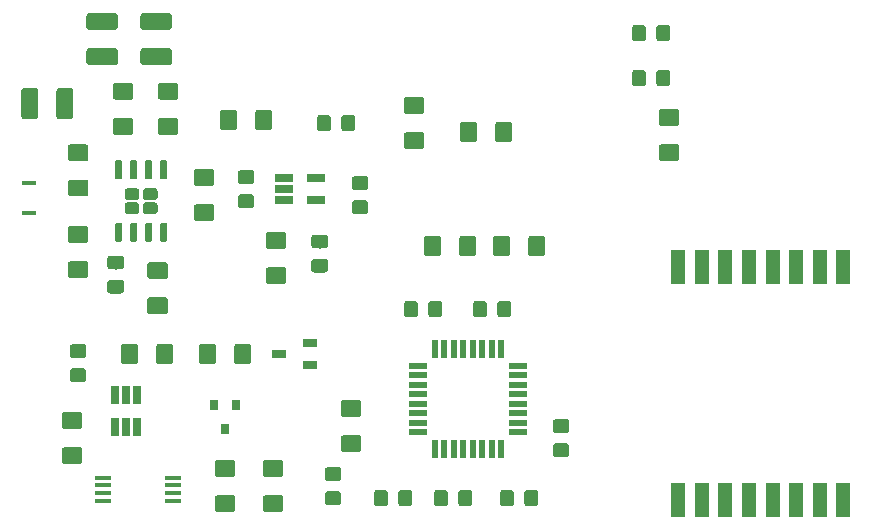
<source format=gbr>
G04 #@! TF.GenerationSoftware,KiCad,Pcbnew,(6.0.0-rc1-dev-1491-g0a4812be0)*
G04 #@! TF.CreationDate,2019-04-18T08:34:58+02:00
G04 #@! TF.ProjectId,mySensors_door_switch,6d795365-6e73-46f7-9273-5f646f6f725f,1.2*
G04 #@! TF.SameCoordinates,Original*
G04 #@! TF.FileFunction,Paste,Top*
G04 #@! TF.FilePolarity,Positive*
%FSLAX46Y46*%
G04 Gerber Fmt 4.6, Leading zero omitted, Abs format (unit mm)*
G04 Created by KiCad (PCBNEW (6.0.0-rc1-dev-1491-g0a4812be0)) date 2019-04-18 08:34:58*
%MOMM*%
%LPD*%
G04 APERTURE LIST*
%ADD10C,0.100000*%
%ADD11C,1.150000*%
%ADD12R,1.220000X0.650000*%
%ADD13R,1.200000X3.000000*%
%ADD14R,1.600000X0.550000*%
%ADD15R,0.550000X1.600000*%
%ADD16C,1.425000*%
%ADD17R,0.800000X0.900000*%
%ADD18R,1.560000X0.650000*%
%ADD19R,1.300000X0.450000*%
%ADD20R,1.450000X0.450000*%
%ADD21C,0.600000*%
%ADD22C,0.970000*%
%ADD23R,0.650000X1.560000*%
G04 APERTURE END LIST*
D10*
G36*
X124934505Y-81477204D02*
G01*
X124958773Y-81480804D01*
X124982572Y-81486765D01*
X125005671Y-81495030D01*
X125027850Y-81505520D01*
X125048893Y-81518132D01*
X125068599Y-81532747D01*
X125086777Y-81549223D01*
X125103253Y-81567401D01*
X125117868Y-81587107D01*
X125130480Y-81608150D01*
X125140970Y-81630329D01*
X125149235Y-81653428D01*
X125155196Y-81677227D01*
X125158796Y-81701495D01*
X125160000Y-81725999D01*
X125160000Y-82376001D01*
X125158796Y-82400505D01*
X125155196Y-82424773D01*
X125149235Y-82448572D01*
X125140970Y-82471671D01*
X125130480Y-82493850D01*
X125117868Y-82514893D01*
X125103253Y-82534599D01*
X125086777Y-82552777D01*
X125068599Y-82569253D01*
X125048893Y-82583868D01*
X125027850Y-82596480D01*
X125005671Y-82606970D01*
X124982572Y-82615235D01*
X124958773Y-82621196D01*
X124934505Y-82624796D01*
X124910001Y-82626000D01*
X124009999Y-82626000D01*
X123985495Y-82624796D01*
X123961227Y-82621196D01*
X123937428Y-82615235D01*
X123914329Y-82606970D01*
X123892150Y-82596480D01*
X123871107Y-82583868D01*
X123851401Y-82569253D01*
X123833223Y-82552777D01*
X123816747Y-82534599D01*
X123802132Y-82514893D01*
X123789520Y-82493850D01*
X123779030Y-82471671D01*
X123770765Y-82448572D01*
X123764804Y-82424773D01*
X123761204Y-82400505D01*
X123760000Y-82376001D01*
X123760000Y-81725999D01*
X123761204Y-81701495D01*
X123764804Y-81677227D01*
X123770765Y-81653428D01*
X123779030Y-81630329D01*
X123789520Y-81608150D01*
X123802132Y-81587107D01*
X123816747Y-81567401D01*
X123833223Y-81549223D01*
X123851401Y-81532747D01*
X123871107Y-81518132D01*
X123892150Y-81505520D01*
X123914329Y-81495030D01*
X123937428Y-81486765D01*
X123961227Y-81480804D01*
X123985495Y-81477204D01*
X124009999Y-81476000D01*
X124910001Y-81476000D01*
X124934505Y-81477204D01*
X124934505Y-81477204D01*
G37*
D11*
X124460000Y-82051000D03*
D10*
G36*
X124934505Y-79427204D02*
G01*
X124958773Y-79430804D01*
X124982572Y-79436765D01*
X125005671Y-79445030D01*
X125027850Y-79455520D01*
X125048893Y-79468132D01*
X125068599Y-79482747D01*
X125086777Y-79499223D01*
X125103253Y-79517401D01*
X125117868Y-79537107D01*
X125130480Y-79558150D01*
X125140970Y-79580329D01*
X125149235Y-79603428D01*
X125155196Y-79627227D01*
X125158796Y-79651495D01*
X125160000Y-79675999D01*
X125160000Y-80326001D01*
X125158796Y-80350505D01*
X125155196Y-80374773D01*
X125149235Y-80398572D01*
X125140970Y-80421671D01*
X125130480Y-80443850D01*
X125117868Y-80464893D01*
X125103253Y-80484599D01*
X125086777Y-80502777D01*
X125068599Y-80519253D01*
X125048893Y-80533868D01*
X125027850Y-80546480D01*
X125005671Y-80556970D01*
X124982572Y-80565235D01*
X124958773Y-80571196D01*
X124934505Y-80574796D01*
X124910001Y-80576000D01*
X124009999Y-80576000D01*
X123985495Y-80574796D01*
X123961227Y-80571196D01*
X123937428Y-80565235D01*
X123914329Y-80556970D01*
X123892150Y-80546480D01*
X123871107Y-80533868D01*
X123851401Y-80519253D01*
X123833223Y-80502777D01*
X123816747Y-80484599D01*
X123802132Y-80464893D01*
X123789520Y-80443850D01*
X123779030Y-80421671D01*
X123770765Y-80398572D01*
X123764804Y-80374773D01*
X123761204Y-80350505D01*
X123760000Y-80326001D01*
X123760000Y-79675999D01*
X123761204Y-79651495D01*
X123764804Y-79627227D01*
X123770765Y-79603428D01*
X123779030Y-79580329D01*
X123789520Y-79558150D01*
X123802132Y-79537107D01*
X123816747Y-79517401D01*
X123833223Y-79499223D01*
X123851401Y-79482747D01*
X123871107Y-79468132D01*
X123892150Y-79455520D01*
X123914329Y-79445030D01*
X123937428Y-79436765D01*
X123961227Y-79430804D01*
X123985495Y-79427204D01*
X124009999Y-79426000D01*
X124910001Y-79426000D01*
X124934505Y-79427204D01*
X124934505Y-79427204D01*
G37*
D11*
X124460000Y-80001000D03*
D10*
G36*
X134586505Y-81985204D02*
G01*
X134610773Y-81988804D01*
X134634572Y-81994765D01*
X134657671Y-82003030D01*
X134679850Y-82013520D01*
X134700893Y-82026132D01*
X134720599Y-82040747D01*
X134738777Y-82057223D01*
X134755253Y-82075401D01*
X134769868Y-82095107D01*
X134782480Y-82116150D01*
X134792970Y-82138329D01*
X134801235Y-82161428D01*
X134807196Y-82185227D01*
X134810796Y-82209495D01*
X134812000Y-82233999D01*
X134812000Y-82884001D01*
X134810796Y-82908505D01*
X134807196Y-82932773D01*
X134801235Y-82956572D01*
X134792970Y-82979671D01*
X134782480Y-83001850D01*
X134769868Y-83022893D01*
X134755253Y-83042599D01*
X134738777Y-83060777D01*
X134720599Y-83077253D01*
X134700893Y-83091868D01*
X134679850Y-83104480D01*
X134657671Y-83114970D01*
X134634572Y-83123235D01*
X134610773Y-83129196D01*
X134586505Y-83132796D01*
X134562001Y-83134000D01*
X133661999Y-83134000D01*
X133637495Y-83132796D01*
X133613227Y-83129196D01*
X133589428Y-83123235D01*
X133566329Y-83114970D01*
X133544150Y-83104480D01*
X133523107Y-83091868D01*
X133503401Y-83077253D01*
X133485223Y-83060777D01*
X133468747Y-83042599D01*
X133454132Y-83022893D01*
X133441520Y-83001850D01*
X133431030Y-82979671D01*
X133422765Y-82956572D01*
X133416804Y-82932773D01*
X133413204Y-82908505D01*
X133412000Y-82884001D01*
X133412000Y-82233999D01*
X133413204Y-82209495D01*
X133416804Y-82185227D01*
X133422765Y-82161428D01*
X133431030Y-82138329D01*
X133441520Y-82116150D01*
X133454132Y-82095107D01*
X133468747Y-82075401D01*
X133485223Y-82057223D01*
X133503401Y-82040747D01*
X133523107Y-82026132D01*
X133544150Y-82013520D01*
X133566329Y-82003030D01*
X133589428Y-81994765D01*
X133613227Y-81988804D01*
X133637495Y-81985204D01*
X133661999Y-81984000D01*
X134562001Y-81984000D01*
X134586505Y-81985204D01*
X134586505Y-81985204D01*
G37*
D11*
X134112000Y-82559000D03*
D10*
G36*
X134586505Y-79935204D02*
G01*
X134610773Y-79938804D01*
X134634572Y-79944765D01*
X134657671Y-79953030D01*
X134679850Y-79963520D01*
X134700893Y-79976132D01*
X134720599Y-79990747D01*
X134738777Y-80007223D01*
X134755253Y-80025401D01*
X134769868Y-80045107D01*
X134782480Y-80066150D01*
X134792970Y-80088329D01*
X134801235Y-80111428D01*
X134807196Y-80135227D01*
X134810796Y-80159495D01*
X134812000Y-80183999D01*
X134812000Y-80834001D01*
X134810796Y-80858505D01*
X134807196Y-80882773D01*
X134801235Y-80906572D01*
X134792970Y-80929671D01*
X134782480Y-80951850D01*
X134769868Y-80972893D01*
X134755253Y-80992599D01*
X134738777Y-81010777D01*
X134720599Y-81027253D01*
X134700893Y-81041868D01*
X134679850Y-81054480D01*
X134657671Y-81064970D01*
X134634572Y-81073235D01*
X134610773Y-81079196D01*
X134586505Y-81082796D01*
X134562001Y-81084000D01*
X133661999Y-81084000D01*
X133637495Y-81082796D01*
X133613227Y-81079196D01*
X133589428Y-81073235D01*
X133566329Y-81064970D01*
X133544150Y-81054480D01*
X133523107Y-81041868D01*
X133503401Y-81027253D01*
X133485223Y-81010777D01*
X133468747Y-80992599D01*
X133454132Y-80972893D01*
X133441520Y-80951850D01*
X133431030Y-80929671D01*
X133422765Y-80906572D01*
X133416804Y-80882773D01*
X133413204Y-80858505D01*
X133412000Y-80834001D01*
X133412000Y-80183999D01*
X133413204Y-80159495D01*
X133416804Y-80135227D01*
X133422765Y-80111428D01*
X133431030Y-80088329D01*
X133441520Y-80066150D01*
X133454132Y-80045107D01*
X133468747Y-80025401D01*
X133485223Y-80007223D01*
X133503401Y-79990747D01*
X133523107Y-79976132D01*
X133544150Y-79963520D01*
X133566329Y-79953030D01*
X133589428Y-79944765D01*
X133613227Y-79938804D01*
X133637495Y-79935204D01*
X133661999Y-79934000D01*
X134562001Y-79934000D01*
X134586505Y-79935204D01*
X134586505Y-79935204D01*
G37*
D11*
X134112000Y-80509000D03*
D10*
G36*
X146662505Y-90487204D02*
G01*
X146686773Y-90490804D01*
X146710572Y-90496765D01*
X146733671Y-90505030D01*
X146755850Y-90515520D01*
X146776893Y-90528132D01*
X146796599Y-90542747D01*
X146814777Y-90559223D01*
X146831253Y-90577401D01*
X146845868Y-90597107D01*
X146858480Y-90618150D01*
X146868970Y-90640329D01*
X146877235Y-90663428D01*
X146883196Y-90687227D01*
X146886796Y-90711495D01*
X146888000Y-90735999D01*
X146888000Y-91636001D01*
X146886796Y-91660505D01*
X146883196Y-91684773D01*
X146877235Y-91708572D01*
X146868970Y-91731671D01*
X146858480Y-91753850D01*
X146845868Y-91774893D01*
X146831253Y-91794599D01*
X146814777Y-91812777D01*
X146796599Y-91829253D01*
X146776893Y-91843868D01*
X146755850Y-91856480D01*
X146733671Y-91866970D01*
X146710572Y-91875235D01*
X146686773Y-91881196D01*
X146662505Y-91884796D01*
X146638001Y-91886000D01*
X145987999Y-91886000D01*
X145963495Y-91884796D01*
X145939227Y-91881196D01*
X145915428Y-91875235D01*
X145892329Y-91866970D01*
X145870150Y-91856480D01*
X145849107Y-91843868D01*
X145829401Y-91829253D01*
X145811223Y-91812777D01*
X145794747Y-91794599D01*
X145780132Y-91774893D01*
X145767520Y-91753850D01*
X145757030Y-91731671D01*
X145748765Y-91708572D01*
X145742804Y-91684773D01*
X145739204Y-91660505D01*
X145738000Y-91636001D01*
X145738000Y-90735999D01*
X145739204Y-90711495D01*
X145742804Y-90687227D01*
X145748765Y-90663428D01*
X145757030Y-90640329D01*
X145767520Y-90618150D01*
X145780132Y-90597107D01*
X145794747Y-90577401D01*
X145811223Y-90559223D01*
X145829401Y-90542747D01*
X145849107Y-90528132D01*
X145870150Y-90515520D01*
X145892329Y-90505030D01*
X145915428Y-90496765D01*
X145939227Y-90490804D01*
X145963495Y-90487204D01*
X145987999Y-90486000D01*
X146638001Y-90486000D01*
X146662505Y-90487204D01*
X146662505Y-90487204D01*
G37*
D11*
X146313000Y-91186000D03*
D10*
G36*
X144612505Y-90487204D02*
G01*
X144636773Y-90490804D01*
X144660572Y-90496765D01*
X144683671Y-90505030D01*
X144705850Y-90515520D01*
X144726893Y-90528132D01*
X144746599Y-90542747D01*
X144764777Y-90559223D01*
X144781253Y-90577401D01*
X144795868Y-90597107D01*
X144808480Y-90618150D01*
X144818970Y-90640329D01*
X144827235Y-90663428D01*
X144833196Y-90687227D01*
X144836796Y-90711495D01*
X144838000Y-90735999D01*
X144838000Y-91636001D01*
X144836796Y-91660505D01*
X144833196Y-91684773D01*
X144827235Y-91708572D01*
X144818970Y-91731671D01*
X144808480Y-91753850D01*
X144795868Y-91774893D01*
X144781253Y-91794599D01*
X144764777Y-91812777D01*
X144746599Y-91829253D01*
X144726893Y-91843868D01*
X144705850Y-91856480D01*
X144683671Y-91866970D01*
X144660572Y-91875235D01*
X144636773Y-91881196D01*
X144612505Y-91884796D01*
X144588001Y-91886000D01*
X143937999Y-91886000D01*
X143913495Y-91884796D01*
X143889227Y-91881196D01*
X143865428Y-91875235D01*
X143842329Y-91866970D01*
X143820150Y-91856480D01*
X143799107Y-91843868D01*
X143779401Y-91829253D01*
X143761223Y-91812777D01*
X143744747Y-91794599D01*
X143730132Y-91774893D01*
X143717520Y-91753850D01*
X143707030Y-91731671D01*
X143698765Y-91708572D01*
X143692804Y-91684773D01*
X143689204Y-91660505D01*
X143688000Y-91636001D01*
X143688000Y-90735999D01*
X143689204Y-90711495D01*
X143692804Y-90687227D01*
X143698765Y-90663428D01*
X143707030Y-90640329D01*
X143717520Y-90618150D01*
X143730132Y-90597107D01*
X143744747Y-90577401D01*
X143761223Y-90559223D01*
X143779401Y-90542747D01*
X143799107Y-90528132D01*
X143820150Y-90515520D01*
X143842329Y-90505030D01*
X143865428Y-90496765D01*
X143889227Y-90490804D01*
X143913495Y-90487204D01*
X143937999Y-90486000D01*
X144588001Y-90486000D01*
X144612505Y-90487204D01*
X144612505Y-90487204D01*
G37*
D11*
X144263000Y-91186000D03*
D10*
G36*
X138770505Y-90487204D02*
G01*
X138794773Y-90490804D01*
X138818572Y-90496765D01*
X138841671Y-90505030D01*
X138863850Y-90515520D01*
X138884893Y-90528132D01*
X138904599Y-90542747D01*
X138922777Y-90559223D01*
X138939253Y-90577401D01*
X138953868Y-90597107D01*
X138966480Y-90618150D01*
X138976970Y-90640329D01*
X138985235Y-90663428D01*
X138991196Y-90687227D01*
X138994796Y-90711495D01*
X138996000Y-90735999D01*
X138996000Y-91636001D01*
X138994796Y-91660505D01*
X138991196Y-91684773D01*
X138985235Y-91708572D01*
X138976970Y-91731671D01*
X138966480Y-91753850D01*
X138953868Y-91774893D01*
X138939253Y-91794599D01*
X138922777Y-91812777D01*
X138904599Y-91829253D01*
X138884893Y-91843868D01*
X138863850Y-91856480D01*
X138841671Y-91866970D01*
X138818572Y-91875235D01*
X138794773Y-91881196D01*
X138770505Y-91884796D01*
X138746001Y-91886000D01*
X138095999Y-91886000D01*
X138071495Y-91884796D01*
X138047227Y-91881196D01*
X138023428Y-91875235D01*
X138000329Y-91866970D01*
X137978150Y-91856480D01*
X137957107Y-91843868D01*
X137937401Y-91829253D01*
X137919223Y-91812777D01*
X137902747Y-91794599D01*
X137888132Y-91774893D01*
X137875520Y-91753850D01*
X137865030Y-91731671D01*
X137856765Y-91708572D01*
X137850804Y-91684773D01*
X137847204Y-91660505D01*
X137846000Y-91636001D01*
X137846000Y-90735999D01*
X137847204Y-90711495D01*
X137850804Y-90687227D01*
X137856765Y-90663428D01*
X137865030Y-90640329D01*
X137875520Y-90618150D01*
X137888132Y-90597107D01*
X137902747Y-90577401D01*
X137919223Y-90559223D01*
X137937401Y-90542747D01*
X137957107Y-90528132D01*
X137978150Y-90515520D01*
X138000329Y-90505030D01*
X138023428Y-90496765D01*
X138047227Y-90490804D01*
X138071495Y-90487204D01*
X138095999Y-90486000D01*
X138746001Y-90486000D01*
X138770505Y-90487204D01*
X138770505Y-90487204D01*
G37*
D11*
X138421000Y-91186000D03*
D10*
G36*
X140820505Y-90487204D02*
G01*
X140844773Y-90490804D01*
X140868572Y-90496765D01*
X140891671Y-90505030D01*
X140913850Y-90515520D01*
X140934893Y-90528132D01*
X140954599Y-90542747D01*
X140972777Y-90559223D01*
X140989253Y-90577401D01*
X141003868Y-90597107D01*
X141016480Y-90618150D01*
X141026970Y-90640329D01*
X141035235Y-90663428D01*
X141041196Y-90687227D01*
X141044796Y-90711495D01*
X141046000Y-90735999D01*
X141046000Y-91636001D01*
X141044796Y-91660505D01*
X141041196Y-91684773D01*
X141035235Y-91708572D01*
X141026970Y-91731671D01*
X141016480Y-91753850D01*
X141003868Y-91774893D01*
X140989253Y-91794599D01*
X140972777Y-91812777D01*
X140954599Y-91829253D01*
X140934893Y-91843868D01*
X140913850Y-91856480D01*
X140891671Y-91866970D01*
X140868572Y-91875235D01*
X140844773Y-91881196D01*
X140820505Y-91884796D01*
X140796001Y-91886000D01*
X140145999Y-91886000D01*
X140121495Y-91884796D01*
X140097227Y-91881196D01*
X140073428Y-91875235D01*
X140050329Y-91866970D01*
X140028150Y-91856480D01*
X140007107Y-91843868D01*
X139987401Y-91829253D01*
X139969223Y-91812777D01*
X139952747Y-91794599D01*
X139938132Y-91774893D01*
X139925520Y-91753850D01*
X139915030Y-91731671D01*
X139906765Y-91708572D01*
X139900804Y-91684773D01*
X139897204Y-91660505D01*
X139896000Y-91636001D01*
X139896000Y-90735999D01*
X139897204Y-90711495D01*
X139900804Y-90687227D01*
X139906765Y-90663428D01*
X139915030Y-90640329D01*
X139925520Y-90618150D01*
X139938132Y-90597107D01*
X139952747Y-90577401D01*
X139969223Y-90559223D01*
X139987401Y-90542747D01*
X140007107Y-90528132D01*
X140028150Y-90515520D01*
X140050329Y-90505030D01*
X140073428Y-90496765D01*
X140097227Y-90490804D01*
X140121495Y-90487204D01*
X140145999Y-90486000D01*
X140796001Y-90486000D01*
X140820505Y-90487204D01*
X140820505Y-90487204D01*
G37*
D11*
X140471000Y-91186000D03*
D10*
G36*
X136230505Y-106489204D02*
G01*
X136254773Y-106492804D01*
X136278572Y-106498765D01*
X136301671Y-106507030D01*
X136323850Y-106517520D01*
X136344893Y-106530132D01*
X136364599Y-106544747D01*
X136382777Y-106561223D01*
X136399253Y-106579401D01*
X136413868Y-106599107D01*
X136426480Y-106620150D01*
X136436970Y-106642329D01*
X136445235Y-106665428D01*
X136451196Y-106689227D01*
X136454796Y-106713495D01*
X136456000Y-106737999D01*
X136456000Y-107638001D01*
X136454796Y-107662505D01*
X136451196Y-107686773D01*
X136445235Y-107710572D01*
X136436970Y-107733671D01*
X136426480Y-107755850D01*
X136413868Y-107776893D01*
X136399253Y-107796599D01*
X136382777Y-107814777D01*
X136364599Y-107831253D01*
X136344893Y-107845868D01*
X136323850Y-107858480D01*
X136301671Y-107868970D01*
X136278572Y-107877235D01*
X136254773Y-107883196D01*
X136230505Y-107886796D01*
X136206001Y-107888000D01*
X135555999Y-107888000D01*
X135531495Y-107886796D01*
X135507227Y-107883196D01*
X135483428Y-107877235D01*
X135460329Y-107868970D01*
X135438150Y-107858480D01*
X135417107Y-107845868D01*
X135397401Y-107831253D01*
X135379223Y-107814777D01*
X135362747Y-107796599D01*
X135348132Y-107776893D01*
X135335520Y-107755850D01*
X135325030Y-107733671D01*
X135316765Y-107710572D01*
X135310804Y-107686773D01*
X135307204Y-107662505D01*
X135306000Y-107638001D01*
X135306000Y-106737999D01*
X135307204Y-106713495D01*
X135310804Y-106689227D01*
X135316765Y-106665428D01*
X135325030Y-106642329D01*
X135335520Y-106620150D01*
X135348132Y-106599107D01*
X135362747Y-106579401D01*
X135379223Y-106561223D01*
X135397401Y-106544747D01*
X135417107Y-106530132D01*
X135438150Y-106517520D01*
X135460329Y-106507030D01*
X135483428Y-106498765D01*
X135507227Y-106492804D01*
X135531495Y-106489204D01*
X135555999Y-106488000D01*
X136206001Y-106488000D01*
X136230505Y-106489204D01*
X136230505Y-106489204D01*
G37*
D11*
X135881000Y-107188000D03*
D10*
G36*
X138280505Y-106489204D02*
G01*
X138304773Y-106492804D01*
X138328572Y-106498765D01*
X138351671Y-106507030D01*
X138373850Y-106517520D01*
X138394893Y-106530132D01*
X138414599Y-106544747D01*
X138432777Y-106561223D01*
X138449253Y-106579401D01*
X138463868Y-106599107D01*
X138476480Y-106620150D01*
X138486970Y-106642329D01*
X138495235Y-106665428D01*
X138501196Y-106689227D01*
X138504796Y-106713495D01*
X138506000Y-106737999D01*
X138506000Y-107638001D01*
X138504796Y-107662505D01*
X138501196Y-107686773D01*
X138495235Y-107710572D01*
X138486970Y-107733671D01*
X138476480Y-107755850D01*
X138463868Y-107776893D01*
X138449253Y-107796599D01*
X138432777Y-107814777D01*
X138414599Y-107831253D01*
X138394893Y-107845868D01*
X138373850Y-107858480D01*
X138351671Y-107868970D01*
X138328572Y-107877235D01*
X138304773Y-107883196D01*
X138280505Y-107886796D01*
X138256001Y-107888000D01*
X137605999Y-107888000D01*
X137581495Y-107886796D01*
X137557227Y-107883196D01*
X137533428Y-107877235D01*
X137510329Y-107868970D01*
X137488150Y-107858480D01*
X137467107Y-107845868D01*
X137447401Y-107831253D01*
X137429223Y-107814777D01*
X137412747Y-107796599D01*
X137398132Y-107776893D01*
X137385520Y-107755850D01*
X137375030Y-107733671D01*
X137366765Y-107710572D01*
X137360804Y-107686773D01*
X137357204Y-107662505D01*
X137356000Y-107638001D01*
X137356000Y-106737999D01*
X137357204Y-106713495D01*
X137360804Y-106689227D01*
X137366765Y-106665428D01*
X137375030Y-106642329D01*
X137385520Y-106620150D01*
X137398132Y-106599107D01*
X137412747Y-106579401D01*
X137429223Y-106561223D01*
X137447401Y-106544747D01*
X137467107Y-106530132D01*
X137488150Y-106517520D01*
X137510329Y-106507030D01*
X137533428Y-106498765D01*
X137557227Y-106492804D01*
X137581495Y-106489204D01*
X137605999Y-106488000D01*
X138256001Y-106488000D01*
X138280505Y-106489204D01*
X138280505Y-106489204D01*
G37*
D11*
X137931000Y-107188000D03*
D10*
G36*
X143360505Y-106489204D02*
G01*
X143384773Y-106492804D01*
X143408572Y-106498765D01*
X143431671Y-106507030D01*
X143453850Y-106517520D01*
X143474893Y-106530132D01*
X143494599Y-106544747D01*
X143512777Y-106561223D01*
X143529253Y-106579401D01*
X143543868Y-106599107D01*
X143556480Y-106620150D01*
X143566970Y-106642329D01*
X143575235Y-106665428D01*
X143581196Y-106689227D01*
X143584796Y-106713495D01*
X143586000Y-106737999D01*
X143586000Y-107638001D01*
X143584796Y-107662505D01*
X143581196Y-107686773D01*
X143575235Y-107710572D01*
X143566970Y-107733671D01*
X143556480Y-107755850D01*
X143543868Y-107776893D01*
X143529253Y-107796599D01*
X143512777Y-107814777D01*
X143494599Y-107831253D01*
X143474893Y-107845868D01*
X143453850Y-107858480D01*
X143431671Y-107868970D01*
X143408572Y-107877235D01*
X143384773Y-107883196D01*
X143360505Y-107886796D01*
X143336001Y-107888000D01*
X142685999Y-107888000D01*
X142661495Y-107886796D01*
X142637227Y-107883196D01*
X142613428Y-107877235D01*
X142590329Y-107868970D01*
X142568150Y-107858480D01*
X142547107Y-107845868D01*
X142527401Y-107831253D01*
X142509223Y-107814777D01*
X142492747Y-107796599D01*
X142478132Y-107776893D01*
X142465520Y-107755850D01*
X142455030Y-107733671D01*
X142446765Y-107710572D01*
X142440804Y-107686773D01*
X142437204Y-107662505D01*
X142436000Y-107638001D01*
X142436000Y-106737999D01*
X142437204Y-106713495D01*
X142440804Y-106689227D01*
X142446765Y-106665428D01*
X142455030Y-106642329D01*
X142465520Y-106620150D01*
X142478132Y-106599107D01*
X142492747Y-106579401D01*
X142509223Y-106561223D01*
X142527401Y-106544747D01*
X142547107Y-106530132D01*
X142568150Y-106517520D01*
X142590329Y-106507030D01*
X142613428Y-106498765D01*
X142637227Y-106492804D01*
X142661495Y-106489204D01*
X142685999Y-106488000D01*
X143336001Y-106488000D01*
X143360505Y-106489204D01*
X143360505Y-106489204D01*
G37*
D11*
X143011000Y-107188000D03*
D10*
G36*
X141310505Y-106489204D02*
G01*
X141334773Y-106492804D01*
X141358572Y-106498765D01*
X141381671Y-106507030D01*
X141403850Y-106517520D01*
X141424893Y-106530132D01*
X141444599Y-106544747D01*
X141462777Y-106561223D01*
X141479253Y-106579401D01*
X141493868Y-106599107D01*
X141506480Y-106620150D01*
X141516970Y-106642329D01*
X141525235Y-106665428D01*
X141531196Y-106689227D01*
X141534796Y-106713495D01*
X141536000Y-106737999D01*
X141536000Y-107638001D01*
X141534796Y-107662505D01*
X141531196Y-107686773D01*
X141525235Y-107710572D01*
X141516970Y-107733671D01*
X141506480Y-107755850D01*
X141493868Y-107776893D01*
X141479253Y-107796599D01*
X141462777Y-107814777D01*
X141444599Y-107831253D01*
X141424893Y-107845868D01*
X141403850Y-107858480D01*
X141381671Y-107868970D01*
X141358572Y-107877235D01*
X141334773Y-107883196D01*
X141310505Y-107886796D01*
X141286001Y-107888000D01*
X140635999Y-107888000D01*
X140611495Y-107886796D01*
X140587227Y-107883196D01*
X140563428Y-107877235D01*
X140540329Y-107868970D01*
X140518150Y-107858480D01*
X140497107Y-107845868D01*
X140477401Y-107831253D01*
X140459223Y-107814777D01*
X140442747Y-107796599D01*
X140428132Y-107776893D01*
X140415520Y-107755850D01*
X140405030Y-107733671D01*
X140396765Y-107710572D01*
X140390804Y-107686773D01*
X140387204Y-107662505D01*
X140386000Y-107638001D01*
X140386000Y-106737999D01*
X140387204Y-106713495D01*
X140390804Y-106689227D01*
X140396765Y-106665428D01*
X140405030Y-106642329D01*
X140415520Y-106620150D01*
X140428132Y-106599107D01*
X140442747Y-106579401D01*
X140459223Y-106561223D01*
X140477401Y-106544747D01*
X140497107Y-106530132D01*
X140518150Y-106517520D01*
X140540329Y-106507030D01*
X140563428Y-106498765D01*
X140587227Y-106492804D01*
X140611495Y-106489204D01*
X140635999Y-106488000D01*
X141286001Y-106488000D01*
X141310505Y-106489204D01*
X141310505Y-106489204D01*
G37*
D11*
X140961000Y-107188000D03*
D10*
G36*
X148948505Y-106489204D02*
G01*
X148972773Y-106492804D01*
X148996572Y-106498765D01*
X149019671Y-106507030D01*
X149041850Y-106517520D01*
X149062893Y-106530132D01*
X149082599Y-106544747D01*
X149100777Y-106561223D01*
X149117253Y-106579401D01*
X149131868Y-106599107D01*
X149144480Y-106620150D01*
X149154970Y-106642329D01*
X149163235Y-106665428D01*
X149169196Y-106689227D01*
X149172796Y-106713495D01*
X149174000Y-106737999D01*
X149174000Y-107638001D01*
X149172796Y-107662505D01*
X149169196Y-107686773D01*
X149163235Y-107710572D01*
X149154970Y-107733671D01*
X149144480Y-107755850D01*
X149131868Y-107776893D01*
X149117253Y-107796599D01*
X149100777Y-107814777D01*
X149082599Y-107831253D01*
X149062893Y-107845868D01*
X149041850Y-107858480D01*
X149019671Y-107868970D01*
X148996572Y-107877235D01*
X148972773Y-107883196D01*
X148948505Y-107886796D01*
X148924001Y-107888000D01*
X148273999Y-107888000D01*
X148249495Y-107886796D01*
X148225227Y-107883196D01*
X148201428Y-107877235D01*
X148178329Y-107868970D01*
X148156150Y-107858480D01*
X148135107Y-107845868D01*
X148115401Y-107831253D01*
X148097223Y-107814777D01*
X148080747Y-107796599D01*
X148066132Y-107776893D01*
X148053520Y-107755850D01*
X148043030Y-107733671D01*
X148034765Y-107710572D01*
X148028804Y-107686773D01*
X148025204Y-107662505D01*
X148024000Y-107638001D01*
X148024000Y-106737999D01*
X148025204Y-106713495D01*
X148028804Y-106689227D01*
X148034765Y-106665428D01*
X148043030Y-106642329D01*
X148053520Y-106620150D01*
X148066132Y-106599107D01*
X148080747Y-106579401D01*
X148097223Y-106561223D01*
X148115401Y-106544747D01*
X148135107Y-106530132D01*
X148156150Y-106517520D01*
X148178329Y-106507030D01*
X148201428Y-106498765D01*
X148225227Y-106492804D01*
X148249495Y-106489204D01*
X148273999Y-106488000D01*
X148924001Y-106488000D01*
X148948505Y-106489204D01*
X148948505Y-106489204D01*
G37*
D11*
X148599000Y-107188000D03*
D10*
G36*
X146898505Y-106489204D02*
G01*
X146922773Y-106492804D01*
X146946572Y-106498765D01*
X146969671Y-106507030D01*
X146991850Y-106517520D01*
X147012893Y-106530132D01*
X147032599Y-106544747D01*
X147050777Y-106561223D01*
X147067253Y-106579401D01*
X147081868Y-106599107D01*
X147094480Y-106620150D01*
X147104970Y-106642329D01*
X147113235Y-106665428D01*
X147119196Y-106689227D01*
X147122796Y-106713495D01*
X147124000Y-106737999D01*
X147124000Y-107638001D01*
X147122796Y-107662505D01*
X147119196Y-107686773D01*
X147113235Y-107710572D01*
X147104970Y-107733671D01*
X147094480Y-107755850D01*
X147081868Y-107776893D01*
X147067253Y-107796599D01*
X147050777Y-107814777D01*
X147032599Y-107831253D01*
X147012893Y-107845868D01*
X146991850Y-107858480D01*
X146969671Y-107868970D01*
X146946572Y-107877235D01*
X146922773Y-107883196D01*
X146898505Y-107886796D01*
X146874001Y-107888000D01*
X146223999Y-107888000D01*
X146199495Y-107886796D01*
X146175227Y-107883196D01*
X146151428Y-107877235D01*
X146128329Y-107868970D01*
X146106150Y-107858480D01*
X146085107Y-107845868D01*
X146065401Y-107831253D01*
X146047223Y-107814777D01*
X146030747Y-107796599D01*
X146016132Y-107776893D01*
X146003520Y-107755850D01*
X145993030Y-107733671D01*
X145984765Y-107710572D01*
X145978804Y-107686773D01*
X145975204Y-107662505D01*
X145974000Y-107638001D01*
X145974000Y-106737999D01*
X145975204Y-106713495D01*
X145978804Y-106689227D01*
X145984765Y-106665428D01*
X145993030Y-106642329D01*
X146003520Y-106620150D01*
X146016132Y-106599107D01*
X146030747Y-106579401D01*
X146047223Y-106561223D01*
X146065401Y-106544747D01*
X146085107Y-106530132D01*
X146106150Y-106517520D01*
X146128329Y-106507030D01*
X146151428Y-106498765D01*
X146175227Y-106492804D01*
X146199495Y-106489204D01*
X146223999Y-106488000D01*
X146874001Y-106488000D01*
X146898505Y-106489204D01*
X146898505Y-106489204D01*
G37*
D11*
X146549000Y-107188000D03*
D10*
G36*
X151604505Y-102559204D02*
G01*
X151628773Y-102562804D01*
X151652572Y-102568765D01*
X151675671Y-102577030D01*
X151697850Y-102587520D01*
X151718893Y-102600132D01*
X151738599Y-102614747D01*
X151756777Y-102631223D01*
X151773253Y-102649401D01*
X151787868Y-102669107D01*
X151800480Y-102690150D01*
X151810970Y-102712329D01*
X151819235Y-102735428D01*
X151825196Y-102759227D01*
X151828796Y-102783495D01*
X151830000Y-102807999D01*
X151830000Y-103458001D01*
X151828796Y-103482505D01*
X151825196Y-103506773D01*
X151819235Y-103530572D01*
X151810970Y-103553671D01*
X151800480Y-103575850D01*
X151787868Y-103596893D01*
X151773253Y-103616599D01*
X151756777Y-103634777D01*
X151738599Y-103651253D01*
X151718893Y-103665868D01*
X151697850Y-103678480D01*
X151675671Y-103688970D01*
X151652572Y-103697235D01*
X151628773Y-103703196D01*
X151604505Y-103706796D01*
X151580001Y-103708000D01*
X150679999Y-103708000D01*
X150655495Y-103706796D01*
X150631227Y-103703196D01*
X150607428Y-103697235D01*
X150584329Y-103688970D01*
X150562150Y-103678480D01*
X150541107Y-103665868D01*
X150521401Y-103651253D01*
X150503223Y-103634777D01*
X150486747Y-103616599D01*
X150472132Y-103596893D01*
X150459520Y-103575850D01*
X150449030Y-103553671D01*
X150440765Y-103530572D01*
X150434804Y-103506773D01*
X150431204Y-103482505D01*
X150430000Y-103458001D01*
X150430000Y-102807999D01*
X150431204Y-102783495D01*
X150434804Y-102759227D01*
X150440765Y-102735428D01*
X150449030Y-102712329D01*
X150459520Y-102690150D01*
X150472132Y-102669107D01*
X150486747Y-102649401D01*
X150503223Y-102631223D01*
X150521401Y-102614747D01*
X150541107Y-102600132D01*
X150562150Y-102587520D01*
X150584329Y-102577030D01*
X150607428Y-102568765D01*
X150631227Y-102562804D01*
X150655495Y-102559204D01*
X150679999Y-102558000D01*
X151580001Y-102558000D01*
X151604505Y-102559204D01*
X151604505Y-102559204D01*
G37*
D11*
X151130000Y-103133000D03*
D10*
G36*
X151604505Y-100509204D02*
G01*
X151628773Y-100512804D01*
X151652572Y-100518765D01*
X151675671Y-100527030D01*
X151697850Y-100537520D01*
X151718893Y-100550132D01*
X151738599Y-100564747D01*
X151756777Y-100581223D01*
X151773253Y-100599401D01*
X151787868Y-100619107D01*
X151800480Y-100640150D01*
X151810970Y-100662329D01*
X151819235Y-100685428D01*
X151825196Y-100709227D01*
X151828796Y-100733495D01*
X151830000Y-100757999D01*
X151830000Y-101408001D01*
X151828796Y-101432505D01*
X151825196Y-101456773D01*
X151819235Y-101480572D01*
X151810970Y-101503671D01*
X151800480Y-101525850D01*
X151787868Y-101546893D01*
X151773253Y-101566599D01*
X151756777Y-101584777D01*
X151738599Y-101601253D01*
X151718893Y-101615868D01*
X151697850Y-101628480D01*
X151675671Y-101638970D01*
X151652572Y-101647235D01*
X151628773Y-101653196D01*
X151604505Y-101656796D01*
X151580001Y-101658000D01*
X150679999Y-101658000D01*
X150655495Y-101656796D01*
X150631227Y-101653196D01*
X150607428Y-101647235D01*
X150584329Y-101638970D01*
X150562150Y-101628480D01*
X150541107Y-101615868D01*
X150521401Y-101601253D01*
X150503223Y-101584777D01*
X150486747Y-101566599D01*
X150472132Y-101546893D01*
X150459520Y-101525850D01*
X150449030Y-101503671D01*
X150440765Y-101480572D01*
X150434804Y-101456773D01*
X150431204Y-101432505D01*
X150430000Y-101408001D01*
X150430000Y-100757999D01*
X150431204Y-100733495D01*
X150434804Y-100709227D01*
X150440765Y-100685428D01*
X150449030Y-100662329D01*
X150459520Y-100640150D01*
X150472132Y-100619107D01*
X150486747Y-100599401D01*
X150503223Y-100581223D01*
X150521401Y-100564747D01*
X150541107Y-100550132D01*
X150562150Y-100537520D01*
X150584329Y-100527030D01*
X150607428Y-100518765D01*
X150631227Y-100512804D01*
X150655495Y-100509204D01*
X150679999Y-100508000D01*
X151580001Y-100508000D01*
X151604505Y-100509204D01*
X151604505Y-100509204D01*
G37*
D11*
X151130000Y-101083000D03*
D10*
G36*
X160124505Y-70929204D02*
G01*
X160148773Y-70932804D01*
X160172572Y-70938765D01*
X160195671Y-70947030D01*
X160217850Y-70957520D01*
X160238893Y-70970132D01*
X160258599Y-70984747D01*
X160276777Y-71001223D01*
X160293253Y-71019401D01*
X160307868Y-71039107D01*
X160320480Y-71060150D01*
X160330970Y-71082329D01*
X160339235Y-71105428D01*
X160345196Y-71129227D01*
X160348796Y-71153495D01*
X160350000Y-71177999D01*
X160350000Y-72078001D01*
X160348796Y-72102505D01*
X160345196Y-72126773D01*
X160339235Y-72150572D01*
X160330970Y-72173671D01*
X160320480Y-72195850D01*
X160307868Y-72216893D01*
X160293253Y-72236599D01*
X160276777Y-72254777D01*
X160258599Y-72271253D01*
X160238893Y-72285868D01*
X160217850Y-72298480D01*
X160195671Y-72308970D01*
X160172572Y-72317235D01*
X160148773Y-72323196D01*
X160124505Y-72326796D01*
X160100001Y-72328000D01*
X159449999Y-72328000D01*
X159425495Y-72326796D01*
X159401227Y-72323196D01*
X159377428Y-72317235D01*
X159354329Y-72308970D01*
X159332150Y-72298480D01*
X159311107Y-72285868D01*
X159291401Y-72271253D01*
X159273223Y-72254777D01*
X159256747Y-72236599D01*
X159242132Y-72216893D01*
X159229520Y-72195850D01*
X159219030Y-72173671D01*
X159210765Y-72150572D01*
X159204804Y-72126773D01*
X159201204Y-72102505D01*
X159200000Y-72078001D01*
X159200000Y-71177999D01*
X159201204Y-71153495D01*
X159204804Y-71129227D01*
X159210765Y-71105428D01*
X159219030Y-71082329D01*
X159229520Y-71060150D01*
X159242132Y-71039107D01*
X159256747Y-71019401D01*
X159273223Y-71001223D01*
X159291401Y-70984747D01*
X159311107Y-70970132D01*
X159332150Y-70957520D01*
X159354329Y-70947030D01*
X159377428Y-70938765D01*
X159401227Y-70932804D01*
X159425495Y-70929204D01*
X159449999Y-70928000D01*
X160100001Y-70928000D01*
X160124505Y-70929204D01*
X160124505Y-70929204D01*
G37*
D11*
X159775000Y-71628000D03*
D10*
G36*
X158074505Y-70929204D02*
G01*
X158098773Y-70932804D01*
X158122572Y-70938765D01*
X158145671Y-70947030D01*
X158167850Y-70957520D01*
X158188893Y-70970132D01*
X158208599Y-70984747D01*
X158226777Y-71001223D01*
X158243253Y-71019401D01*
X158257868Y-71039107D01*
X158270480Y-71060150D01*
X158280970Y-71082329D01*
X158289235Y-71105428D01*
X158295196Y-71129227D01*
X158298796Y-71153495D01*
X158300000Y-71177999D01*
X158300000Y-72078001D01*
X158298796Y-72102505D01*
X158295196Y-72126773D01*
X158289235Y-72150572D01*
X158280970Y-72173671D01*
X158270480Y-72195850D01*
X158257868Y-72216893D01*
X158243253Y-72236599D01*
X158226777Y-72254777D01*
X158208599Y-72271253D01*
X158188893Y-72285868D01*
X158167850Y-72298480D01*
X158145671Y-72308970D01*
X158122572Y-72317235D01*
X158098773Y-72323196D01*
X158074505Y-72326796D01*
X158050001Y-72328000D01*
X157399999Y-72328000D01*
X157375495Y-72326796D01*
X157351227Y-72323196D01*
X157327428Y-72317235D01*
X157304329Y-72308970D01*
X157282150Y-72298480D01*
X157261107Y-72285868D01*
X157241401Y-72271253D01*
X157223223Y-72254777D01*
X157206747Y-72236599D01*
X157192132Y-72216893D01*
X157179520Y-72195850D01*
X157169030Y-72173671D01*
X157160765Y-72150572D01*
X157154804Y-72126773D01*
X157151204Y-72102505D01*
X157150000Y-72078001D01*
X157150000Y-71177999D01*
X157151204Y-71153495D01*
X157154804Y-71129227D01*
X157160765Y-71105428D01*
X157169030Y-71082329D01*
X157179520Y-71060150D01*
X157192132Y-71039107D01*
X157206747Y-71019401D01*
X157223223Y-71001223D01*
X157241401Y-70984747D01*
X157261107Y-70970132D01*
X157282150Y-70957520D01*
X157304329Y-70947030D01*
X157327428Y-70938765D01*
X157351227Y-70932804D01*
X157375495Y-70929204D01*
X157399999Y-70928000D01*
X158050001Y-70928000D01*
X158074505Y-70929204D01*
X158074505Y-70929204D01*
G37*
D11*
X157725000Y-71628000D03*
D10*
G36*
X132300505Y-106623204D02*
G01*
X132324773Y-106626804D01*
X132348572Y-106632765D01*
X132371671Y-106641030D01*
X132393850Y-106651520D01*
X132414893Y-106664132D01*
X132434599Y-106678747D01*
X132452777Y-106695223D01*
X132469253Y-106713401D01*
X132483868Y-106733107D01*
X132496480Y-106754150D01*
X132506970Y-106776329D01*
X132515235Y-106799428D01*
X132521196Y-106823227D01*
X132524796Y-106847495D01*
X132526000Y-106871999D01*
X132526000Y-107522001D01*
X132524796Y-107546505D01*
X132521196Y-107570773D01*
X132515235Y-107594572D01*
X132506970Y-107617671D01*
X132496480Y-107639850D01*
X132483868Y-107660893D01*
X132469253Y-107680599D01*
X132452777Y-107698777D01*
X132434599Y-107715253D01*
X132414893Y-107729868D01*
X132393850Y-107742480D01*
X132371671Y-107752970D01*
X132348572Y-107761235D01*
X132324773Y-107767196D01*
X132300505Y-107770796D01*
X132276001Y-107772000D01*
X131375999Y-107772000D01*
X131351495Y-107770796D01*
X131327227Y-107767196D01*
X131303428Y-107761235D01*
X131280329Y-107752970D01*
X131258150Y-107742480D01*
X131237107Y-107729868D01*
X131217401Y-107715253D01*
X131199223Y-107698777D01*
X131182747Y-107680599D01*
X131168132Y-107660893D01*
X131155520Y-107639850D01*
X131145030Y-107617671D01*
X131136765Y-107594572D01*
X131130804Y-107570773D01*
X131127204Y-107546505D01*
X131126000Y-107522001D01*
X131126000Y-106871999D01*
X131127204Y-106847495D01*
X131130804Y-106823227D01*
X131136765Y-106799428D01*
X131145030Y-106776329D01*
X131155520Y-106754150D01*
X131168132Y-106733107D01*
X131182747Y-106713401D01*
X131199223Y-106695223D01*
X131217401Y-106678747D01*
X131237107Y-106664132D01*
X131258150Y-106651520D01*
X131280329Y-106641030D01*
X131303428Y-106632765D01*
X131327227Y-106626804D01*
X131351495Y-106623204D01*
X131375999Y-106622000D01*
X132276001Y-106622000D01*
X132300505Y-106623204D01*
X132300505Y-106623204D01*
G37*
D11*
X131826000Y-107197000D03*
D10*
G36*
X132300505Y-104573204D02*
G01*
X132324773Y-104576804D01*
X132348572Y-104582765D01*
X132371671Y-104591030D01*
X132393850Y-104601520D01*
X132414893Y-104614132D01*
X132434599Y-104628747D01*
X132452777Y-104645223D01*
X132469253Y-104663401D01*
X132483868Y-104683107D01*
X132496480Y-104704150D01*
X132506970Y-104726329D01*
X132515235Y-104749428D01*
X132521196Y-104773227D01*
X132524796Y-104797495D01*
X132526000Y-104821999D01*
X132526000Y-105472001D01*
X132524796Y-105496505D01*
X132521196Y-105520773D01*
X132515235Y-105544572D01*
X132506970Y-105567671D01*
X132496480Y-105589850D01*
X132483868Y-105610893D01*
X132469253Y-105630599D01*
X132452777Y-105648777D01*
X132434599Y-105665253D01*
X132414893Y-105679868D01*
X132393850Y-105692480D01*
X132371671Y-105702970D01*
X132348572Y-105711235D01*
X132324773Y-105717196D01*
X132300505Y-105720796D01*
X132276001Y-105722000D01*
X131375999Y-105722000D01*
X131351495Y-105720796D01*
X131327227Y-105717196D01*
X131303428Y-105711235D01*
X131280329Y-105702970D01*
X131258150Y-105692480D01*
X131237107Y-105679868D01*
X131217401Y-105665253D01*
X131199223Y-105648777D01*
X131182747Y-105630599D01*
X131168132Y-105610893D01*
X131155520Y-105589850D01*
X131145030Y-105567671D01*
X131136765Y-105544572D01*
X131130804Y-105520773D01*
X131127204Y-105496505D01*
X131126000Y-105472001D01*
X131126000Y-104821999D01*
X131127204Y-104797495D01*
X131130804Y-104773227D01*
X131136765Y-104749428D01*
X131145030Y-104726329D01*
X131155520Y-104704150D01*
X131168132Y-104683107D01*
X131182747Y-104663401D01*
X131199223Y-104645223D01*
X131217401Y-104628747D01*
X131237107Y-104614132D01*
X131258150Y-104601520D01*
X131280329Y-104591030D01*
X131303428Y-104582765D01*
X131327227Y-104576804D01*
X131351495Y-104573204D01*
X131375999Y-104572000D01*
X132276001Y-104572000D01*
X132300505Y-104573204D01*
X132300505Y-104573204D01*
G37*
D11*
X131826000Y-105147000D03*
D10*
G36*
X110710505Y-96209204D02*
G01*
X110734773Y-96212804D01*
X110758572Y-96218765D01*
X110781671Y-96227030D01*
X110803850Y-96237520D01*
X110824893Y-96250132D01*
X110844599Y-96264747D01*
X110862777Y-96281223D01*
X110879253Y-96299401D01*
X110893868Y-96319107D01*
X110906480Y-96340150D01*
X110916970Y-96362329D01*
X110925235Y-96385428D01*
X110931196Y-96409227D01*
X110934796Y-96433495D01*
X110936000Y-96457999D01*
X110936000Y-97108001D01*
X110934796Y-97132505D01*
X110931196Y-97156773D01*
X110925235Y-97180572D01*
X110916970Y-97203671D01*
X110906480Y-97225850D01*
X110893868Y-97246893D01*
X110879253Y-97266599D01*
X110862777Y-97284777D01*
X110844599Y-97301253D01*
X110824893Y-97315868D01*
X110803850Y-97328480D01*
X110781671Y-97338970D01*
X110758572Y-97347235D01*
X110734773Y-97353196D01*
X110710505Y-97356796D01*
X110686001Y-97358000D01*
X109785999Y-97358000D01*
X109761495Y-97356796D01*
X109737227Y-97353196D01*
X109713428Y-97347235D01*
X109690329Y-97338970D01*
X109668150Y-97328480D01*
X109647107Y-97315868D01*
X109627401Y-97301253D01*
X109609223Y-97284777D01*
X109592747Y-97266599D01*
X109578132Y-97246893D01*
X109565520Y-97225850D01*
X109555030Y-97203671D01*
X109546765Y-97180572D01*
X109540804Y-97156773D01*
X109537204Y-97132505D01*
X109536000Y-97108001D01*
X109536000Y-96457999D01*
X109537204Y-96433495D01*
X109540804Y-96409227D01*
X109546765Y-96385428D01*
X109555030Y-96362329D01*
X109565520Y-96340150D01*
X109578132Y-96319107D01*
X109592747Y-96299401D01*
X109609223Y-96281223D01*
X109627401Y-96264747D01*
X109647107Y-96250132D01*
X109668150Y-96237520D01*
X109690329Y-96227030D01*
X109713428Y-96218765D01*
X109737227Y-96212804D01*
X109761495Y-96209204D01*
X109785999Y-96208000D01*
X110686001Y-96208000D01*
X110710505Y-96209204D01*
X110710505Y-96209204D01*
G37*
D11*
X110236000Y-96783000D03*
D10*
G36*
X110710505Y-94159204D02*
G01*
X110734773Y-94162804D01*
X110758572Y-94168765D01*
X110781671Y-94177030D01*
X110803850Y-94187520D01*
X110824893Y-94200132D01*
X110844599Y-94214747D01*
X110862777Y-94231223D01*
X110879253Y-94249401D01*
X110893868Y-94269107D01*
X110906480Y-94290150D01*
X110916970Y-94312329D01*
X110925235Y-94335428D01*
X110931196Y-94359227D01*
X110934796Y-94383495D01*
X110936000Y-94407999D01*
X110936000Y-95058001D01*
X110934796Y-95082505D01*
X110931196Y-95106773D01*
X110925235Y-95130572D01*
X110916970Y-95153671D01*
X110906480Y-95175850D01*
X110893868Y-95196893D01*
X110879253Y-95216599D01*
X110862777Y-95234777D01*
X110844599Y-95251253D01*
X110824893Y-95265868D01*
X110803850Y-95278480D01*
X110781671Y-95288970D01*
X110758572Y-95297235D01*
X110734773Y-95303196D01*
X110710505Y-95306796D01*
X110686001Y-95308000D01*
X109785999Y-95308000D01*
X109761495Y-95306796D01*
X109737227Y-95303196D01*
X109713428Y-95297235D01*
X109690329Y-95288970D01*
X109668150Y-95278480D01*
X109647107Y-95265868D01*
X109627401Y-95251253D01*
X109609223Y-95234777D01*
X109592747Y-95216599D01*
X109578132Y-95196893D01*
X109565520Y-95175850D01*
X109555030Y-95153671D01*
X109546765Y-95130572D01*
X109540804Y-95106773D01*
X109537204Y-95082505D01*
X109536000Y-95058001D01*
X109536000Y-94407999D01*
X109537204Y-94383495D01*
X109540804Y-94359227D01*
X109546765Y-94335428D01*
X109555030Y-94312329D01*
X109565520Y-94290150D01*
X109578132Y-94269107D01*
X109592747Y-94249401D01*
X109609223Y-94231223D01*
X109627401Y-94214747D01*
X109647107Y-94200132D01*
X109668150Y-94187520D01*
X109690329Y-94177030D01*
X109713428Y-94168765D01*
X109737227Y-94162804D01*
X109761495Y-94159204D01*
X109785999Y-94158000D01*
X110686001Y-94158000D01*
X110710505Y-94159204D01*
X110710505Y-94159204D01*
G37*
D11*
X110236000Y-94733000D03*
D10*
G36*
X131157505Y-86938204D02*
G01*
X131181773Y-86941804D01*
X131205572Y-86947765D01*
X131228671Y-86956030D01*
X131250850Y-86966520D01*
X131271893Y-86979132D01*
X131291599Y-86993747D01*
X131309777Y-87010223D01*
X131326253Y-87028401D01*
X131340868Y-87048107D01*
X131353480Y-87069150D01*
X131363970Y-87091329D01*
X131372235Y-87114428D01*
X131378196Y-87138227D01*
X131381796Y-87162495D01*
X131383000Y-87186999D01*
X131383000Y-87837001D01*
X131381796Y-87861505D01*
X131378196Y-87885773D01*
X131372235Y-87909572D01*
X131363970Y-87932671D01*
X131353480Y-87954850D01*
X131340868Y-87975893D01*
X131326253Y-87995599D01*
X131309777Y-88013777D01*
X131291599Y-88030253D01*
X131271893Y-88044868D01*
X131250850Y-88057480D01*
X131228671Y-88067970D01*
X131205572Y-88076235D01*
X131181773Y-88082196D01*
X131157505Y-88085796D01*
X131133001Y-88087000D01*
X130232999Y-88087000D01*
X130208495Y-88085796D01*
X130184227Y-88082196D01*
X130160428Y-88076235D01*
X130137329Y-88067970D01*
X130115150Y-88057480D01*
X130094107Y-88044868D01*
X130074401Y-88030253D01*
X130056223Y-88013777D01*
X130039747Y-87995599D01*
X130025132Y-87975893D01*
X130012520Y-87954850D01*
X130002030Y-87932671D01*
X129993765Y-87909572D01*
X129987804Y-87885773D01*
X129984204Y-87861505D01*
X129983000Y-87837001D01*
X129983000Y-87186999D01*
X129984204Y-87162495D01*
X129987804Y-87138227D01*
X129993765Y-87114428D01*
X130002030Y-87091329D01*
X130012520Y-87069150D01*
X130025132Y-87048107D01*
X130039747Y-87028401D01*
X130056223Y-87010223D01*
X130074401Y-86993747D01*
X130094107Y-86979132D01*
X130115150Y-86966520D01*
X130137329Y-86956030D01*
X130160428Y-86947765D01*
X130184227Y-86941804D01*
X130208495Y-86938204D01*
X130232999Y-86937000D01*
X131133001Y-86937000D01*
X131157505Y-86938204D01*
X131157505Y-86938204D01*
G37*
D11*
X130683000Y-87512000D03*
D10*
G36*
X131157505Y-84888204D02*
G01*
X131181773Y-84891804D01*
X131205572Y-84897765D01*
X131228671Y-84906030D01*
X131250850Y-84916520D01*
X131271893Y-84929132D01*
X131291599Y-84943747D01*
X131309777Y-84960223D01*
X131326253Y-84978401D01*
X131340868Y-84998107D01*
X131353480Y-85019150D01*
X131363970Y-85041329D01*
X131372235Y-85064428D01*
X131378196Y-85088227D01*
X131381796Y-85112495D01*
X131383000Y-85136999D01*
X131383000Y-85787001D01*
X131381796Y-85811505D01*
X131378196Y-85835773D01*
X131372235Y-85859572D01*
X131363970Y-85882671D01*
X131353480Y-85904850D01*
X131340868Y-85925893D01*
X131326253Y-85945599D01*
X131309777Y-85963777D01*
X131291599Y-85980253D01*
X131271893Y-85994868D01*
X131250850Y-86007480D01*
X131228671Y-86017970D01*
X131205572Y-86026235D01*
X131181773Y-86032196D01*
X131157505Y-86035796D01*
X131133001Y-86037000D01*
X130232999Y-86037000D01*
X130208495Y-86035796D01*
X130184227Y-86032196D01*
X130160428Y-86026235D01*
X130137329Y-86017970D01*
X130115150Y-86007480D01*
X130094107Y-85994868D01*
X130074401Y-85980253D01*
X130056223Y-85963777D01*
X130039747Y-85945599D01*
X130025132Y-85925893D01*
X130012520Y-85904850D01*
X130002030Y-85882671D01*
X129993765Y-85859572D01*
X129987804Y-85835773D01*
X129984204Y-85811505D01*
X129983000Y-85787001D01*
X129983000Y-85136999D01*
X129984204Y-85112495D01*
X129987804Y-85088227D01*
X129993765Y-85064428D01*
X130002030Y-85041329D01*
X130012520Y-85019150D01*
X130025132Y-84998107D01*
X130039747Y-84978401D01*
X130056223Y-84960223D01*
X130074401Y-84943747D01*
X130094107Y-84929132D01*
X130115150Y-84916520D01*
X130137329Y-84906030D01*
X130160428Y-84897765D01*
X130184227Y-84891804D01*
X130208495Y-84888204D01*
X130232999Y-84887000D01*
X131133001Y-84887000D01*
X131157505Y-84888204D01*
X131157505Y-84888204D01*
G37*
D11*
X130683000Y-85462000D03*
D10*
G36*
X133454505Y-74739204D02*
G01*
X133478773Y-74742804D01*
X133502572Y-74748765D01*
X133525671Y-74757030D01*
X133547850Y-74767520D01*
X133568893Y-74780132D01*
X133588599Y-74794747D01*
X133606777Y-74811223D01*
X133623253Y-74829401D01*
X133637868Y-74849107D01*
X133650480Y-74870150D01*
X133660970Y-74892329D01*
X133669235Y-74915428D01*
X133675196Y-74939227D01*
X133678796Y-74963495D01*
X133680000Y-74987999D01*
X133680000Y-75888001D01*
X133678796Y-75912505D01*
X133675196Y-75936773D01*
X133669235Y-75960572D01*
X133660970Y-75983671D01*
X133650480Y-76005850D01*
X133637868Y-76026893D01*
X133623253Y-76046599D01*
X133606777Y-76064777D01*
X133588599Y-76081253D01*
X133568893Y-76095868D01*
X133547850Y-76108480D01*
X133525671Y-76118970D01*
X133502572Y-76127235D01*
X133478773Y-76133196D01*
X133454505Y-76136796D01*
X133430001Y-76138000D01*
X132779999Y-76138000D01*
X132755495Y-76136796D01*
X132731227Y-76133196D01*
X132707428Y-76127235D01*
X132684329Y-76118970D01*
X132662150Y-76108480D01*
X132641107Y-76095868D01*
X132621401Y-76081253D01*
X132603223Y-76064777D01*
X132586747Y-76046599D01*
X132572132Y-76026893D01*
X132559520Y-76005850D01*
X132549030Y-75983671D01*
X132540765Y-75960572D01*
X132534804Y-75936773D01*
X132531204Y-75912505D01*
X132530000Y-75888001D01*
X132530000Y-74987999D01*
X132531204Y-74963495D01*
X132534804Y-74939227D01*
X132540765Y-74915428D01*
X132549030Y-74892329D01*
X132559520Y-74870150D01*
X132572132Y-74849107D01*
X132586747Y-74829401D01*
X132603223Y-74811223D01*
X132621401Y-74794747D01*
X132641107Y-74780132D01*
X132662150Y-74767520D01*
X132684329Y-74757030D01*
X132707428Y-74748765D01*
X132731227Y-74742804D01*
X132755495Y-74739204D01*
X132779999Y-74738000D01*
X133430001Y-74738000D01*
X133454505Y-74739204D01*
X133454505Y-74739204D01*
G37*
D11*
X133105000Y-75438000D03*
D10*
G36*
X131404505Y-74739204D02*
G01*
X131428773Y-74742804D01*
X131452572Y-74748765D01*
X131475671Y-74757030D01*
X131497850Y-74767520D01*
X131518893Y-74780132D01*
X131538599Y-74794747D01*
X131556777Y-74811223D01*
X131573253Y-74829401D01*
X131587868Y-74849107D01*
X131600480Y-74870150D01*
X131610970Y-74892329D01*
X131619235Y-74915428D01*
X131625196Y-74939227D01*
X131628796Y-74963495D01*
X131630000Y-74987999D01*
X131630000Y-75888001D01*
X131628796Y-75912505D01*
X131625196Y-75936773D01*
X131619235Y-75960572D01*
X131610970Y-75983671D01*
X131600480Y-76005850D01*
X131587868Y-76026893D01*
X131573253Y-76046599D01*
X131556777Y-76064777D01*
X131538599Y-76081253D01*
X131518893Y-76095868D01*
X131497850Y-76108480D01*
X131475671Y-76118970D01*
X131452572Y-76127235D01*
X131428773Y-76133196D01*
X131404505Y-76136796D01*
X131380001Y-76138000D01*
X130729999Y-76138000D01*
X130705495Y-76136796D01*
X130681227Y-76133196D01*
X130657428Y-76127235D01*
X130634329Y-76118970D01*
X130612150Y-76108480D01*
X130591107Y-76095868D01*
X130571401Y-76081253D01*
X130553223Y-76064777D01*
X130536747Y-76046599D01*
X130522132Y-76026893D01*
X130509520Y-76005850D01*
X130499030Y-75983671D01*
X130490765Y-75960572D01*
X130484804Y-75936773D01*
X130481204Y-75912505D01*
X130480000Y-75888001D01*
X130480000Y-74987999D01*
X130481204Y-74963495D01*
X130484804Y-74939227D01*
X130490765Y-74915428D01*
X130499030Y-74892329D01*
X130509520Y-74870150D01*
X130522132Y-74849107D01*
X130536747Y-74829401D01*
X130553223Y-74811223D01*
X130571401Y-74794747D01*
X130591107Y-74780132D01*
X130612150Y-74767520D01*
X130634329Y-74757030D01*
X130657428Y-74748765D01*
X130681227Y-74742804D01*
X130705495Y-74739204D01*
X130729999Y-74738000D01*
X131380001Y-74738000D01*
X131404505Y-74739204D01*
X131404505Y-74739204D01*
G37*
D11*
X131055000Y-75438000D03*
D10*
G36*
X158074505Y-67119204D02*
G01*
X158098773Y-67122804D01*
X158122572Y-67128765D01*
X158145671Y-67137030D01*
X158167850Y-67147520D01*
X158188893Y-67160132D01*
X158208599Y-67174747D01*
X158226777Y-67191223D01*
X158243253Y-67209401D01*
X158257868Y-67229107D01*
X158270480Y-67250150D01*
X158280970Y-67272329D01*
X158289235Y-67295428D01*
X158295196Y-67319227D01*
X158298796Y-67343495D01*
X158300000Y-67367999D01*
X158300000Y-68268001D01*
X158298796Y-68292505D01*
X158295196Y-68316773D01*
X158289235Y-68340572D01*
X158280970Y-68363671D01*
X158270480Y-68385850D01*
X158257868Y-68406893D01*
X158243253Y-68426599D01*
X158226777Y-68444777D01*
X158208599Y-68461253D01*
X158188893Y-68475868D01*
X158167850Y-68488480D01*
X158145671Y-68498970D01*
X158122572Y-68507235D01*
X158098773Y-68513196D01*
X158074505Y-68516796D01*
X158050001Y-68518000D01*
X157399999Y-68518000D01*
X157375495Y-68516796D01*
X157351227Y-68513196D01*
X157327428Y-68507235D01*
X157304329Y-68498970D01*
X157282150Y-68488480D01*
X157261107Y-68475868D01*
X157241401Y-68461253D01*
X157223223Y-68444777D01*
X157206747Y-68426599D01*
X157192132Y-68406893D01*
X157179520Y-68385850D01*
X157169030Y-68363671D01*
X157160765Y-68340572D01*
X157154804Y-68316773D01*
X157151204Y-68292505D01*
X157150000Y-68268001D01*
X157150000Y-67367999D01*
X157151204Y-67343495D01*
X157154804Y-67319227D01*
X157160765Y-67295428D01*
X157169030Y-67272329D01*
X157179520Y-67250150D01*
X157192132Y-67229107D01*
X157206747Y-67209401D01*
X157223223Y-67191223D01*
X157241401Y-67174747D01*
X157261107Y-67160132D01*
X157282150Y-67147520D01*
X157304329Y-67137030D01*
X157327428Y-67128765D01*
X157351227Y-67122804D01*
X157375495Y-67119204D01*
X157399999Y-67118000D01*
X158050001Y-67118000D01*
X158074505Y-67119204D01*
X158074505Y-67119204D01*
G37*
D11*
X157725000Y-67818000D03*
D10*
G36*
X160124505Y-67119204D02*
G01*
X160148773Y-67122804D01*
X160172572Y-67128765D01*
X160195671Y-67137030D01*
X160217850Y-67147520D01*
X160238893Y-67160132D01*
X160258599Y-67174747D01*
X160276777Y-67191223D01*
X160293253Y-67209401D01*
X160307868Y-67229107D01*
X160320480Y-67250150D01*
X160330970Y-67272329D01*
X160339235Y-67295428D01*
X160345196Y-67319227D01*
X160348796Y-67343495D01*
X160350000Y-67367999D01*
X160350000Y-68268001D01*
X160348796Y-68292505D01*
X160345196Y-68316773D01*
X160339235Y-68340572D01*
X160330970Y-68363671D01*
X160320480Y-68385850D01*
X160307868Y-68406893D01*
X160293253Y-68426599D01*
X160276777Y-68444777D01*
X160258599Y-68461253D01*
X160238893Y-68475868D01*
X160217850Y-68488480D01*
X160195671Y-68498970D01*
X160172572Y-68507235D01*
X160148773Y-68513196D01*
X160124505Y-68516796D01*
X160100001Y-68518000D01*
X159449999Y-68518000D01*
X159425495Y-68516796D01*
X159401227Y-68513196D01*
X159377428Y-68507235D01*
X159354329Y-68498970D01*
X159332150Y-68488480D01*
X159311107Y-68475868D01*
X159291401Y-68461253D01*
X159273223Y-68444777D01*
X159256747Y-68426599D01*
X159242132Y-68406893D01*
X159229520Y-68385850D01*
X159219030Y-68363671D01*
X159210765Y-68340572D01*
X159204804Y-68316773D01*
X159201204Y-68292505D01*
X159200000Y-68268001D01*
X159200000Y-67367999D01*
X159201204Y-67343495D01*
X159204804Y-67319227D01*
X159210765Y-67295428D01*
X159219030Y-67272329D01*
X159229520Y-67250150D01*
X159242132Y-67229107D01*
X159256747Y-67209401D01*
X159273223Y-67191223D01*
X159291401Y-67174747D01*
X159311107Y-67160132D01*
X159332150Y-67147520D01*
X159354329Y-67137030D01*
X159377428Y-67128765D01*
X159401227Y-67122804D01*
X159425495Y-67119204D01*
X159449999Y-67118000D01*
X160100001Y-67118000D01*
X160124505Y-67119204D01*
X160124505Y-67119204D01*
G37*
D11*
X159775000Y-67818000D03*
D10*
G36*
X113885505Y-88716204D02*
G01*
X113909773Y-88719804D01*
X113933572Y-88725765D01*
X113956671Y-88734030D01*
X113978850Y-88744520D01*
X113999893Y-88757132D01*
X114019599Y-88771747D01*
X114037777Y-88788223D01*
X114054253Y-88806401D01*
X114068868Y-88826107D01*
X114081480Y-88847150D01*
X114091970Y-88869329D01*
X114100235Y-88892428D01*
X114106196Y-88916227D01*
X114109796Y-88940495D01*
X114111000Y-88964999D01*
X114111000Y-89615001D01*
X114109796Y-89639505D01*
X114106196Y-89663773D01*
X114100235Y-89687572D01*
X114091970Y-89710671D01*
X114081480Y-89732850D01*
X114068868Y-89753893D01*
X114054253Y-89773599D01*
X114037777Y-89791777D01*
X114019599Y-89808253D01*
X113999893Y-89822868D01*
X113978850Y-89835480D01*
X113956671Y-89845970D01*
X113933572Y-89854235D01*
X113909773Y-89860196D01*
X113885505Y-89863796D01*
X113861001Y-89865000D01*
X112960999Y-89865000D01*
X112936495Y-89863796D01*
X112912227Y-89860196D01*
X112888428Y-89854235D01*
X112865329Y-89845970D01*
X112843150Y-89835480D01*
X112822107Y-89822868D01*
X112802401Y-89808253D01*
X112784223Y-89791777D01*
X112767747Y-89773599D01*
X112753132Y-89753893D01*
X112740520Y-89732850D01*
X112730030Y-89710671D01*
X112721765Y-89687572D01*
X112715804Y-89663773D01*
X112712204Y-89639505D01*
X112711000Y-89615001D01*
X112711000Y-88964999D01*
X112712204Y-88940495D01*
X112715804Y-88916227D01*
X112721765Y-88892428D01*
X112730030Y-88869329D01*
X112740520Y-88847150D01*
X112753132Y-88826107D01*
X112767747Y-88806401D01*
X112784223Y-88788223D01*
X112802401Y-88771747D01*
X112822107Y-88757132D01*
X112843150Y-88744520D01*
X112865329Y-88734030D01*
X112888428Y-88725765D01*
X112912227Y-88719804D01*
X112936495Y-88716204D01*
X112960999Y-88715000D01*
X113861001Y-88715000D01*
X113885505Y-88716204D01*
X113885505Y-88716204D01*
G37*
D11*
X113411000Y-89290000D03*
D10*
G36*
X113885505Y-86666204D02*
G01*
X113909773Y-86669804D01*
X113933572Y-86675765D01*
X113956671Y-86684030D01*
X113978850Y-86694520D01*
X113999893Y-86707132D01*
X114019599Y-86721747D01*
X114037777Y-86738223D01*
X114054253Y-86756401D01*
X114068868Y-86776107D01*
X114081480Y-86797150D01*
X114091970Y-86819329D01*
X114100235Y-86842428D01*
X114106196Y-86866227D01*
X114109796Y-86890495D01*
X114111000Y-86914999D01*
X114111000Y-87565001D01*
X114109796Y-87589505D01*
X114106196Y-87613773D01*
X114100235Y-87637572D01*
X114091970Y-87660671D01*
X114081480Y-87682850D01*
X114068868Y-87703893D01*
X114054253Y-87723599D01*
X114037777Y-87741777D01*
X114019599Y-87758253D01*
X113999893Y-87772868D01*
X113978850Y-87785480D01*
X113956671Y-87795970D01*
X113933572Y-87804235D01*
X113909773Y-87810196D01*
X113885505Y-87813796D01*
X113861001Y-87815000D01*
X112960999Y-87815000D01*
X112936495Y-87813796D01*
X112912227Y-87810196D01*
X112888428Y-87804235D01*
X112865329Y-87795970D01*
X112843150Y-87785480D01*
X112822107Y-87772868D01*
X112802401Y-87758253D01*
X112784223Y-87741777D01*
X112767747Y-87723599D01*
X112753132Y-87703893D01*
X112740520Y-87682850D01*
X112730030Y-87660671D01*
X112721765Y-87637572D01*
X112715804Y-87613773D01*
X112712204Y-87589505D01*
X112711000Y-87565001D01*
X112711000Y-86914999D01*
X112712204Y-86890495D01*
X112715804Y-86866227D01*
X112721765Y-86842428D01*
X112730030Y-86819329D01*
X112740520Y-86797150D01*
X112753132Y-86776107D01*
X112767747Y-86756401D01*
X112784223Y-86738223D01*
X112802401Y-86721747D01*
X112822107Y-86707132D01*
X112843150Y-86694520D01*
X112865329Y-86684030D01*
X112888428Y-86675765D01*
X112912227Y-86669804D01*
X112936495Y-86666204D01*
X112960999Y-86665000D01*
X113861001Y-86665000D01*
X113885505Y-86666204D01*
X113885505Y-86666204D01*
G37*
D11*
X113411000Y-87240000D03*
D12*
X127214000Y-94996000D03*
X129834000Y-94046000D03*
X129834000Y-95946000D03*
D13*
X161036000Y-87618000D03*
X163036000Y-87618000D03*
X165036000Y-87618000D03*
X167036000Y-87618000D03*
X169036000Y-87618000D03*
X171036000Y-87618000D03*
X173036000Y-87618000D03*
X175036000Y-87618000D03*
X175036000Y-107318000D03*
X173036000Y-107318000D03*
X171036000Y-107318000D03*
X169036000Y-107318000D03*
X167036000Y-107318000D03*
X165036000Y-107318000D03*
X163036000Y-107318000D03*
X161036000Y-107318000D03*
D14*
X147506000Y-96006000D03*
X147506000Y-96806000D03*
X147506000Y-97606000D03*
X147506000Y-98406000D03*
X147506000Y-99206000D03*
X147506000Y-100006000D03*
X147506000Y-100806000D03*
X147506000Y-101606000D03*
D15*
X146056000Y-103056000D03*
X145256000Y-103056000D03*
X144456000Y-103056000D03*
X143656000Y-103056000D03*
X142856000Y-103056000D03*
X142056000Y-103056000D03*
X141256000Y-103056000D03*
X140456000Y-103056000D03*
D14*
X139006000Y-101606000D03*
X139006000Y-100806000D03*
X139006000Y-100006000D03*
X139006000Y-99206000D03*
X139006000Y-98406000D03*
X139006000Y-97606000D03*
X139006000Y-96806000D03*
X139006000Y-96006000D03*
D15*
X140456000Y-94556000D03*
X141256000Y-94556000D03*
X142056000Y-94556000D03*
X142856000Y-94556000D03*
X143656000Y-94556000D03*
X144456000Y-94556000D03*
X145256000Y-94556000D03*
X146056000Y-94556000D03*
D10*
G36*
X127649504Y-87644204D02*
G01*
X127673773Y-87647804D01*
X127697571Y-87653765D01*
X127720671Y-87662030D01*
X127742849Y-87672520D01*
X127763893Y-87685133D01*
X127783598Y-87699747D01*
X127801777Y-87716223D01*
X127818253Y-87734402D01*
X127832867Y-87754107D01*
X127845480Y-87775151D01*
X127855970Y-87797329D01*
X127864235Y-87820429D01*
X127870196Y-87844227D01*
X127873796Y-87868496D01*
X127875000Y-87893000D01*
X127875000Y-88818000D01*
X127873796Y-88842504D01*
X127870196Y-88866773D01*
X127864235Y-88890571D01*
X127855970Y-88913671D01*
X127845480Y-88935849D01*
X127832867Y-88956893D01*
X127818253Y-88976598D01*
X127801777Y-88994777D01*
X127783598Y-89011253D01*
X127763893Y-89025867D01*
X127742849Y-89038480D01*
X127720671Y-89048970D01*
X127697571Y-89057235D01*
X127673773Y-89063196D01*
X127649504Y-89066796D01*
X127625000Y-89068000D01*
X126375000Y-89068000D01*
X126350496Y-89066796D01*
X126326227Y-89063196D01*
X126302429Y-89057235D01*
X126279329Y-89048970D01*
X126257151Y-89038480D01*
X126236107Y-89025867D01*
X126216402Y-89011253D01*
X126198223Y-88994777D01*
X126181747Y-88976598D01*
X126167133Y-88956893D01*
X126154520Y-88935849D01*
X126144030Y-88913671D01*
X126135765Y-88890571D01*
X126129804Y-88866773D01*
X126126204Y-88842504D01*
X126125000Y-88818000D01*
X126125000Y-87893000D01*
X126126204Y-87868496D01*
X126129804Y-87844227D01*
X126135765Y-87820429D01*
X126144030Y-87797329D01*
X126154520Y-87775151D01*
X126167133Y-87754107D01*
X126181747Y-87734402D01*
X126198223Y-87716223D01*
X126216402Y-87699747D01*
X126236107Y-87685133D01*
X126257151Y-87672520D01*
X126279329Y-87662030D01*
X126302429Y-87653765D01*
X126326227Y-87647804D01*
X126350496Y-87644204D01*
X126375000Y-87643000D01*
X127625000Y-87643000D01*
X127649504Y-87644204D01*
X127649504Y-87644204D01*
G37*
D16*
X127000000Y-88355500D03*
D10*
G36*
X127649504Y-84669204D02*
G01*
X127673773Y-84672804D01*
X127697571Y-84678765D01*
X127720671Y-84687030D01*
X127742849Y-84697520D01*
X127763893Y-84710133D01*
X127783598Y-84724747D01*
X127801777Y-84741223D01*
X127818253Y-84759402D01*
X127832867Y-84779107D01*
X127845480Y-84800151D01*
X127855970Y-84822329D01*
X127864235Y-84845429D01*
X127870196Y-84869227D01*
X127873796Y-84893496D01*
X127875000Y-84918000D01*
X127875000Y-85843000D01*
X127873796Y-85867504D01*
X127870196Y-85891773D01*
X127864235Y-85915571D01*
X127855970Y-85938671D01*
X127845480Y-85960849D01*
X127832867Y-85981893D01*
X127818253Y-86001598D01*
X127801777Y-86019777D01*
X127783598Y-86036253D01*
X127763893Y-86050867D01*
X127742849Y-86063480D01*
X127720671Y-86073970D01*
X127697571Y-86082235D01*
X127673773Y-86088196D01*
X127649504Y-86091796D01*
X127625000Y-86093000D01*
X126375000Y-86093000D01*
X126350496Y-86091796D01*
X126326227Y-86088196D01*
X126302429Y-86082235D01*
X126279329Y-86073970D01*
X126257151Y-86063480D01*
X126236107Y-86050867D01*
X126216402Y-86036253D01*
X126198223Y-86019777D01*
X126181747Y-86001598D01*
X126167133Y-85981893D01*
X126154520Y-85960849D01*
X126144030Y-85938671D01*
X126135765Y-85915571D01*
X126129804Y-85891773D01*
X126126204Y-85867504D01*
X126125000Y-85843000D01*
X126125000Y-84918000D01*
X126126204Y-84893496D01*
X126129804Y-84869227D01*
X126135765Y-84845429D01*
X126144030Y-84822329D01*
X126154520Y-84800151D01*
X126167133Y-84779107D01*
X126181747Y-84759402D01*
X126198223Y-84741223D01*
X126216402Y-84724747D01*
X126236107Y-84710133D01*
X126257151Y-84697520D01*
X126279329Y-84687030D01*
X126302429Y-84678765D01*
X126326227Y-84672804D01*
X126350496Y-84669204D01*
X126375000Y-84668000D01*
X127625000Y-84668000D01*
X127649504Y-84669204D01*
X127649504Y-84669204D01*
G37*
D16*
X127000000Y-85380500D03*
D10*
G36*
X106631504Y-72463204D02*
G01*
X106655773Y-72466804D01*
X106679571Y-72472765D01*
X106702671Y-72481030D01*
X106724849Y-72491520D01*
X106745893Y-72504133D01*
X106765598Y-72518747D01*
X106783777Y-72535223D01*
X106800253Y-72553402D01*
X106814867Y-72573107D01*
X106827480Y-72594151D01*
X106837970Y-72616329D01*
X106846235Y-72639429D01*
X106852196Y-72663227D01*
X106855796Y-72687496D01*
X106857000Y-72712000D01*
X106857000Y-74862000D01*
X106855796Y-74886504D01*
X106852196Y-74910773D01*
X106846235Y-74934571D01*
X106837970Y-74957671D01*
X106827480Y-74979849D01*
X106814867Y-75000893D01*
X106800253Y-75020598D01*
X106783777Y-75038777D01*
X106765598Y-75055253D01*
X106745893Y-75069867D01*
X106724849Y-75082480D01*
X106702671Y-75092970D01*
X106679571Y-75101235D01*
X106655773Y-75107196D01*
X106631504Y-75110796D01*
X106607000Y-75112000D01*
X105682000Y-75112000D01*
X105657496Y-75110796D01*
X105633227Y-75107196D01*
X105609429Y-75101235D01*
X105586329Y-75092970D01*
X105564151Y-75082480D01*
X105543107Y-75069867D01*
X105523402Y-75055253D01*
X105505223Y-75038777D01*
X105488747Y-75020598D01*
X105474133Y-75000893D01*
X105461520Y-74979849D01*
X105451030Y-74957671D01*
X105442765Y-74934571D01*
X105436804Y-74910773D01*
X105433204Y-74886504D01*
X105432000Y-74862000D01*
X105432000Y-72712000D01*
X105433204Y-72687496D01*
X105436804Y-72663227D01*
X105442765Y-72639429D01*
X105451030Y-72616329D01*
X105461520Y-72594151D01*
X105474133Y-72573107D01*
X105488747Y-72553402D01*
X105505223Y-72535223D01*
X105523402Y-72518747D01*
X105543107Y-72504133D01*
X105564151Y-72491520D01*
X105586329Y-72481030D01*
X105609429Y-72472765D01*
X105633227Y-72466804D01*
X105657496Y-72463204D01*
X105682000Y-72462000D01*
X106607000Y-72462000D01*
X106631504Y-72463204D01*
X106631504Y-72463204D01*
G37*
D16*
X106144500Y-73787000D03*
D10*
G36*
X109606504Y-72463204D02*
G01*
X109630773Y-72466804D01*
X109654571Y-72472765D01*
X109677671Y-72481030D01*
X109699849Y-72491520D01*
X109720893Y-72504133D01*
X109740598Y-72518747D01*
X109758777Y-72535223D01*
X109775253Y-72553402D01*
X109789867Y-72573107D01*
X109802480Y-72594151D01*
X109812970Y-72616329D01*
X109821235Y-72639429D01*
X109827196Y-72663227D01*
X109830796Y-72687496D01*
X109832000Y-72712000D01*
X109832000Y-74862000D01*
X109830796Y-74886504D01*
X109827196Y-74910773D01*
X109821235Y-74934571D01*
X109812970Y-74957671D01*
X109802480Y-74979849D01*
X109789867Y-75000893D01*
X109775253Y-75020598D01*
X109758777Y-75038777D01*
X109740598Y-75055253D01*
X109720893Y-75069867D01*
X109699849Y-75082480D01*
X109677671Y-75092970D01*
X109654571Y-75101235D01*
X109630773Y-75107196D01*
X109606504Y-75110796D01*
X109582000Y-75112000D01*
X108657000Y-75112000D01*
X108632496Y-75110796D01*
X108608227Y-75107196D01*
X108584429Y-75101235D01*
X108561329Y-75092970D01*
X108539151Y-75082480D01*
X108518107Y-75069867D01*
X108498402Y-75055253D01*
X108480223Y-75038777D01*
X108463747Y-75020598D01*
X108449133Y-75000893D01*
X108436520Y-74979849D01*
X108426030Y-74957671D01*
X108417765Y-74934571D01*
X108411804Y-74910773D01*
X108408204Y-74886504D01*
X108407000Y-74862000D01*
X108407000Y-72712000D01*
X108408204Y-72687496D01*
X108411804Y-72663227D01*
X108417765Y-72639429D01*
X108426030Y-72616329D01*
X108436520Y-72594151D01*
X108449133Y-72573107D01*
X108463747Y-72553402D01*
X108480223Y-72535223D01*
X108498402Y-72518747D01*
X108518107Y-72504133D01*
X108539151Y-72491520D01*
X108561329Y-72481030D01*
X108584429Y-72472765D01*
X108608227Y-72466804D01*
X108632496Y-72463204D01*
X108657000Y-72462000D01*
X109582000Y-72462000D01*
X109606504Y-72463204D01*
X109606504Y-72463204D01*
G37*
D16*
X109119500Y-73787000D03*
D10*
G36*
X126434504Y-74310204D02*
G01*
X126458773Y-74313804D01*
X126482571Y-74319765D01*
X126505671Y-74328030D01*
X126527849Y-74338520D01*
X126548893Y-74351133D01*
X126568598Y-74365747D01*
X126586777Y-74382223D01*
X126603253Y-74400402D01*
X126617867Y-74420107D01*
X126630480Y-74441151D01*
X126640970Y-74463329D01*
X126649235Y-74486429D01*
X126655196Y-74510227D01*
X126658796Y-74534496D01*
X126660000Y-74559000D01*
X126660000Y-75809000D01*
X126658796Y-75833504D01*
X126655196Y-75857773D01*
X126649235Y-75881571D01*
X126640970Y-75904671D01*
X126630480Y-75926849D01*
X126617867Y-75947893D01*
X126603253Y-75967598D01*
X126586777Y-75985777D01*
X126568598Y-76002253D01*
X126548893Y-76016867D01*
X126527849Y-76029480D01*
X126505671Y-76039970D01*
X126482571Y-76048235D01*
X126458773Y-76054196D01*
X126434504Y-76057796D01*
X126410000Y-76059000D01*
X125485000Y-76059000D01*
X125460496Y-76057796D01*
X125436227Y-76054196D01*
X125412429Y-76048235D01*
X125389329Y-76039970D01*
X125367151Y-76029480D01*
X125346107Y-76016867D01*
X125326402Y-76002253D01*
X125308223Y-75985777D01*
X125291747Y-75967598D01*
X125277133Y-75947893D01*
X125264520Y-75926849D01*
X125254030Y-75904671D01*
X125245765Y-75881571D01*
X125239804Y-75857773D01*
X125236204Y-75833504D01*
X125235000Y-75809000D01*
X125235000Y-74559000D01*
X125236204Y-74534496D01*
X125239804Y-74510227D01*
X125245765Y-74486429D01*
X125254030Y-74463329D01*
X125264520Y-74441151D01*
X125277133Y-74420107D01*
X125291747Y-74400402D01*
X125308223Y-74382223D01*
X125326402Y-74365747D01*
X125346107Y-74351133D01*
X125367151Y-74338520D01*
X125389329Y-74328030D01*
X125412429Y-74319765D01*
X125436227Y-74313804D01*
X125460496Y-74310204D01*
X125485000Y-74309000D01*
X126410000Y-74309000D01*
X126434504Y-74310204D01*
X126434504Y-74310204D01*
G37*
D16*
X125947500Y-75184000D03*
D10*
G36*
X123459504Y-74310204D02*
G01*
X123483773Y-74313804D01*
X123507571Y-74319765D01*
X123530671Y-74328030D01*
X123552849Y-74338520D01*
X123573893Y-74351133D01*
X123593598Y-74365747D01*
X123611777Y-74382223D01*
X123628253Y-74400402D01*
X123642867Y-74420107D01*
X123655480Y-74441151D01*
X123665970Y-74463329D01*
X123674235Y-74486429D01*
X123680196Y-74510227D01*
X123683796Y-74534496D01*
X123685000Y-74559000D01*
X123685000Y-75809000D01*
X123683796Y-75833504D01*
X123680196Y-75857773D01*
X123674235Y-75881571D01*
X123665970Y-75904671D01*
X123655480Y-75926849D01*
X123642867Y-75947893D01*
X123628253Y-75967598D01*
X123611777Y-75985777D01*
X123593598Y-76002253D01*
X123573893Y-76016867D01*
X123552849Y-76029480D01*
X123530671Y-76039970D01*
X123507571Y-76048235D01*
X123483773Y-76054196D01*
X123459504Y-76057796D01*
X123435000Y-76059000D01*
X122510000Y-76059000D01*
X122485496Y-76057796D01*
X122461227Y-76054196D01*
X122437429Y-76048235D01*
X122414329Y-76039970D01*
X122392151Y-76029480D01*
X122371107Y-76016867D01*
X122351402Y-76002253D01*
X122333223Y-75985777D01*
X122316747Y-75967598D01*
X122302133Y-75947893D01*
X122289520Y-75926849D01*
X122279030Y-75904671D01*
X122270765Y-75881571D01*
X122264804Y-75857773D01*
X122261204Y-75833504D01*
X122260000Y-75809000D01*
X122260000Y-74559000D01*
X122261204Y-74534496D01*
X122264804Y-74510227D01*
X122270765Y-74486429D01*
X122279030Y-74463329D01*
X122289520Y-74441151D01*
X122302133Y-74420107D01*
X122316747Y-74400402D01*
X122333223Y-74382223D01*
X122351402Y-74365747D01*
X122371107Y-74351133D01*
X122392151Y-74338520D01*
X122414329Y-74328030D01*
X122437429Y-74319765D01*
X122461227Y-74313804D01*
X122485496Y-74310204D01*
X122510000Y-74309000D01*
X123435000Y-74309000D01*
X123459504Y-74310204D01*
X123459504Y-74310204D01*
G37*
D16*
X122972500Y-75184000D03*
D10*
G36*
X110885504Y-77239704D02*
G01*
X110909773Y-77243304D01*
X110933571Y-77249265D01*
X110956671Y-77257530D01*
X110978849Y-77268020D01*
X110999893Y-77280633D01*
X111019598Y-77295247D01*
X111037777Y-77311723D01*
X111054253Y-77329902D01*
X111068867Y-77349607D01*
X111081480Y-77370651D01*
X111091970Y-77392829D01*
X111100235Y-77415929D01*
X111106196Y-77439727D01*
X111109796Y-77463996D01*
X111111000Y-77488500D01*
X111111000Y-78413500D01*
X111109796Y-78438004D01*
X111106196Y-78462273D01*
X111100235Y-78486071D01*
X111091970Y-78509171D01*
X111081480Y-78531349D01*
X111068867Y-78552393D01*
X111054253Y-78572098D01*
X111037777Y-78590277D01*
X111019598Y-78606753D01*
X110999893Y-78621367D01*
X110978849Y-78633980D01*
X110956671Y-78644470D01*
X110933571Y-78652735D01*
X110909773Y-78658696D01*
X110885504Y-78662296D01*
X110861000Y-78663500D01*
X109611000Y-78663500D01*
X109586496Y-78662296D01*
X109562227Y-78658696D01*
X109538429Y-78652735D01*
X109515329Y-78644470D01*
X109493151Y-78633980D01*
X109472107Y-78621367D01*
X109452402Y-78606753D01*
X109434223Y-78590277D01*
X109417747Y-78572098D01*
X109403133Y-78552393D01*
X109390520Y-78531349D01*
X109380030Y-78509171D01*
X109371765Y-78486071D01*
X109365804Y-78462273D01*
X109362204Y-78438004D01*
X109361000Y-78413500D01*
X109361000Y-77488500D01*
X109362204Y-77463996D01*
X109365804Y-77439727D01*
X109371765Y-77415929D01*
X109380030Y-77392829D01*
X109390520Y-77370651D01*
X109403133Y-77349607D01*
X109417747Y-77329902D01*
X109434223Y-77311723D01*
X109452402Y-77295247D01*
X109472107Y-77280633D01*
X109493151Y-77268020D01*
X109515329Y-77257530D01*
X109538429Y-77249265D01*
X109562227Y-77243304D01*
X109586496Y-77239704D01*
X109611000Y-77238500D01*
X110861000Y-77238500D01*
X110885504Y-77239704D01*
X110885504Y-77239704D01*
G37*
D16*
X110236000Y-77951000D03*
D10*
G36*
X110885504Y-80214704D02*
G01*
X110909773Y-80218304D01*
X110933571Y-80224265D01*
X110956671Y-80232530D01*
X110978849Y-80243020D01*
X110999893Y-80255633D01*
X111019598Y-80270247D01*
X111037777Y-80286723D01*
X111054253Y-80304902D01*
X111068867Y-80324607D01*
X111081480Y-80345651D01*
X111091970Y-80367829D01*
X111100235Y-80390929D01*
X111106196Y-80414727D01*
X111109796Y-80438996D01*
X111111000Y-80463500D01*
X111111000Y-81388500D01*
X111109796Y-81413004D01*
X111106196Y-81437273D01*
X111100235Y-81461071D01*
X111091970Y-81484171D01*
X111081480Y-81506349D01*
X111068867Y-81527393D01*
X111054253Y-81547098D01*
X111037777Y-81565277D01*
X111019598Y-81581753D01*
X110999893Y-81596367D01*
X110978849Y-81608980D01*
X110956671Y-81619470D01*
X110933571Y-81627735D01*
X110909773Y-81633696D01*
X110885504Y-81637296D01*
X110861000Y-81638500D01*
X109611000Y-81638500D01*
X109586496Y-81637296D01*
X109562227Y-81633696D01*
X109538429Y-81627735D01*
X109515329Y-81619470D01*
X109493151Y-81608980D01*
X109472107Y-81596367D01*
X109452402Y-81581753D01*
X109434223Y-81565277D01*
X109417747Y-81547098D01*
X109403133Y-81527393D01*
X109390520Y-81506349D01*
X109380030Y-81484171D01*
X109371765Y-81461071D01*
X109365804Y-81437273D01*
X109362204Y-81413004D01*
X109361000Y-81388500D01*
X109361000Y-80463500D01*
X109362204Y-80438996D01*
X109365804Y-80414727D01*
X109371765Y-80390929D01*
X109380030Y-80367829D01*
X109390520Y-80345651D01*
X109403133Y-80324607D01*
X109417747Y-80304902D01*
X109434223Y-80286723D01*
X109452402Y-80270247D01*
X109472107Y-80255633D01*
X109493151Y-80243020D01*
X109515329Y-80232530D01*
X109538429Y-80224265D01*
X109562227Y-80218304D01*
X109586496Y-80214704D01*
X109611000Y-80213500D01*
X110861000Y-80213500D01*
X110885504Y-80214704D01*
X110885504Y-80214704D01*
G37*
D16*
X110236000Y-80926000D03*
D10*
G36*
X139333504Y-76214204D02*
G01*
X139357773Y-76217804D01*
X139381571Y-76223765D01*
X139404671Y-76232030D01*
X139426849Y-76242520D01*
X139447893Y-76255133D01*
X139467598Y-76269747D01*
X139485777Y-76286223D01*
X139502253Y-76304402D01*
X139516867Y-76324107D01*
X139529480Y-76345151D01*
X139539970Y-76367329D01*
X139548235Y-76390429D01*
X139554196Y-76414227D01*
X139557796Y-76438496D01*
X139559000Y-76463000D01*
X139559000Y-77388000D01*
X139557796Y-77412504D01*
X139554196Y-77436773D01*
X139548235Y-77460571D01*
X139539970Y-77483671D01*
X139529480Y-77505849D01*
X139516867Y-77526893D01*
X139502253Y-77546598D01*
X139485777Y-77564777D01*
X139467598Y-77581253D01*
X139447893Y-77595867D01*
X139426849Y-77608480D01*
X139404671Y-77618970D01*
X139381571Y-77627235D01*
X139357773Y-77633196D01*
X139333504Y-77636796D01*
X139309000Y-77638000D01*
X138059000Y-77638000D01*
X138034496Y-77636796D01*
X138010227Y-77633196D01*
X137986429Y-77627235D01*
X137963329Y-77618970D01*
X137941151Y-77608480D01*
X137920107Y-77595867D01*
X137900402Y-77581253D01*
X137882223Y-77564777D01*
X137865747Y-77546598D01*
X137851133Y-77526893D01*
X137838520Y-77505849D01*
X137828030Y-77483671D01*
X137819765Y-77460571D01*
X137813804Y-77436773D01*
X137810204Y-77412504D01*
X137809000Y-77388000D01*
X137809000Y-76463000D01*
X137810204Y-76438496D01*
X137813804Y-76414227D01*
X137819765Y-76390429D01*
X137828030Y-76367329D01*
X137838520Y-76345151D01*
X137851133Y-76324107D01*
X137865747Y-76304402D01*
X137882223Y-76286223D01*
X137900402Y-76269747D01*
X137920107Y-76255133D01*
X137941151Y-76242520D01*
X137963329Y-76232030D01*
X137986429Y-76223765D01*
X138010227Y-76217804D01*
X138034496Y-76214204D01*
X138059000Y-76213000D01*
X139309000Y-76213000D01*
X139333504Y-76214204D01*
X139333504Y-76214204D01*
G37*
D16*
X138684000Y-76925500D03*
D10*
G36*
X139333504Y-73239204D02*
G01*
X139357773Y-73242804D01*
X139381571Y-73248765D01*
X139404671Y-73257030D01*
X139426849Y-73267520D01*
X139447893Y-73280133D01*
X139467598Y-73294747D01*
X139485777Y-73311223D01*
X139502253Y-73329402D01*
X139516867Y-73349107D01*
X139529480Y-73370151D01*
X139539970Y-73392329D01*
X139548235Y-73415429D01*
X139554196Y-73439227D01*
X139557796Y-73463496D01*
X139559000Y-73488000D01*
X139559000Y-74413000D01*
X139557796Y-74437504D01*
X139554196Y-74461773D01*
X139548235Y-74485571D01*
X139539970Y-74508671D01*
X139529480Y-74530849D01*
X139516867Y-74551893D01*
X139502253Y-74571598D01*
X139485777Y-74589777D01*
X139467598Y-74606253D01*
X139447893Y-74620867D01*
X139426849Y-74633480D01*
X139404671Y-74643970D01*
X139381571Y-74652235D01*
X139357773Y-74658196D01*
X139333504Y-74661796D01*
X139309000Y-74663000D01*
X138059000Y-74663000D01*
X138034496Y-74661796D01*
X138010227Y-74658196D01*
X137986429Y-74652235D01*
X137963329Y-74643970D01*
X137941151Y-74633480D01*
X137920107Y-74620867D01*
X137900402Y-74606253D01*
X137882223Y-74589777D01*
X137865747Y-74571598D01*
X137851133Y-74551893D01*
X137838520Y-74530849D01*
X137828030Y-74508671D01*
X137819765Y-74485571D01*
X137813804Y-74461773D01*
X137810204Y-74437504D01*
X137809000Y-74413000D01*
X137809000Y-73488000D01*
X137810204Y-73463496D01*
X137813804Y-73439227D01*
X137819765Y-73415429D01*
X137828030Y-73392329D01*
X137838520Y-73370151D01*
X137851133Y-73349107D01*
X137865747Y-73329402D01*
X137882223Y-73311223D01*
X137900402Y-73294747D01*
X137920107Y-73280133D01*
X137941151Y-73267520D01*
X137963329Y-73257030D01*
X137986429Y-73248765D01*
X138010227Y-73242804D01*
X138034496Y-73239204D01*
X138059000Y-73238000D01*
X139309000Y-73238000D01*
X139333504Y-73239204D01*
X139333504Y-73239204D01*
G37*
D16*
X138684000Y-73950500D03*
D10*
G36*
X133999504Y-101868204D02*
G01*
X134023773Y-101871804D01*
X134047571Y-101877765D01*
X134070671Y-101886030D01*
X134092849Y-101896520D01*
X134113893Y-101909133D01*
X134133598Y-101923747D01*
X134151777Y-101940223D01*
X134168253Y-101958402D01*
X134182867Y-101978107D01*
X134195480Y-101999151D01*
X134205970Y-102021329D01*
X134214235Y-102044429D01*
X134220196Y-102068227D01*
X134223796Y-102092496D01*
X134225000Y-102117000D01*
X134225000Y-103042000D01*
X134223796Y-103066504D01*
X134220196Y-103090773D01*
X134214235Y-103114571D01*
X134205970Y-103137671D01*
X134195480Y-103159849D01*
X134182867Y-103180893D01*
X134168253Y-103200598D01*
X134151777Y-103218777D01*
X134133598Y-103235253D01*
X134113893Y-103249867D01*
X134092849Y-103262480D01*
X134070671Y-103272970D01*
X134047571Y-103281235D01*
X134023773Y-103287196D01*
X133999504Y-103290796D01*
X133975000Y-103292000D01*
X132725000Y-103292000D01*
X132700496Y-103290796D01*
X132676227Y-103287196D01*
X132652429Y-103281235D01*
X132629329Y-103272970D01*
X132607151Y-103262480D01*
X132586107Y-103249867D01*
X132566402Y-103235253D01*
X132548223Y-103218777D01*
X132531747Y-103200598D01*
X132517133Y-103180893D01*
X132504520Y-103159849D01*
X132494030Y-103137671D01*
X132485765Y-103114571D01*
X132479804Y-103090773D01*
X132476204Y-103066504D01*
X132475000Y-103042000D01*
X132475000Y-102117000D01*
X132476204Y-102092496D01*
X132479804Y-102068227D01*
X132485765Y-102044429D01*
X132494030Y-102021329D01*
X132504520Y-101999151D01*
X132517133Y-101978107D01*
X132531747Y-101958402D01*
X132548223Y-101940223D01*
X132566402Y-101923747D01*
X132586107Y-101909133D01*
X132607151Y-101896520D01*
X132629329Y-101886030D01*
X132652429Y-101877765D01*
X132676227Y-101871804D01*
X132700496Y-101868204D01*
X132725000Y-101867000D01*
X133975000Y-101867000D01*
X133999504Y-101868204D01*
X133999504Y-101868204D01*
G37*
D16*
X133350000Y-102579500D03*
D10*
G36*
X133999504Y-98893204D02*
G01*
X134023773Y-98896804D01*
X134047571Y-98902765D01*
X134070671Y-98911030D01*
X134092849Y-98921520D01*
X134113893Y-98934133D01*
X134133598Y-98948747D01*
X134151777Y-98965223D01*
X134168253Y-98983402D01*
X134182867Y-99003107D01*
X134195480Y-99024151D01*
X134205970Y-99046329D01*
X134214235Y-99069429D01*
X134220196Y-99093227D01*
X134223796Y-99117496D01*
X134225000Y-99142000D01*
X134225000Y-100067000D01*
X134223796Y-100091504D01*
X134220196Y-100115773D01*
X134214235Y-100139571D01*
X134205970Y-100162671D01*
X134195480Y-100184849D01*
X134182867Y-100205893D01*
X134168253Y-100225598D01*
X134151777Y-100243777D01*
X134133598Y-100260253D01*
X134113893Y-100274867D01*
X134092849Y-100287480D01*
X134070671Y-100297970D01*
X134047571Y-100306235D01*
X134023773Y-100312196D01*
X133999504Y-100315796D01*
X133975000Y-100317000D01*
X132725000Y-100317000D01*
X132700496Y-100315796D01*
X132676227Y-100312196D01*
X132652429Y-100306235D01*
X132629329Y-100297970D01*
X132607151Y-100287480D01*
X132586107Y-100274867D01*
X132566402Y-100260253D01*
X132548223Y-100243777D01*
X132531747Y-100225598D01*
X132517133Y-100205893D01*
X132504520Y-100184849D01*
X132494030Y-100162671D01*
X132485765Y-100139571D01*
X132479804Y-100115773D01*
X132476204Y-100091504D01*
X132475000Y-100067000D01*
X132475000Y-99142000D01*
X132476204Y-99117496D01*
X132479804Y-99093227D01*
X132485765Y-99069429D01*
X132494030Y-99046329D01*
X132504520Y-99024151D01*
X132517133Y-99003107D01*
X132531747Y-98983402D01*
X132548223Y-98965223D01*
X132566402Y-98948747D01*
X132586107Y-98934133D01*
X132607151Y-98921520D01*
X132629329Y-98911030D01*
X132652429Y-98902765D01*
X132676227Y-98896804D01*
X132700496Y-98893204D01*
X132725000Y-98892000D01*
X133975000Y-98892000D01*
X133999504Y-98893204D01*
X133999504Y-98893204D01*
G37*
D16*
X133350000Y-99604500D03*
D10*
G36*
X123331504Y-106948204D02*
G01*
X123355773Y-106951804D01*
X123379571Y-106957765D01*
X123402671Y-106966030D01*
X123424849Y-106976520D01*
X123445893Y-106989133D01*
X123465598Y-107003747D01*
X123483777Y-107020223D01*
X123500253Y-107038402D01*
X123514867Y-107058107D01*
X123527480Y-107079151D01*
X123537970Y-107101329D01*
X123546235Y-107124429D01*
X123552196Y-107148227D01*
X123555796Y-107172496D01*
X123557000Y-107197000D01*
X123557000Y-108122000D01*
X123555796Y-108146504D01*
X123552196Y-108170773D01*
X123546235Y-108194571D01*
X123537970Y-108217671D01*
X123527480Y-108239849D01*
X123514867Y-108260893D01*
X123500253Y-108280598D01*
X123483777Y-108298777D01*
X123465598Y-108315253D01*
X123445893Y-108329867D01*
X123424849Y-108342480D01*
X123402671Y-108352970D01*
X123379571Y-108361235D01*
X123355773Y-108367196D01*
X123331504Y-108370796D01*
X123307000Y-108372000D01*
X122057000Y-108372000D01*
X122032496Y-108370796D01*
X122008227Y-108367196D01*
X121984429Y-108361235D01*
X121961329Y-108352970D01*
X121939151Y-108342480D01*
X121918107Y-108329867D01*
X121898402Y-108315253D01*
X121880223Y-108298777D01*
X121863747Y-108280598D01*
X121849133Y-108260893D01*
X121836520Y-108239849D01*
X121826030Y-108217671D01*
X121817765Y-108194571D01*
X121811804Y-108170773D01*
X121808204Y-108146504D01*
X121807000Y-108122000D01*
X121807000Y-107197000D01*
X121808204Y-107172496D01*
X121811804Y-107148227D01*
X121817765Y-107124429D01*
X121826030Y-107101329D01*
X121836520Y-107079151D01*
X121849133Y-107058107D01*
X121863747Y-107038402D01*
X121880223Y-107020223D01*
X121898402Y-107003747D01*
X121918107Y-106989133D01*
X121939151Y-106976520D01*
X121961329Y-106966030D01*
X121984429Y-106957765D01*
X122008227Y-106951804D01*
X122032496Y-106948204D01*
X122057000Y-106947000D01*
X123307000Y-106947000D01*
X123331504Y-106948204D01*
X123331504Y-106948204D01*
G37*
D16*
X122682000Y-107659500D03*
D10*
G36*
X123331504Y-103973204D02*
G01*
X123355773Y-103976804D01*
X123379571Y-103982765D01*
X123402671Y-103991030D01*
X123424849Y-104001520D01*
X123445893Y-104014133D01*
X123465598Y-104028747D01*
X123483777Y-104045223D01*
X123500253Y-104063402D01*
X123514867Y-104083107D01*
X123527480Y-104104151D01*
X123537970Y-104126329D01*
X123546235Y-104149429D01*
X123552196Y-104173227D01*
X123555796Y-104197496D01*
X123557000Y-104222000D01*
X123557000Y-105147000D01*
X123555796Y-105171504D01*
X123552196Y-105195773D01*
X123546235Y-105219571D01*
X123537970Y-105242671D01*
X123527480Y-105264849D01*
X123514867Y-105285893D01*
X123500253Y-105305598D01*
X123483777Y-105323777D01*
X123465598Y-105340253D01*
X123445893Y-105354867D01*
X123424849Y-105367480D01*
X123402671Y-105377970D01*
X123379571Y-105386235D01*
X123355773Y-105392196D01*
X123331504Y-105395796D01*
X123307000Y-105397000D01*
X122057000Y-105397000D01*
X122032496Y-105395796D01*
X122008227Y-105392196D01*
X121984429Y-105386235D01*
X121961329Y-105377970D01*
X121939151Y-105367480D01*
X121918107Y-105354867D01*
X121898402Y-105340253D01*
X121880223Y-105323777D01*
X121863747Y-105305598D01*
X121849133Y-105285893D01*
X121836520Y-105264849D01*
X121826030Y-105242671D01*
X121817765Y-105219571D01*
X121811804Y-105195773D01*
X121808204Y-105171504D01*
X121807000Y-105147000D01*
X121807000Y-104222000D01*
X121808204Y-104197496D01*
X121811804Y-104173227D01*
X121817765Y-104149429D01*
X121826030Y-104126329D01*
X121836520Y-104104151D01*
X121849133Y-104083107D01*
X121863747Y-104063402D01*
X121880223Y-104045223D01*
X121898402Y-104028747D01*
X121918107Y-104014133D01*
X121939151Y-104001520D01*
X121961329Y-103991030D01*
X121984429Y-103982765D01*
X122008227Y-103976804D01*
X122032496Y-103973204D01*
X122057000Y-103972000D01*
X123307000Y-103972000D01*
X123331504Y-103973204D01*
X123331504Y-103973204D01*
G37*
D16*
X122682000Y-104684500D03*
D17*
X122682000Y-101330000D03*
X121732000Y-99330000D03*
X123632000Y-99330000D03*
D10*
G36*
X117616504Y-87209204D02*
G01*
X117640773Y-87212804D01*
X117664571Y-87218765D01*
X117687671Y-87227030D01*
X117709849Y-87237520D01*
X117730893Y-87250133D01*
X117750598Y-87264747D01*
X117768777Y-87281223D01*
X117785253Y-87299402D01*
X117799867Y-87319107D01*
X117812480Y-87340151D01*
X117822970Y-87362329D01*
X117831235Y-87385429D01*
X117837196Y-87409227D01*
X117840796Y-87433496D01*
X117842000Y-87458000D01*
X117842000Y-88383000D01*
X117840796Y-88407504D01*
X117837196Y-88431773D01*
X117831235Y-88455571D01*
X117822970Y-88478671D01*
X117812480Y-88500849D01*
X117799867Y-88521893D01*
X117785253Y-88541598D01*
X117768777Y-88559777D01*
X117750598Y-88576253D01*
X117730893Y-88590867D01*
X117709849Y-88603480D01*
X117687671Y-88613970D01*
X117664571Y-88622235D01*
X117640773Y-88628196D01*
X117616504Y-88631796D01*
X117592000Y-88633000D01*
X116342000Y-88633000D01*
X116317496Y-88631796D01*
X116293227Y-88628196D01*
X116269429Y-88622235D01*
X116246329Y-88613970D01*
X116224151Y-88603480D01*
X116203107Y-88590867D01*
X116183402Y-88576253D01*
X116165223Y-88559777D01*
X116148747Y-88541598D01*
X116134133Y-88521893D01*
X116121520Y-88500849D01*
X116111030Y-88478671D01*
X116102765Y-88455571D01*
X116096804Y-88431773D01*
X116093204Y-88407504D01*
X116092000Y-88383000D01*
X116092000Y-87458000D01*
X116093204Y-87433496D01*
X116096804Y-87409227D01*
X116102765Y-87385429D01*
X116111030Y-87362329D01*
X116121520Y-87340151D01*
X116134133Y-87319107D01*
X116148747Y-87299402D01*
X116165223Y-87281223D01*
X116183402Y-87264747D01*
X116203107Y-87250133D01*
X116224151Y-87237520D01*
X116246329Y-87227030D01*
X116269429Y-87218765D01*
X116293227Y-87212804D01*
X116317496Y-87209204D01*
X116342000Y-87208000D01*
X117592000Y-87208000D01*
X117616504Y-87209204D01*
X117616504Y-87209204D01*
G37*
D16*
X116967000Y-87920500D03*
D10*
G36*
X117616504Y-90184204D02*
G01*
X117640773Y-90187804D01*
X117664571Y-90193765D01*
X117687671Y-90202030D01*
X117709849Y-90212520D01*
X117730893Y-90225133D01*
X117750598Y-90239747D01*
X117768777Y-90256223D01*
X117785253Y-90274402D01*
X117799867Y-90294107D01*
X117812480Y-90315151D01*
X117822970Y-90337329D01*
X117831235Y-90360429D01*
X117837196Y-90384227D01*
X117840796Y-90408496D01*
X117842000Y-90433000D01*
X117842000Y-91358000D01*
X117840796Y-91382504D01*
X117837196Y-91406773D01*
X117831235Y-91430571D01*
X117822970Y-91453671D01*
X117812480Y-91475849D01*
X117799867Y-91496893D01*
X117785253Y-91516598D01*
X117768777Y-91534777D01*
X117750598Y-91551253D01*
X117730893Y-91565867D01*
X117709849Y-91578480D01*
X117687671Y-91588970D01*
X117664571Y-91597235D01*
X117640773Y-91603196D01*
X117616504Y-91606796D01*
X117592000Y-91608000D01*
X116342000Y-91608000D01*
X116317496Y-91606796D01*
X116293227Y-91603196D01*
X116269429Y-91597235D01*
X116246329Y-91588970D01*
X116224151Y-91578480D01*
X116203107Y-91565867D01*
X116183402Y-91551253D01*
X116165223Y-91534777D01*
X116148747Y-91516598D01*
X116134133Y-91496893D01*
X116121520Y-91475849D01*
X116111030Y-91453671D01*
X116102765Y-91430571D01*
X116096804Y-91406773D01*
X116093204Y-91382504D01*
X116092000Y-91358000D01*
X116092000Y-90433000D01*
X116093204Y-90408496D01*
X116096804Y-90384227D01*
X116102765Y-90360429D01*
X116111030Y-90337329D01*
X116121520Y-90315151D01*
X116134133Y-90294107D01*
X116148747Y-90274402D01*
X116165223Y-90256223D01*
X116183402Y-90239747D01*
X116203107Y-90225133D01*
X116224151Y-90212520D01*
X116246329Y-90202030D01*
X116269429Y-90193765D01*
X116293227Y-90187804D01*
X116317496Y-90184204D01*
X116342000Y-90183000D01*
X117592000Y-90183000D01*
X117616504Y-90184204D01*
X117616504Y-90184204D01*
G37*
D16*
X116967000Y-90895500D03*
D10*
G36*
X114695504Y-72032704D02*
G01*
X114719773Y-72036304D01*
X114743571Y-72042265D01*
X114766671Y-72050530D01*
X114788849Y-72061020D01*
X114809893Y-72073633D01*
X114829598Y-72088247D01*
X114847777Y-72104723D01*
X114864253Y-72122902D01*
X114878867Y-72142607D01*
X114891480Y-72163651D01*
X114901970Y-72185829D01*
X114910235Y-72208929D01*
X114916196Y-72232727D01*
X114919796Y-72256996D01*
X114921000Y-72281500D01*
X114921000Y-73206500D01*
X114919796Y-73231004D01*
X114916196Y-73255273D01*
X114910235Y-73279071D01*
X114901970Y-73302171D01*
X114891480Y-73324349D01*
X114878867Y-73345393D01*
X114864253Y-73365098D01*
X114847777Y-73383277D01*
X114829598Y-73399753D01*
X114809893Y-73414367D01*
X114788849Y-73426980D01*
X114766671Y-73437470D01*
X114743571Y-73445735D01*
X114719773Y-73451696D01*
X114695504Y-73455296D01*
X114671000Y-73456500D01*
X113421000Y-73456500D01*
X113396496Y-73455296D01*
X113372227Y-73451696D01*
X113348429Y-73445735D01*
X113325329Y-73437470D01*
X113303151Y-73426980D01*
X113282107Y-73414367D01*
X113262402Y-73399753D01*
X113244223Y-73383277D01*
X113227747Y-73365098D01*
X113213133Y-73345393D01*
X113200520Y-73324349D01*
X113190030Y-73302171D01*
X113181765Y-73279071D01*
X113175804Y-73255273D01*
X113172204Y-73231004D01*
X113171000Y-73206500D01*
X113171000Y-72281500D01*
X113172204Y-72256996D01*
X113175804Y-72232727D01*
X113181765Y-72208929D01*
X113190030Y-72185829D01*
X113200520Y-72163651D01*
X113213133Y-72142607D01*
X113227747Y-72122902D01*
X113244223Y-72104723D01*
X113262402Y-72088247D01*
X113282107Y-72073633D01*
X113303151Y-72061020D01*
X113325329Y-72050530D01*
X113348429Y-72042265D01*
X113372227Y-72036304D01*
X113396496Y-72032704D01*
X113421000Y-72031500D01*
X114671000Y-72031500D01*
X114695504Y-72032704D01*
X114695504Y-72032704D01*
G37*
D16*
X114046000Y-72744000D03*
D10*
G36*
X114695504Y-75007704D02*
G01*
X114719773Y-75011304D01*
X114743571Y-75017265D01*
X114766671Y-75025530D01*
X114788849Y-75036020D01*
X114809893Y-75048633D01*
X114829598Y-75063247D01*
X114847777Y-75079723D01*
X114864253Y-75097902D01*
X114878867Y-75117607D01*
X114891480Y-75138651D01*
X114901970Y-75160829D01*
X114910235Y-75183929D01*
X114916196Y-75207727D01*
X114919796Y-75231996D01*
X114921000Y-75256500D01*
X114921000Y-76181500D01*
X114919796Y-76206004D01*
X114916196Y-76230273D01*
X114910235Y-76254071D01*
X114901970Y-76277171D01*
X114891480Y-76299349D01*
X114878867Y-76320393D01*
X114864253Y-76340098D01*
X114847777Y-76358277D01*
X114829598Y-76374753D01*
X114809893Y-76389367D01*
X114788849Y-76401980D01*
X114766671Y-76412470D01*
X114743571Y-76420735D01*
X114719773Y-76426696D01*
X114695504Y-76430296D01*
X114671000Y-76431500D01*
X113421000Y-76431500D01*
X113396496Y-76430296D01*
X113372227Y-76426696D01*
X113348429Y-76420735D01*
X113325329Y-76412470D01*
X113303151Y-76401980D01*
X113282107Y-76389367D01*
X113262402Y-76374753D01*
X113244223Y-76358277D01*
X113227747Y-76340098D01*
X113213133Y-76320393D01*
X113200520Y-76299349D01*
X113190030Y-76277171D01*
X113181765Y-76254071D01*
X113175804Y-76230273D01*
X113172204Y-76206004D01*
X113171000Y-76181500D01*
X113171000Y-75256500D01*
X113172204Y-75231996D01*
X113175804Y-75207727D01*
X113181765Y-75183929D01*
X113190030Y-75160829D01*
X113200520Y-75138651D01*
X113213133Y-75117607D01*
X113227747Y-75097902D01*
X113244223Y-75079723D01*
X113262402Y-75063247D01*
X113282107Y-75048633D01*
X113303151Y-75036020D01*
X113325329Y-75025530D01*
X113348429Y-75017265D01*
X113372227Y-75011304D01*
X113396496Y-75007704D01*
X113421000Y-75006500D01*
X114671000Y-75006500D01*
X114695504Y-75007704D01*
X114695504Y-75007704D01*
G37*
D16*
X114046000Y-75719000D03*
D10*
G36*
X140731504Y-84978204D02*
G01*
X140755773Y-84981804D01*
X140779571Y-84987765D01*
X140802671Y-84996030D01*
X140824849Y-85006520D01*
X140845893Y-85019133D01*
X140865598Y-85033747D01*
X140883777Y-85050223D01*
X140900253Y-85068402D01*
X140914867Y-85088107D01*
X140927480Y-85109151D01*
X140937970Y-85131329D01*
X140946235Y-85154429D01*
X140952196Y-85178227D01*
X140955796Y-85202496D01*
X140957000Y-85227000D01*
X140957000Y-86477000D01*
X140955796Y-86501504D01*
X140952196Y-86525773D01*
X140946235Y-86549571D01*
X140937970Y-86572671D01*
X140927480Y-86594849D01*
X140914867Y-86615893D01*
X140900253Y-86635598D01*
X140883777Y-86653777D01*
X140865598Y-86670253D01*
X140845893Y-86684867D01*
X140824849Y-86697480D01*
X140802671Y-86707970D01*
X140779571Y-86716235D01*
X140755773Y-86722196D01*
X140731504Y-86725796D01*
X140707000Y-86727000D01*
X139782000Y-86727000D01*
X139757496Y-86725796D01*
X139733227Y-86722196D01*
X139709429Y-86716235D01*
X139686329Y-86707970D01*
X139664151Y-86697480D01*
X139643107Y-86684867D01*
X139623402Y-86670253D01*
X139605223Y-86653777D01*
X139588747Y-86635598D01*
X139574133Y-86615893D01*
X139561520Y-86594849D01*
X139551030Y-86572671D01*
X139542765Y-86549571D01*
X139536804Y-86525773D01*
X139533204Y-86501504D01*
X139532000Y-86477000D01*
X139532000Y-85227000D01*
X139533204Y-85202496D01*
X139536804Y-85178227D01*
X139542765Y-85154429D01*
X139551030Y-85131329D01*
X139561520Y-85109151D01*
X139574133Y-85088107D01*
X139588747Y-85068402D01*
X139605223Y-85050223D01*
X139623402Y-85033747D01*
X139643107Y-85019133D01*
X139664151Y-85006520D01*
X139686329Y-84996030D01*
X139709429Y-84987765D01*
X139733227Y-84981804D01*
X139757496Y-84978204D01*
X139782000Y-84977000D01*
X140707000Y-84977000D01*
X140731504Y-84978204D01*
X140731504Y-84978204D01*
G37*
D16*
X140244500Y-85852000D03*
D10*
G36*
X143706504Y-84978204D02*
G01*
X143730773Y-84981804D01*
X143754571Y-84987765D01*
X143777671Y-84996030D01*
X143799849Y-85006520D01*
X143820893Y-85019133D01*
X143840598Y-85033747D01*
X143858777Y-85050223D01*
X143875253Y-85068402D01*
X143889867Y-85088107D01*
X143902480Y-85109151D01*
X143912970Y-85131329D01*
X143921235Y-85154429D01*
X143927196Y-85178227D01*
X143930796Y-85202496D01*
X143932000Y-85227000D01*
X143932000Y-86477000D01*
X143930796Y-86501504D01*
X143927196Y-86525773D01*
X143921235Y-86549571D01*
X143912970Y-86572671D01*
X143902480Y-86594849D01*
X143889867Y-86615893D01*
X143875253Y-86635598D01*
X143858777Y-86653777D01*
X143840598Y-86670253D01*
X143820893Y-86684867D01*
X143799849Y-86697480D01*
X143777671Y-86707970D01*
X143754571Y-86716235D01*
X143730773Y-86722196D01*
X143706504Y-86725796D01*
X143682000Y-86727000D01*
X142757000Y-86727000D01*
X142732496Y-86725796D01*
X142708227Y-86722196D01*
X142684429Y-86716235D01*
X142661329Y-86707970D01*
X142639151Y-86697480D01*
X142618107Y-86684867D01*
X142598402Y-86670253D01*
X142580223Y-86653777D01*
X142563747Y-86635598D01*
X142549133Y-86615893D01*
X142536520Y-86594849D01*
X142526030Y-86572671D01*
X142517765Y-86549571D01*
X142511804Y-86525773D01*
X142508204Y-86501504D01*
X142507000Y-86477000D01*
X142507000Y-85227000D01*
X142508204Y-85202496D01*
X142511804Y-85178227D01*
X142517765Y-85154429D01*
X142526030Y-85131329D01*
X142536520Y-85109151D01*
X142549133Y-85088107D01*
X142563747Y-85068402D01*
X142580223Y-85050223D01*
X142598402Y-85033747D01*
X142618107Y-85019133D01*
X142639151Y-85006520D01*
X142661329Y-84996030D01*
X142684429Y-84987765D01*
X142708227Y-84981804D01*
X142732496Y-84978204D01*
X142757000Y-84977000D01*
X143682000Y-84977000D01*
X143706504Y-84978204D01*
X143706504Y-84978204D01*
G37*
D16*
X143219500Y-85852000D03*
D18*
X130382000Y-80076000D03*
X130382000Y-81976000D03*
X127682000Y-81976000D03*
X127682000Y-81026000D03*
X127682000Y-80076000D03*
D10*
G36*
X118052504Y-94122204D02*
G01*
X118076773Y-94125804D01*
X118100571Y-94131765D01*
X118123671Y-94140030D01*
X118145849Y-94150520D01*
X118166893Y-94163133D01*
X118186598Y-94177747D01*
X118204777Y-94194223D01*
X118221253Y-94212402D01*
X118235867Y-94232107D01*
X118248480Y-94253151D01*
X118258970Y-94275329D01*
X118267235Y-94298429D01*
X118273196Y-94322227D01*
X118276796Y-94346496D01*
X118278000Y-94371000D01*
X118278000Y-95621000D01*
X118276796Y-95645504D01*
X118273196Y-95669773D01*
X118267235Y-95693571D01*
X118258970Y-95716671D01*
X118248480Y-95738849D01*
X118235867Y-95759893D01*
X118221253Y-95779598D01*
X118204777Y-95797777D01*
X118186598Y-95814253D01*
X118166893Y-95828867D01*
X118145849Y-95841480D01*
X118123671Y-95851970D01*
X118100571Y-95860235D01*
X118076773Y-95866196D01*
X118052504Y-95869796D01*
X118028000Y-95871000D01*
X117103000Y-95871000D01*
X117078496Y-95869796D01*
X117054227Y-95866196D01*
X117030429Y-95860235D01*
X117007329Y-95851970D01*
X116985151Y-95841480D01*
X116964107Y-95828867D01*
X116944402Y-95814253D01*
X116926223Y-95797777D01*
X116909747Y-95779598D01*
X116895133Y-95759893D01*
X116882520Y-95738849D01*
X116872030Y-95716671D01*
X116863765Y-95693571D01*
X116857804Y-95669773D01*
X116854204Y-95645504D01*
X116853000Y-95621000D01*
X116853000Y-94371000D01*
X116854204Y-94346496D01*
X116857804Y-94322227D01*
X116863765Y-94298429D01*
X116872030Y-94275329D01*
X116882520Y-94253151D01*
X116895133Y-94232107D01*
X116909747Y-94212402D01*
X116926223Y-94194223D01*
X116944402Y-94177747D01*
X116964107Y-94163133D01*
X116985151Y-94150520D01*
X117007329Y-94140030D01*
X117030429Y-94131765D01*
X117054227Y-94125804D01*
X117078496Y-94122204D01*
X117103000Y-94121000D01*
X118028000Y-94121000D01*
X118052504Y-94122204D01*
X118052504Y-94122204D01*
G37*
D16*
X117565500Y-94996000D03*
D10*
G36*
X115077504Y-94122204D02*
G01*
X115101773Y-94125804D01*
X115125571Y-94131765D01*
X115148671Y-94140030D01*
X115170849Y-94150520D01*
X115191893Y-94163133D01*
X115211598Y-94177747D01*
X115229777Y-94194223D01*
X115246253Y-94212402D01*
X115260867Y-94232107D01*
X115273480Y-94253151D01*
X115283970Y-94275329D01*
X115292235Y-94298429D01*
X115298196Y-94322227D01*
X115301796Y-94346496D01*
X115303000Y-94371000D01*
X115303000Y-95621000D01*
X115301796Y-95645504D01*
X115298196Y-95669773D01*
X115292235Y-95693571D01*
X115283970Y-95716671D01*
X115273480Y-95738849D01*
X115260867Y-95759893D01*
X115246253Y-95779598D01*
X115229777Y-95797777D01*
X115211598Y-95814253D01*
X115191893Y-95828867D01*
X115170849Y-95841480D01*
X115148671Y-95851970D01*
X115125571Y-95860235D01*
X115101773Y-95866196D01*
X115077504Y-95869796D01*
X115053000Y-95871000D01*
X114128000Y-95871000D01*
X114103496Y-95869796D01*
X114079227Y-95866196D01*
X114055429Y-95860235D01*
X114032329Y-95851970D01*
X114010151Y-95841480D01*
X113989107Y-95828867D01*
X113969402Y-95814253D01*
X113951223Y-95797777D01*
X113934747Y-95779598D01*
X113920133Y-95759893D01*
X113907520Y-95738849D01*
X113897030Y-95716671D01*
X113888765Y-95693571D01*
X113882804Y-95669773D01*
X113879204Y-95645504D01*
X113878000Y-95621000D01*
X113878000Y-94371000D01*
X113879204Y-94346496D01*
X113882804Y-94322227D01*
X113888765Y-94298429D01*
X113897030Y-94275329D01*
X113907520Y-94253151D01*
X113920133Y-94232107D01*
X113934747Y-94212402D01*
X113951223Y-94194223D01*
X113969402Y-94177747D01*
X113989107Y-94163133D01*
X114010151Y-94150520D01*
X114032329Y-94140030D01*
X114055429Y-94131765D01*
X114079227Y-94125804D01*
X114103496Y-94122204D01*
X114128000Y-94121000D01*
X115053000Y-94121000D01*
X115077504Y-94122204D01*
X115077504Y-94122204D01*
G37*
D16*
X114590500Y-94996000D03*
D10*
G36*
X149548504Y-84978204D02*
G01*
X149572773Y-84981804D01*
X149596571Y-84987765D01*
X149619671Y-84996030D01*
X149641849Y-85006520D01*
X149662893Y-85019133D01*
X149682598Y-85033747D01*
X149700777Y-85050223D01*
X149717253Y-85068402D01*
X149731867Y-85088107D01*
X149744480Y-85109151D01*
X149754970Y-85131329D01*
X149763235Y-85154429D01*
X149769196Y-85178227D01*
X149772796Y-85202496D01*
X149774000Y-85227000D01*
X149774000Y-86477000D01*
X149772796Y-86501504D01*
X149769196Y-86525773D01*
X149763235Y-86549571D01*
X149754970Y-86572671D01*
X149744480Y-86594849D01*
X149731867Y-86615893D01*
X149717253Y-86635598D01*
X149700777Y-86653777D01*
X149682598Y-86670253D01*
X149662893Y-86684867D01*
X149641849Y-86697480D01*
X149619671Y-86707970D01*
X149596571Y-86716235D01*
X149572773Y-86722196D01*
X149548504Y-86725796D01*
X149524000Y-86727000D01*
X148599000Y-86727000D01*
X148574496Y-86725796D01*
X148550227Y-86722196D01*
X148526429Y-86716235D01*
X148503329Y-86707970D01*
X148481151Y-86697480D01*
X148460107Y-86684867D01*
X148440402Y-86670253D01*
X148422223Y-86653777D01*
X148405747Y-86635598D01*
X148391133Y-86615893D01*
X148378520Y-86594849D01*
X148368030Y-86572671D01*
X148359765Y-86549571D01*
X148353804Y-86525773D01*
X148350204Y-86501504D01*
X148349000Y-86477000D01*
X148349000Y-85227000D01*
X148350204Y-85202496D01*
X148353804Y-85178227D01*
X148359765Y-85154429D01*
X148368030Y-85131329D01*
X148378520Y-85109151D01*
X148391133Y-85088107D01*
X148405747Y-85068402D01*
X148422223Y-85050223D01*
X148440402Y-85033747D01*
X148460107Y-85019133D01*
X148481151Y-85006520D01*
X148503329Y-84996030D01*
X148526429Y-84987765D01*
X148550227Y-84981804D01*
X148574496Y-84978204D01*
X148599000Y-84977000D01*
X149524000Y-84977000D01*
X149548504Y-84978204D01*
X149548504Y-84978204D01*
G37*
D16*
X149061500Y-85852000D03*
D10*
G36*
X146573504Y-84978204D02*
G01*
X146597773Y-84981804D01*
X146621571Y-84987765D01*
X146644671Y-84996030D01*
X146666849Y-85006520D01*
X146687893Y-85019133D01*
X146707598Y-85033747D01*
X146725777Y-85050223D01*
X146742253Y-85068402D01*
X146756867Y-85088107D01*
X146769480Y-85109151D01*
X146779970Y-85131329D01*
X146788235Y-85154429D01*
X146794196Y-85178227D01*
X146797796Y-85202496D01*
X146799000Y-85227000D01*
X146799000Y-86477000D01*
X146797796Y-86501504D01*
X146794196Y-86525773D01*
X146788235Y-86549571D01*
X146779970Y-86572671D01*
X146769480Y-86594849D01*
X146756867Y-86615893D01*
X146742253Y-86635598D01*
X146725777Y-86653777D01*
X146707598Y-86670253D01*
X146687893Y-86684867D01*
X146666849Y-86697480D01*
X146644671Y-86707970D01*
X146621571Y-86716235D01*
X146597773Y-86722196D01*
X146573504Y-86725796D01*
X146549000Y-86727000D01*
X145624000Y-86727000D01*
X145599496Y-86725796D01*
X145575227Y-86722196D01*
X145551429Y-86716235D01*
X145528329Y-86707970D01*
X145506151Y-86697480D01*
X145485107Y-86684867D01*
X145465402Y-86670253D01*
X145447223Y-86653777D01*
X145430747Y-86635598D01*
X145416133Y-86615893D01*
X145403520Y-86594849D01*
X145393030Y-86572671D01*
X145384765Y-86549571D01*
X145378804Y-86525773D01*
X145375204Y-86501504D01*
X145374000Y-86477000D01*
X145374000Y-85227000D01*
X145375204Y-85202496D01*
X145378804Y-85178227D01*
X145384765Y-85154429D01*
X145393030Y-85131329D01*
X145403520Y-85109151D01*
X145416133Y-85088107D01*
X145430747Y-85068402D01*
X145447223Y-85050223D01*
X145465402Y-85033747D01*
X145485107Y-85019133D01*
X145506151Y-85006520D01*
X145528329Y-84996030D01*
X145551429Y-84987765D01*
X145575227Y-84981804D01*
X145599496Y-84978204D01*
X145624000Y-84977000D01*
X146549000Y-84977000D01*
X146573504Y-84978204D01*
X146573504Y-84978204D01*
G37*
D16*
X146086500Y-85852000D03*
D19*
X106040000Y-83088000D03*
X106040000Y-80488000D03*
D10*
G36*
X127395504Y-106948204D02*
G01*
X127419773Y-106951804D01*
X127443571Y-106957765D01*
X127466671Y-106966030D01*
X127488849Y-106976520D01*
X127509893Y-106989133D01*
X127529598Y-107003747D01*
X127547777Y-107020223D01*
X127564253Y-107038402D01*
X127578867Y-107058107D01*
X127591480Y-107079151D01*
X127601970Y-107101329D01*
X127610235Y-107124429D01*
X127616196Y-107148227D01*
X127619796Y-107172496D01*
X127621000Y-107197000D01*
X127621000Y-108122000D01*
X127619796Y-108146504D01*
X127616196Y-108170773D01*
X127610235Y-108194571D01*
X127601970Y-108217671D01*
X127591480Y-108239849D01*
X127578867Y-108260893D01*
X127564253Y-108280598D01*
X127547777Y-108298777D01*
X127529598Y-108315253D01*
X127509893Y-108329867D01*
X127488849Y-108342480D01*
X127466671Y-108352970D01*
X127443571Y-108361235D01*
X127419773Y-108367196D01*
X127395504Y-108370796D01*
X127371000Y-108372000D01*
X126121000Y-108372000D01*
X126096496Y-108370796D01*
X126072227Y-108367196D01*
X126048429Y-108361235D01*
X126025329Y-108352970D01*
X126003151Y-108342480D01*
X125982107Y-108329867D01*
X125962402Y-108315253D01*
X125944223Y-108298777D01*
X125927747Y-108280598D01*
X125913133Y-108260893D01*
X125900520Y-108239849D01*
X125890030Y-108217671D01*
X125881765Y-108194571D01*
X125875804Y-108170773D01*
X125872204Y-108146504D01*
X125871000Y-108122000D01*
X125871000Y-107197000D01*
X125872204Y-107172496D01*
X125875804Y-107148227D01*
X125881765Y-107124429D01*
X125890030Y-107101329D01*
X125900520Y-107079151D01*
X125913133Y-107058107D01*
X125927747Y-107038402D01*
X125944223Y-107020223D01*
X125962402Y-107003747D01*
X125982107Y-106989133D01*
X126003151Y-106976520D01*
X126025329Y-106966030D01*
X126048429Y-106957765D01*
X126072227Y-106951804D01*
X126096496Y-106948204D01*
X126121000Y-106947000D01*
X127371000Y-106947000D01*
X127395504Y-106948204D01*
X127395504Y-106948204D01*
G37*
D16*
X126746000Y-107659500D03*
D10*
G36*
X127395504Y-103973204D02*
G01*
X127419773Y-103976804D01*
X127443571Y-103982765D01*
X127466671Y-103991030D01*
X127488849Y-104001520D01*
X127509893Y-104014133D01*
X127529598Y-104028747D01*
X127547777Y-104045223D01*
X127564253Y-104063402D01*
X127578867Y-104083107D01*
X127591480Y-104104151D01*
X127601970Y-104126329D01*
X127610235Y-104149429D01*
X127616196Y-104173227D01*
X127619796Y-104197496D01*
X127621000Y-104222000D01*
X127621000Y-105147000D01*
X127619796Y-105171504D01*
X127616196Y-105195773D01*
X127610235Y-105219571D01*
X127601970Y-105242671D01*
X127591480Y-105264849D01*
X127578867Y-105285893D01*
X127564253Y-105305598D01*
X127547777Y-105323777D01*
X127529598Y-105340253D01*
X127509893Y-105354867D01*
X127488849Y-105367480D01*
X127466671Y-105377970D01*
X127443571Y-105386235D01*
X127419773Y-105392196D01*
X127395504Y-105395796D01*
X127371000Y-105397000D01*
X126121000Y-105397000D01*
X126096496Y-105395796D01*
X126072227Y-105392196D01*
X126048429Y-105386235D01*
X126025329Y-105377970D01*
X126003151Y-105367480D01*
X125982107Y-105354867D01*
X125962402Y-105340253D01*
X125944223Y-105323777D01*
X125927747Y-105305598D01*
X125913133Y-105285893D01*
X125900520Y-105264849D01*
X125890030Y-105242671D01*
X125881765Y-105219571D01*
X125875804Y-105195773D01*
X125872204Y-105171504D01*
X125871000Y-105147000D01*
X125871000Y-104222000D01*
X125872204Y-104197496D01*
X125875804Y-104173227D01*
X125881765Y-104149429D01*
X125890030Y-104126329D01*
X125900520Y-104104151D01*
X125913133Y-104083107D01*
X125927747Y-104063402D01*
X125944223Y-104045223D01*
X125962402Y-104028747D01*
X125982107Y-104014133D01*
X126003151Y-104001520D01*
X126025329Y-103991030D01*
X126048429Y-103982765D01*
X126072227Y-103976804D01*
X126096496Y-103973204D01*
X126121000Y-103972000D01*
X127371000Y-103972000D01*
X127395504Y-103973204D01*
X127395504Y-103973204D01*
G37*
D16*
X126746000Y-104684500D03*
D10*
G36*
X143779504Y-75326204D02*
G01*
X143803773Y-75329804D01*
X143827571Y-75335765D01*
X143850671Y-75344030D01*
X143872849Y-75354520D01*
X143893893Y-75367133D01*
X143913598Y-75381747D01*
X143931777Y-75398223D01*
X143948253Y-75416402D01*
X143962867Y-75436107D01*
X143975480Y-75457151D01*
X143985970Y-75479329D01*
X143994235Y-75502429D01*
X144000196Y-75526227D01*
X144003796Y-75550496D01*
X144005000Y-75575000D01*
X144005000Y-76825000D01*
X144003796Y-76849504D01*
X144000196Y-76873773D01*
X143994235Y-76897571D01*
X143985970Y-76920671D01*
X143975480Y-76942849D01*
X143962867Y-76963893D01*
X143948253Y-76983598D01*
X143931777Y-77001777D01*
X143913598Y-77018253D01*
X143893893Y-77032867D01*
X143872849Y-77045480D01*
X143850671Y-77055970D01*
X143827571Y-77064235D01*
X143803773Y-77070196D01*
X143779504Y-77073796D01*
X143755000Y-77075000D01*
X142830000Y-77075000D01*
X142805496Y-77073796D01*
X142781227Y-77070196D01*
X142757429Y-77064235D01*
X142734329Y-77055970D01*
X142712151Y-77045480D01*
X142691107Y-77032867D01*
X142671402Y-77018253D01*
X142653223Y-77001777D01*
X142636747Y-76983598D01*
X142622133Y-76963893D01*
X142609520Y-76942849D01*
X142599030Y-76920671D01*
X142590765Y-76897571D01*
X142584804Y-76873773D01*
X142581204Y-76849504D01*
X142580000Y-76825000D01*
X142580000Y-75575000D01*
X142581204Y-75550496D01*
X142584804Y-75526227D01*
X142590765Y-75502429D01*
X142599030Y-75479329D01*
X142609520Y-75457151D01*
X142622133Y-75436107D01*
X142636747Y-75416402D01*
X142653223Y-75398223D01*
X142671402Y-75381747D01*
X142691107Y-75367133D01*
X142712151Y-75354520D01*
X142734329Y-75344030D01*
X142757429Y-75335765D01*
X142781227Y-75329804D01*
X142805496Y-75326204D01*
X142830000Y-75325000D01*
X143755000Y-75325000D01*
X143779504Y-75326204D01*
X143779504Y-75326204D01*
G37*
D16*
X143292500Y-76200000D03*
D10*
G36*
X146754504Y-75326204D02*
G01*
X146778773Y-75329804D01*
X146802571Y-75335765D01*
X146825671Y-75344030D01*
X146847849Y-75354520D01*
X146868893Y-75367133D01*
X146888598Y-75381747D01*
X146906777Y-75398223D01*
X146923253Y-75416402D01*
X146937867Y-75436107D01*
X146950480Y-75457151D01*
X146960970Y-75479329D01*
X146969235Y-75502429D01*
X146975196Y-75526227D01*
X146978796Y-75550496D01*
X146980000Y-75575000D01*
X146980000Y-76825000D01*
X146978796Y-76849504D01*
X146975196Y-76873773D01*
X146969235Y-76897571D01*
X146960970Y-76920671D01*
X146950480Y-76942849D01*
X146937867Y-76963893D01*
X146923253Y-76983598D01*
X146906777Y-77001777D01*
X146888598Y-77018253D01*
X146868893Y-77032867D01*
X146847849Y-77045480D01*
X146825671Y-77055970D01*
X146802571Y-77064235D01*
X146778773Y-77070196D01*
X146754504Y-77073796D01*
X146730000Y-77075000D01*
X145805000Y-77075000D01*
X145780496Y-77073796D01*
X145756227Y-77070196D01*
X145732429Y-77064235D01*
X145709329Y-77055970D01*
X145687151Y-77045480D01*
X145666107Y-77032867D01*
X145646402Y-77018253D01*
X145628223Y-77001777D01*
X145611747Y-76983598D01*
X145597133Y-76963893D01*
X145584520Y-76942849D01*
X145574030Y-76920671D01*
X145565765Y-76897571D01*
X145559804Y-76873773D01*
X145556204Y-76849504D01*
X145555000Y-76825000D01*
X145555000Y-75575000D01*
X145556204Y-75550496D01*
X145559804Y-75526227D01*
X145565765Y-75502429D01*
X145574030Y-75479329D01*
X145584520Y-75457151D01*
X145597133Y-75436107D01*
X145611747Y-75416402D01*
X145628223Y-75398223D01*
X145646402Y-75381747D01*
X145666107Y-75367133D01*
X145687151Y-75354520D01*
X145709329Y-75344030D01*
X145732429Y-75335765D01*
X145756227Y-75329804D01*
X145780496Y-75326204D01*
X145805000Y-75325000D01*
X146730000Y-75325000D01*
X146754504Y-75326204D01*
X146754504Y-75326204D01*
G37*
D16*
X146267500Y-76200000D03*
D10*
G36*
X160923504Y-74255204D02*
G01*
X160947773Y-74258804D01*
X160971571Y-74264765D01*
X160994671Y-74273030D01*
X161016849Y-74283520D01*
X161037893Y-74296133D01*
X161057598Y-74310747D01*
X161075777Y-74327223D01*
X161092253Y-74345402D01*
X161106867Y-74365107D01*
X161119480Y-74386151D01*
X161129970Y-74408329D01*
X161138235Y-74431429D01*
X161144196Y-74455227D01*
X161147796Y-74479496D01*
X161149000Y-74504000D01*
X161149000Y-75429000D01*
X161147796Y-75453504D01*
X161144196Y-75477773D01*
X161138235Y-75501571D01*
X161129970Y-75524671D01*
X161119480Y-75546849D01*
X161106867Y-75567893D01*
X161092253Y-75587598D01*
X161075777Y-75605777D01*
X161057598Y-75622253D01*
X161037893Y-75636867D01*
X161016849Y-75649480D01*
X160994671Y-75659970D01*
X160971571Y-75668235D01*
X160947773Y-75674196D01*
X160923504Y-75677796D01*
X160899000Y-75679000D01*
X159649000Y-75679000D01*
X159624496Y-75677796D01*
X159600227Y-75674196D01*
X159576429Y-75668235D01*
X159553329Y-75659970D01*
X159531151Y-75649480D01*
X159510107Y-75636867D01*
X159490402Y-75622253D01*
X159472223Y-75605777D01*
X159455747Y-75587598D01*
X159441133Y-75567893D01*
X159428520Y-75546849D01*
X159418030Y-75524671D01*
X159409765Y-75501571D01*
X159403804Y-75477773D01*
X159400204Y-75453504D01*
X159399000Y-75429000D01*
X159399000Y-74504000D01*
X159400204Y-74479496D01*
X159403804Y-74455227D01*
X159409765Y-74431429D01*
X159418030Y-74408329D01*
X159428520Y-74386151D01*
X159441133Y-74365107D01*
X159455747Y-74345402D01*
X159472223Y-74327223D01*
X159490402Y-74310747D01*
X159510107Y-74296133D01*
X159531151Y-74283520D01*
X159553329Y-74273030D01*
X159576429Y-74264765D01*
X159600227Y-74258804D01*
X159624496Y-74255204D01*
X159649000Y-74254000D01*
X160899000Y-74254000D01*
X160923504Y-74255204D01*
X160923504Y-74255204D01*
G37*
D16*
X160274000Y-74966500D03*
D10*
G36*
X160923504Y-77230204D02*
G01*
X160947773Y-77233804D01*
X160971571Y-77239765D01*
X160994671Y-77248030D01*
X161016849Y-77258520D01*
X161037893Y-77271133D01*
X161057598Y-77285747D01*
X161075777Y-77302223D01*
X161092253Y-77320402D01*
X161106867Y-77340107D01*
X161119480Y-77361151D01*
X161129970Y-77383329D01*
X161138235Y-77406429D01*
X161144196Y-77430227D01*
X161147796Y-77454496D01*
X161149000Y-77479000D01*
X161149000Y-78404000D01*
X161147796Y-78428504D01*
X161144196Y-78452773D01*
X161138235Y-78476571D01*
X161129970Y-78499671D01*
X161119480Y-78521849D01*
X161106867Y-78542893D01*
X161092253Y-78562598D01*
X161075777Y-78580777D01*
X161057598Y-78597253D01*
X161037893Y-78611867D01*
X161016849Y-78624480D01*
X160994671Y-78634970D01*
X160971571Y-78643235D01*
X160947773Y-78649196D01*
X160923504Y-78652796D01*
X160899000Y-78654000D01*
X159649000Y-78654000D01*
X159624496Y-78652796D01*
X159600227Y-78649196D01*
X159576429Y-78643235D01*
X159553329Y-78634970D01*
X159531151Y-78624480D01*
X159510107Y-78611867D01*
X159490402Y-78597253D01*
X159472223Y-78580777D01*
X159455747Y-78562598D01*
X159441133Y-78542893D01*
X159428520Y-78521849D01*
X159418030Y-78499671D01*
X159409765Y-78476571D01*
X159403804Y-78452773D01*
X159400204Y-78428504D01*
X159399000Y-78404000D01*
X159399000Y-77479000D01*
X159400204Y-77454496D01*
X159403804Y-77430227D01*
X159409765Y-77406429D01*
X159418030Y-77383329D01*
X159428520Y-77361151D01*
X159441133Y-77340107D01*
X159455747Y-77320402D01*
X159472223Y-77302223D01*
X159490402Y-77285747D01*
X159510107Y-77271133D01*
X159531151Y-77258520D01*
X159553329Y-77248030D01*
X159576429Y-77239765D01*
X159600227Y-77233804D01*
X159624496Y-77230204D01*
X159649000Y-77229000D01*
X160899000Y-77229000D01*
X160923504Y-77230204D01*
X160923504Y-77230204D01*
G37*
D16*
X160274000Y-77941500D03*
D10*
G36*
X124656504Y-94122204D02*
G01*
X124680773Y-94125804D01*
X124704571Y-94131765D01*
X124727671Y-94140030D01*
X124749849Y-94150520D01*
X124770893Y-94163133D01*
X124790598Y-94177747D01*
X124808777Y-94194223D01*
X124825253Y-94212402D01*
X124839867Y-94232107D01*
X124852480Y-94253151D01*
X124862970Y-94275329D01*
X124871235Y-94298429D01*
X124877196Y-94322227D01*
X124880796Y-94346496D01*
X124882000Y-94371000D01*
X124882000Y-95621000D01*
X124880796Y-95645504D01*
X124877196Y-95669773D01*
X124871235Y-95693571D01*
X124862970Y-95716671D01*
X124852480Y-95738849D01*
X124839867Y-95759893D01*
X124825253Y-95779598D01*
X124808777Y-95797777D01*
X124790598Y-95814253D01*
X124770893Y-95828867D01*
X124749849Y-95841480D01*
X124727671Y-95851970D01*
X124704571Y-95860235D01*
X124680773Y-95866196D01*
X124656504Y-95869796D01*
X124632000Y-95871000D01*
X123707000Y-95871000D01*
X123682496Y-95869796D01*
X123658227Y-95866196D01*
X123634429Y-95860235D01*
X123611329Y-95851970D01*
X123589151Y-95841480D01*
X123568107Y-95828867D01*
X123548402Y-95814253D01*
X123530223Y-95797777D01*
X123513747Y-95779598D01*
X123499133Y-95759893D01*
X123486520Y-95738849D01*
X123476030Y-95716671D01*
X123467765Y-95693571D01*
X123461804Y-95669773D01*
X123458204Y-95645504D01*
X123457000Y-95621000D01*
X123457000Y-94371000D01*
X123458204Y-94346496D01*
X123461804Y-94322227D01*
X123467765Y-94298429D01*
X123476030Y-94275329D01*
X123486520Y-94253151D01*
X123499133Y-94232107D01*
X123513747Y-94212402D01*
X123530223Y-94194223D01*
X123548402Y-94177747D01*
X123568107Y-94163133D01*
X123589151Y-94150520D01*
X123611329Y-94140030D01*
X123634429Y-94131765D01*
X123658227Y-94125804D01*
X123682496Y-94122204D01*
X123707000Y-94121000D01*
X124632000Y-94121000D01*
X124656504Y-94122204D01*
X124656504Y-94122204D01*
G37*
D16*
X124169500Y-94996000D03*
D10*
G36*
X121681504Y-94122204D02*
G01*
X121705773Y-94125804D01*
X121729571Y-94131765D01*
X121752671Y-94140030D01*
X121774849Y-94150520D01*
X121795893Y-94163133D01*
X121815598Y-94177747D01*
X121833777Y-94194223D01*
X121850253Y-94212402D01*
X121864867Y-94232107D01*
X121877480Y-94253151D01*
X121887970Y-94275329D01*
X121896235Y-94298429D01*
X121902196Y-94322227D01*
X121905796Y-94346496D01*
X121907000Y-94371000D01*
X121907000Y-95621000D01*
X121905796Y-95645504D01*
X121902196Y-95669773D01*
X121896235Y-95693571D01*
X121887970Y-95716671D01*
X121877480Y-95738849D01*
X121864867Y-95759893D01*
X121850253Y-95779598D01*
X121833777Y-95797777D01*
X121815598Y-95814253D01*
X121795893Y-95828867D01*
X121774849Y-95841480D01*
X121752671Y-95851970D01*
X121729571Y-95860235D01*
X121705773Y-95866196D01*
X121681504Y-95869796D01*
X121657000Y-95871000D01*
X120732000Y-95871000D01*
X120707496Y-95869796D01*
X120683227Y-95866196D01*
X120659429Y-95860235D01*
X120636329Y-95851970D01*
X120614151Y-95841480D01*
X120593107Y-95828867D01*
X120573402Y-95814253D01*
X120555223Y-95797777D01*
X120538747Y-95779598D01*
X120524133Y-95759893D01*
X120511520Y-95738849D01*
X120501030Y-95716671D01*
X120492765Y-95693571D01*
X120486804Y-95669773D01*
X120483204Y-95645504D01*
X120482000Y-95621000D01*
X120482000Y-94371000D01*
X120483204Y-94346496D01*
X120486804Y-94322227D01*
X120492765Y-94298429D01*
X120501030Y-94275329D01*
X120511520Y-94253151D01*
X120524133Y-94232107D01*
X120538747Y-94212402D01*
X120555223Y-94194223D01*
X120573402Y-94177747D01*
X120593107Y-94163133D01*
X120614151Y-94150520D01*
X120636329Y-94140030D01*
X120659429Y-94131765D01*
X120683227Y-94125804D01*
X120707496Y-94122204D01*
X120732000Y-94121000D01*
X121657000Y-94121000D01*
X121681504Y-94122204D01*
X121681504Y-94122204D01*
G37*
D16*
X121194500Y-94996000D03*
D10*
G36*
X113367504Y-66127204D02*
G01*
X113391773Y-66130804D01*
X113415571Y-66136765D01*
X113438671Y-66145030D01*
X113460849Y-66155520D01*
X113481893Y-66168133D01*
X113501598Y-66182747D01*
X113519777Y-66199223D01*
X113536253Y-66217402D01*
X113550867Y-66237107D01*
X113563480Y-66258151D01*
X113573970Y-66280329D01*
X113582235Y-66303429D01*
X113588196Y-66327227D01*
X113591796Y-66351496D01*
X113593000Y-66376000D01*
X113593000Y-67301000D01*
X113591796Y-67325504D01*
X113588196Y-67349773D01*
X113582235Y-67373571D01*
X113573970Y-67396671D01*
X113563480Y-67418849D01*
X113550867Y-67439893D01*
X113536253Y-67459598D01*
X113519777Y-67477777D01*
X113501598Y-67494253D01*
X113481893Y-67508867D01*
X113460849Y-67521480D01*
X113438671Y-67531970D01*
X113415571Y-67540235D01*
X113391773Y-67546196D01*
X113367504Y-67549796D01*
X113343000Y-67551000D01*
X111193000Y-67551000D01*
X111168496Y-67549796D01*
X111144227Y-67546196D01*
X111120429Y-67540235D01*
X111097329Y-67531970D01*
X111075151Y-67521480D01*
X111054107Y-67508867D01*
X111034402Y-67494253D01*
X111016223Y-67477777D01*
X110999747Y-67459598D01*
X110985133Y-67439893D01*
X110972520Y-67418849D01*
X110962030Y-67396671D01*
X110953765Y-67373571D01*
X110947804Y-67349773D01*
X110944204Y-67325504D01*
X110943000Y-67301000D01*
X110943000Y-66376000D01*
X110944204Y-66351496D01*
X110947804Y-66327227D01*
X110953765Y-66303429D01*
X110962030Y-66280329D01*
X110972520Y-66258151D01*
X110985133Y-66237107D01*
X110999747Y-66217402D01*
X111016223Y-66199223D01*
X111034402Y-66182747D01*
X111054107Y-66168133D01*
X111075151Y-66155520D01*
X111097329Y-66145030D01*
X111120429Y-66136765D01*
X111144227Y-66130804D01*
X111168496Y-66127204D01*
X111193000Y-66126000D01*
X113343000Y-66126000D01*
X113367504Y-66127204D01*
X113367504Y-66127204D01*
G37*
D16*
X112268000Y-66838500D03*
D10*
G36*
X113367504Y-69102204D02*
G01*
X113391773Y-69105804D01*
X113415571Y-69111765D01*
X113438671Y-69120030D01*
X113460849Y-69130520D01*
X113481893Y-69143133D01*
X113501598Y-69157747D01*
X113519777Y-69174223D01*
X113536253Y-69192402D01*
X113550867Y-69212107D01*
X113563480Y-69233151D01*
X113573970Y-69255329D01*
X113582235Y-69278429D01*
X113588196Y-69302227D01*
X113591796Y-69326496D01*
X113593000Y-69351000D01*
X113593000Y-70276000D01*
X113591796Y-70300504D01*
X113588196Y-70324773D01*
X113582235Y-70348571D01*
X113573970Y-70371671D01*
X113563480Y-70393849D01*
X113550867Y-70414893D01*
X113536253Y-70434598D01*
X113519777Y-70452777D01*
X113501598Y-70469253D01*
X113481893Y-70483867D01*
X113460849Y-70496480D01*
X113438671Y-70506970D01*
X113415571Y-70515235D01*
X113391773Y-70521196D01*
X113367504Y-70524796D01*
X113343000Y-70526000D01*
X111193000Y-70526000D01*
X111168496Y-70524796D01*
X111144227Y-70521196D01*
X111120429Y-70515235D01*
X111097329Y-70506970D01*
X111075151Y-70496480D01*
X111054107Y-70483867D01*
X111034402Y-70469253D01*
X111016223Y-70452777D01*
X110999747Y-70434598D01*
X110985133Y-70414893D01*
X110972520Y-70393849D01*
X110962030Y-70371671D01*
X110953765Y-70348571D01*
X110947804Y-70324773D01*
X110944204Y-70300504D01*
X110943000Y-70276000D01*
X110943000Y-69351000D01*
X110944204Y-69326496D01*
X110947804Y-69302227D01*
X110953765Y-69278429D01*
X110962030Y-69255329D01*
X110972520Y-69233151D01*
X110985133Y-69212107D01*
X110999747Y-69192402D01*
X111016223Y-69174223D01*
X111034402Y-69157747D01*
X111054107Y-69143133D01*
X111075151Y-69130520D01*
X111097329Y-69120030D01*
X111120429Y-69111765D01*
X111144227Y-69105804D01*
X111168496Y-69102204D01*
X111193000Y-69101000D01*
X113343000Y-69101000D01*
X113367504Y-69102204D01*
X113367504Y-69102204D01*
G37*
D16*
X112268000Y-69813500D03*
D10*
G36*
X117939504Y-66127204D02*
G01*
X117963773Y-66130804D01*
X117987571Y-66136765D01*
X118010671Y-66145030D01*
X118032849Y-66155520D01*
X118053893Y-66168133D01*
X118073598Y-66182747D01*
X118091777Y-66199223D01*
X118108253Y-66217402D01*
X118122867Y-66237107D01*
X118135480Y-66258151D01*
X118145970Y-66280329D01*
X118154235Y-66303429D01*
X118160196Y-66327227D01*
X118163796Y-66351496D01*
X118165000Y-66376000D01*
X118165000Y-67301000D01*
X118163796Y-67325504D01*
X118160196Y-67349773D01*
X118154235Y-67373571D01*
X118145970Y-67396671D01*
X118135480Y-67418849D01*
X118122867Y-67439893D01*
X118108253Y-67459598D01*
X118091777Y-67477777D01*
X118073598Y-67494253D01*
X118053893Y-67508867D01*
X118032849Y-67521480D01*
X118010671Y-67531970D01*
X117987571Y-67540235D01*
X117963773Y-67546196D01*
X117939504Y-67549796D01*
X117915000Y-67551000D01*
X115765000Y-67551000D01*
X115740496Y-67549796D01*
X115716227Y-67546196D01*
X115692429Y-67540235D01*
X115669329Y-67531970D01*
X115647151Y-67521480D01*
X115626107Y-67508867D01*
X115606402Y-67494253D01*
X115588223Y-67477777D01*
X115571747Y-67459598D01*
X115557133Y-67439893D01*
X115544520Y-67418849D01*
X115534030Y-67396671D01*
X115525765Y-67373571D01*
X115519804Y-67349773D01*
X115516204Y-67325504D01*
X115515000Y-67301000D01*
X115515000Y-66376000D01*
X115516204Y-66351496D01*
X115519804Y-66327227D01*
X115525765Y-66303429D01*
X115534030Y-66280329D01*
X115544520Y-66258151D01*
X115557133Y-66237107D01*
X115571747Y-66217402D01*
X115588223Y-66199223D01*
X115606402Y-66182747D01*
X115626107Y-66168133D01*
X115647151Y-66155520D01*
X115669329Y-66145030D01*
X115692429Y-66136765D01*
X115716227Y-66130804D01*
X115740496Y-66127204D01*
X115765000Y-66126000D01*
X117915000Y-66126000D01*
X117939504Y-66127204D01*
X117939504Y-66127204D01*
G37*
D16*
X116840000Y-66838500D03*
D10*
G36*
X117939504Y-69102204D02*
G01*
X117963773Y-69105804D01*
X117987571Y-69111765D01*
X118010671Y-69120030D01*
X118032849Y-69130520D01*
X118053893Y-69143133D01*
X118073598Y-69157747D01*
X118091777Y-69174223D01*
X118108253Y-69192402D01*
X118122867Y-69212107D01*
X118135480Y-69233151D01*
X118145970Y-69255329D01*
X118154235Y-69278429D01*
X118160196Y-69302227D01*
X118163796Y-69326496D01*
X118165000Y-69351000D01*
X118165000Y-70276000D01*
X118163796Y-70300504D01*
X118160196Y-70324773D01*
X118154235Y-70348571D01*
X118145970Y-70371671D01*
X118135480Y-70393849D01*
X118122867Y-70414893D01*
X118108253Y-70434598D01*
X118091777Y-70452777D01*
X118073598Y-70469253D01*
X118053893Y-70483867D01*
X118032849Y-70496480D01*
X118010671Y-70506970D01*
X117987571Y-70515235D01*
X117963773Y-70521196D01*
X117939504Y-70524796D01*
X117915000Y-70526000D01*
X115765000Y-70526000D01*
X115740496Y-70524796D01*
X115716227Y-70521196D01*
X115692429Y-70515235D01*
X115669329Y-70506970D01*
X115647151Y-70496480D01*
X115626107Y-70483867D01*
X115606402Y-70469253D01*
X115588223Y-70452777D01*
X115571747Y-70434598D01*
X115557133Y-70414893D01*
X115544520Y-70393849D01*
X115534030Y-70371671D01*
X115525765Y-70348571D01*
X115519804Y-70324773D01*
X115516204Y-70300504D01*
X115515000Y-70276000D01*
X115515000Y-69351000D01*
X115516204Y-69326496D01*
X115519804Y-69302227D01*
X115525765Y-69278429D01*
X115534030Y-69255329D01*
X115544520Y-69233151D01*
X115557133Y-69212107D01*
X115571747Y-69192402D01*
X115588223Y-69174223D01*
X115606402Y-69157747D01*
X115626107Y-69143133D01*
X115647151Y-69130520D01*
X115669329Y-69120030D01*
X115692429Y-69111765D01*
X115716227Y-69105804D01*
X115740496Y-69102204D01*
X115765000Y-69101000D01*
X117915000Y-69101000D01*
X117939504Y-69102204D01*
X117939504Y-69102204D01*
G37*
D16*
X116840000Y-69813500D03*
D10*
G36*
X121553504Y-82310204D02*
G01*
X121577773Y-82313804D01*
X121601571Y-82319765D01*
X121624671Y-82328030D01*
X121646849Y-82338520D01*
X121667893Y-82351133D01*
X121687598Y-82365747D01*
X121705777Y-82382223D01*
X121722253Y-82400402D01*
X121736867Y-82420107D01*
X121749480Y-82441151D01*
X121759970Y-82463329D01*
X121768235Y-82486429D01*
X121774196Y-82510227D01*
X121777796Y-82534496D01*
X121779000Y-82559000D01*
X121779000Y-83484000D01*
X121777796Y-83508504D01*
X121774196Y-83532773D01*
X121768235Y-83556571D01*
X121759970Y-83579671D01*
X121749480Y-83601849D01*
X121736867Y-83622893D01*
X121722253Y-83642598D01*
X121705777Y-83660777D01*
X121687598Y-83677253D01*
X121667893Y-83691867D01*
X121646849Y-83704480D01*
X121624671Y-83714970D01*
X121601571Y-83723235D01*
X121577773Y-83729196D01*
X121553504Y-83732796D01*
X121529000Y-83734000D01*
X120279000Y-83734000D01*
X120254496Y-83732796D01*
X120230227Y-83729196D01*
X120206429Y-83723235D01*
X120183329Y-83714970D01*
X120161151Y-83704480D01*
X120140107Y-83691867D01*
X120120402Y-83677253D01*
X120102223Y-83660777D01*
X120085747Y-83642598D01*
X120071133Y-83622893D01*
X120058520Y-83601849D01*
X120048030Y-83579671D01*
X120039765Y-83556571D01*
X120033804Y-83532773D01*
X120030204Y-83508504D01*
X120029000Y-83484000D01*
X120029000Y-82559000D01*
X120030204Y-82534496D01*
X120033804Y-82510227D01*
X120039765Y-82486429D01*
X120048030Y-82463329D01*
X120058520Y-82441151D01*
X120071133Y-82420107D01*
X120085747Y-82400402D01*
X120102223Y-82382223D01*
X120120402Y-82365747D01*
X120140107Y-82351133D01*
X120161151Y-82338520D01*
X120183329Y-82328030D01*
X120206429Y-82319765D01*
X120230227Y-82313804D01*
X120254496Y-82310204D01*
X120279000Y-82309000D01*
X121529000Y-82309000D01*
X121553504Y-82310204D01*
X121553504Y-82310204D01*
G37*
D16*
X120904000Y-83021500D03*
D10*
G36*
X121553504Y-79335204D02*
G01*
X121577773Y-79338804D01*
X121601571Y-79344765D01*
X121624671Y-79353030D01*
X121646849Y-79363520D01*
X121667893Y-79376133D01*
X121687598Y-79390747D01*
X121705777Y-79407223D01*
X121722253Y-79425402D01*
X121736867Y-79445107D01*
X121749480Y-79466151D01*
X121759970Y-79488329D01*
X121768235Y-79511429D01*
X121774196Y-79535227D01*
X121777796Y-79559496D01*
X121779000Y-79584000D01*
X121779000Y-80509000D01*
X121777796Y-80533504D01*
X121774196Y-80557773D01*
X121768235Y-80581571D01*
X121759970Y-80604671D01*
X121749480Y-80626849D01*
X121736867Y-80647893D01*
X121722253Y-80667598D01*
X121705777Y-80685777D01*
X121687598Y-80702253D01*
X121667893Y-80716867D01*
X121646849Y-80729480D01*
X121624671Y-80739970D01*
X121601571Y-80748235D01*
X121577773Y-80754196D01*
X121553504Y-80757796D01*
X121529000Y-80759000D01*
X120279000Y-80759000D01*
X120254496Y-80757796D01*
X120230227Y-80754196D01*
X120206429Y-80748235D01*
X120183329Y-80739970D01*
X120161151Y-80729480D01*
X120140107Y-80716867D01*
X120120402Y-80702253D01*
X120102223Y-80685777D01*
X120085747Y-80667598D01*
X120071133Y-80647893D01*
X120058520Y-80626849D01*
X120048030Y-80604671D01*
X120039765Y-80581571D01*
X120033804Y-80557773D01*
X120030204Y-80533504D01*
X120029000Y-80509000D01*
X120029000Y-79584000D01*
X120030204Y-79559496D01*
X120033804Y-79535227D01*
X120039765Y-79511429D01*
X120048030Y-79488329D01*
X120058520Y-79466151D01*
X120071133Y-79445107D01*
X120085747Y-79425402D01*
X120102223Y-79407223D01*
X120120402Y-79390747D01*
X120140107Y-79376133D01*
X120161151Y-79363520D01*
X120183329Y-79353030D01*
X120206429Y-79344765D01*
X120230227Y-79338804D01*
X120254496Y-79335204D01*
X120279000Y-79334000D01*
X121529000Y-79334000D01*
X121553504Y-79335204D01*
X121553504Y-79335204D01*
G37*
D16*
X120904000Y-80046500D03*
D20*
X118266000Y-107401000D03*
X118266000Y-106751000D03*
X118266000Y-106101000D03*
X118266000Y-105451000D03*
X112366000Y-105451000D03*
X112366000Y-106101000D03*
X112366000Y-106751000D03*
X112366000Y-107401000D03*
D10*
G36*
X110377504Y-102884204D02*
G01*
X110401773Y-102887804D01*
X110425571Y-102893765D01*
X110448671Y-102902030D01*
X110470849Y-102912520D01*
X110491893Y-102925133D01*
X110511598Y-102939747D01*
X110529777Y-102956223D01*
X110546253Y-102974402D01*
X110560867Y-102994107D01*
X110573480Y-103015151D01*
X110583970Y-103037329D01*
X110592235Y-103060429D01*
X110598196Y-103084227D01*
X110601796Y-103108496D01*
X110603000Y-103133000D01*
X110603000Y-104058000D01*
X110601796Y-104082504D01*
X110598196Y-104106773D01*
X110592235Y-104130571D01*
X110583970Y-104153671D01*
X110573480Y-104175849D01*
X110560867Y-104196893D01*
X110546253Y-104216598D01*
X110529777Y-104234777D01*
X110511598Y-104251253D01*
X110491893Y-104265867D01*
X110470849Y-104278480D01*
X110448671Y-104288970D01*
X110425571Y-104297235D01*
X110401773Y-104303196D01*
X110377504Y-104306796D01*
X110353000Y-104308000D01*
X109103000Y-104308000D01*
X109078496Y-104306796D01*
X109054227Y-104303196D01*
X109030429Y-104297235D01*
X109007329Y-104288970D01*
X108985151Y-104278480D01*
X108964107Y-104265867D01*
X108944402Y-104251253D01*
X108926223Y-104234777D01*
X108909747Y-104216598D01*
X108895133Y-104196893D01*
X108882520Y-104175849D01*
X108872030Y-104153671D01*
X108863765Y-104130571D01*
X108857804Y-104106773D01*
X108854204Y-104082504D01*
X108853000Y-104058000D01*
X108853000Y-103133000D01*
X108854204Y-103108496D01*
X108857804Y-103084227D01*
X108863765Y-103060429D01*
X108872030Y-103037329D01*
X108882520Y-103015151D01*
X108895133Y-102994107D01*
X108909747Y-102974402D01*
X108926223Y-102956223D01*
X108944402Y-102939747D01*
X108964107Y-102925133D01*
X108985151Y-102912520D01*
X109007329Y-102902030D01*
X109030429Y-102893765D01*
X109054227Y-102887804D01*
X109078496Y-102884204D01*
X109103000Y-102883000D01*
X110353000Y-102883000D01*
X110377504Y-102884204D01*
X110377504Y-102884204D01*
G37*
D16*
X109728000Y-103595500D03*
D10*
G36*
X110377504Y-99909204D02*
G01*
X110401773Y-99912804D01*
X110425571Y-99918765D01*
X110448671Y-99927030D01*
X110470849Y-99937520D01*
X110491893Y-99950133D01*
X110511598Y-99964747D01*
X110529777Y-99981223D01*
X110546253Y-99999402D01*
X110560867Y-100019107D01*
X110573480Y-100040151D01*
X110583970Y-100062329D01*
X110592235Y-100085429D01*
X110598196Y-100109227D01*
X110601796Y-100133496D01*
X110603000Y-100158000D01*
X110603000Y-101083000D01*
X110601796Y-101107504D01*
X110598196Y-101131773D01*
X110592235Y-101155571D01*
X110583970Y-101178671D01*
X110573480Y-101200849D01*
X110560867Y-101221893D01*
X110546253Y-101241598D01*
X110529777Y-101259777D01*
X110511598Y-101276253D01*
X110491893Y-101290867D01*
X110470849Y-101303480D01*
X110448671Y-101313970D01*
X110425571Y-101322235D01*
X110401773Y-101328196D01*
X110377504Y-101331796D01*
X110353000Y-101333000D01*
X109103000Y-101333000D01*
X109078496Y-101331796D01*
X109054227Y-101328196D01*
X109030429Y-101322235D01*
X109007329Y-101313970D01*
X108985151Y-101303480D01*
X108964107Y-101290867D01*
X108944402Y-101276253D01*
X108926223Y-101259777D01*
X108909747Y-101241598D01*
X108895133Y-101221893D01*
X108882520Y-101200849D01*
X108872030Y-101178671D01*
X108863765Y-101155571D01*
X108857804Y-101131773D01*
X108854204Y-101107504D01*
X108853000Y-101083000D01*
X108853000Y-100158000D01*
X108854204Y-100133496D01*
X108857804Y-100109227D01*
X108863765Y-100085429D01*
X108872030Y-100062329D01*
X108882520Y-100040151D01*
X108895133Y-100019107D01*
X108909747Y-99999402D01*
X108926223Y-99981223D01*
X108944402Y-99964747D01*
X108964107Y-99950133D01*
X108985151Y-99937520D01*
X109007329Y-99927030D01*
X109030429Y-99918765D01*
X109054227Y-99912804D01*
X109078496Y-99909204D01*
X109103000Y-99908000D01*
X110353000Y-99908000D01*
X110377504Y-99909204D01*
X110377504Y-99909204D01*
G37*
D16*
X109728000Y-100620500D03*
D10*
G36*
X118505504Y-72032704D02*
G01*
X118529773Y-72036304D01*
X118553571Y-72042265D01*
X118576671Y-72050530D01*
X118598849Y-72061020D01*
X118619893Y-72073633D01*
X118639598Y-72088247D01*
X118657777Y-72104723D01*
X118674253Y-72122902D01*
X118688867Y-72142607D01*
X118701480Y-72163651D01*
X118711970Y-72185829D01*
X118720235Y-72208929D01*
X118726196Y-72232727D01*
X118729796Y-72256996D01*
X118731000Y-72281500D01*
X118731000Y-73206500D01*
X118729796Y-73231004D01*
X118726196Y-73255273D01*
X118720235Y-73279071D01*
X118711970Y-73302171D01*
X118701480Y-73324349D01*
X118688867Y-73345393D01*
X118674253Y-73365098D01*
X118657777Y-73383277D01*
X118639598Y-73399753D01*
X118619893Y-73414367D01*
X118598849Y-73426980D01*
X118576671Y-73437470D01*
X118553571Y-73445735D01*
X118529773Y-73451696D01*
X118505504Y-73455296D01*
X118481000Y-73456500D01*
X117231000Y-73456500D01*
X117206496Y-73455296D01*
X117182227Y-73451696D01*
X117158429Y-73445735D01*
X117135329Y-73437470D01*
X117113151Y-73426980D01*
X117092107Y-73414367D01*
X117072402Y-73399753D01*
X117054223Y-73383277D01*
X117037747Y-73365098D01*
X117023133Y-73345393D01*
X117010520Y-73324349D01*
X117000030Y-73302171D01*
X116991765Y-73279071D01*
X116985804Y-73255273D01*
X116982204Y-73231004D01*
X116981000Y-73206500D01*
X116981000Y-72281500D01*
X116982204Y-72256996D01*
X116985804Y-72232727D01*
X116991765Y-72208929D01*
X117000030Y-72185829D01*
X117010520Y-72163651D01*
X117023133Y-72142607D01*
X117037747Y-72122902D01*
X117054223Y-72104723D01*
X117072402Y-72088247D01*
X117092107Y-72073633D01*
X117113151Y-72061020D01*
X117135329Y-72050530D01*
X117158429Y-72042265D01*
X117182227Y-72036304D01*
X117206496Y-72032704D01*
X117231000Y-72031500D01*
X118481000Y-72031500D01*
X118505504Y-72032704D01*
X118505504Y-72032704D01*
G37*
D16*
X117856000Y-72744000D03*
D10*
G36*
X118505504Y-75007704D02*
G01*
X118529773Y-75011304D01*
X118553571Y-75017265D01*
X118576671Y-75025530D01*
X118598849Y-75036020D01*
X118619893Y-75048633D01*
X118639598Y-75063247D01*
X118657777Y-75079723D01*
X118674253Y-75097902D01*
X118688867Y-75117607D01*
X118701480Y-75138651D01*
X118711970Y-75160829D01*
X118720235Y-75183929D01*
X118726196Y-75207727D01*
X118729796Y-75231996D01*
X118731000Y-75256500D01*
X118731000Y-76181500D01*
X118729796Y-76206004D01*
X118726196Y-76230273D01*
X118720235Y-76254071D01*
X118711970Y-76277171D01*
X118701480Y-76299349D01*
X118688867Y-76320393D01*
X118674253Y-76340098D01*
X118657777Y-76358277D01*
X118639598Y-76374753D01*
X118619893Y-76389367D01*
X118598849Y-76401980D01*
X118576671Y-76412470D01*
X118553571Y-76420735D01*
X118529773Y-76426696D01*
X118505504Y-76430296D01*
X118481000Y-76431500D01*
X117231000Y-76431500D01*
X117206496Y-76430296D01*
X117182227Y-76426696D01*
X117158429Y-76420735D01*
X117135329Y-76412470D01*
X117113151Y-76401980D01*
X117092107Y-76389367D01*
X117072402Y-76374753D01*
X117054223Y-76358277D01*
X117037747Y-76340098D01*
X117023133Y-76320393D01*
X117010520Y-76299349D01*
X117000030Y-76277171D01*
X116991765Y-76254071D01*
X116985804Y-76230273D01*
X116982204Y-76206004D01*
X116981000Y-76181500D01*
X116981000Y-75256500D01*
X116982204Y-75231996D01*
X116985804Y-75207727D01*
X116991765Y-75183929D01*
X117000030Y-75160829D01*
X117010520Y-75138651D01*
X117023133Y-75117607D01*
X117037747Y-75097902D01*
X117054223Y-75079723D01*
X117072402Y-75063247D01*
X117092107Y-75048633D01*
X117113151Y-75036020D01*
X117135329Y-75025530D01*
X117158429Y-75017265D01*
X117182227Y-75011304D01*
X117206496Y-75007704D01*
X117231000Y-75006500D01*
X118481000Y-75006500D01*
X118505504Y-75007704D01*
X118505504Y-75007704D01*
G37*
D16*
X117856000Y-75719000D03*
D10*
G36*
X110885504Y-87136204D02*
G01*
X110909773Y-87139804D01*
X110933571Y-87145765D01*
X110956671Y-87154030D01*
X110978849Y-87164520D01*
X110999893Y-87177133D01*
X111019598Y-87191747D01*
X111037777Y-87208223D01*
X111054253Y-87226402D01*
X111068867Y-87246107D01*
X111081480Y-87267151D01*
X111091970Y-87289329D01*
X111100235Y-87312429D01*
X111106196Y-87336227D01*
X111109796Y-87360496D01*
X111111000Y-87385000D01*
X111111000Y-88310000D01*
X111109796Y-88334504D01*
X111106196Y-88358773D01*
X111100235Y-88382571D01*
X111091970Y-88405671D01*
X111081480Y-88427849D01*
X111068867Y-88448893D01*
X111054253Y-88468598D01*
X111037777Y-88486777D01*
X111019598Y-88503253D01*
X110999893Y-88517867D01*
X110978849Y-88530480D01*
X110956671Y-88540970D01*
X110933571Y-88549235D01*
X110909773Y-88555196D01*
X110885504Y-88558796D01*
X110861000Y-88560000D01*
X109611000Y-88560000D01*
X109586496Y-88558796D01*
X109562227Y-88555196D01*
X109538429Y-88549235D01*
X109515329Y-88540970D01*
X109493151Y-88530480D01*
X109472107Y-88517867D01*
X109452402Y-88503253D01*
X109434223Y-88486777D01*
X109417747Y-88468598D01*
X109403133Y-88448893D01*
X109390520Y-88427849D01*
X109380030Y-88405671D01*
X109371765Y-88382571D01*
X109365804Y-88358773D01*
X109362204Y-88334504D01*
X109361000Y-88310000D01*
X109361000Y-87385000D01*
X109362204Y-87360496D01*
X109365804Y-87336227D01*
X109371765Y-87312429D01*
X109380030Y-87289329D01*
X109390520Y-87267151D01*
X109403133Y-87246107D01*
X109417747Y-87226402D01*
X109434223Y-87208223D01*
X109452402Y-87191747D01*
X109472107Y-87177133D01*
X109493151Y-87164520D01*
X109515329Y-87154030D01*
X109538429Y-87145765D01*
X109562227Y-87139804D01*
X109586496Y-87136204D01*
X109611000Y-87135000D01*
X110861000Y-87135000D01*
X110885504Y-87136204D01*
X110885504Y-87136204D01*
G37*
D16*
X110236000Y-87847500D03*
D10*
G36*
X110885504Y-84161204D02*
G01*
X110909773Y-84164804D01*
X110933571Y-84170765D01*
X110956671Y-84179030D01*
X110978849Y-84189520D01*
X110999893Y-84202133D01*
X111019598Y-84216747D01*
X111037777Y-84233223D01*
X111054253Y-84251402D01*
X111068867Y-84271107D01*
X111081480Y-84292151D01*
X111091970Y-84314329D01*
X111100235Y-84337429D01*
X111106196Y-84361227D01*
X111109796Y-84385496D01*
X111111000Y-84410000D01*
X111111000Y-85335000D01*
X111109796Y-85359504D01*
X111106196Y-85383773D01*
X111100235Y-85407571D01*
X111091970Y-85430671D01*
X111081480Y-85452849D01*
X111068867Y-85473893D01*
X111054253Y-85493598D01*
X111037777Y-85511777D01*
X111019598Y-85528253D01*
X110999893Y-85542867D01*
X110978849Y-85555480D01*
X110956671Y-85565970D01*
X110933571Y-85574235D01*
X110909773Y-85580196D01*
X110885504Y-85583796D01*
X110861000Y-85585000D01*
X109611000Y-85585000D01*
X109586496Y-85583796D01*
X109562227Y-85580196D01*
X109538429Y-85574235D01*
X109515329Y-85565970D01*
X109493151Y-85555480D01*
X109472107Y-85542867D01*
X109452402Y-85528253D01*
X109434223Y-85511777D01*
X109417747Y-85493598D01*
X109403133Y-85473893D01*
X109390520Y-85452849D01*
X109380030Y-85430671D01*
X109371765Y-85407571D01*
X109365804Y-85383773D01*
X109362204Y-85359504D01*
X109361000Y-85335000D01*
X109361000Y-84410000D01*
X109362204Y-84385496D01*
X109365804Y-84361227D01*
X109371765Y-84337429D01*
X109380030Y-84314329D01*
X109390520Y-84292151D01*
X109403133Y-84271107D01*
X109417747Y-84251402D01*
X109434223Y-84233223D01*
X109452402Y-84216747D01*
X109472107Y-84202133D01*
X109493151Y-84189520D01*
X109515329Y-84179030D01*
X109538429Y-84170765D01*
X109562227Y-84164804D01*
X109586496Y-84161204D01*
X109611000Y-84160000D01*
X110861000Y-84160000D01*
X110885504Y-84161204D01*
X110885504Y-84161204D01*
G37*
D16*
X110236000Y-84872500D03*
D10*
G36*
X113829703Y-78592722D02*
G01*
X113844264Y-78594882D01*
X113858543Y-78598459D01*
X113872403Y-78603418D01*
X113885710Y-78609712D01*
X113898336Y-78617280D01*
X113910159Y-78626048D01*
X113921066Y-78635934D01*
X113930952Y-78646841D01*
X113939720Y-78658664D01*
X113947288Y-78671290D01*
X113953582Y-78684597D01*
X113958541Y-78698457D01*
X113962118Y-78712736D01*
X113964278Y-78727297D01*
X113965000Y-78742000D01*
X113965000Y-80042000D01*
X113964278Y-80056703D01*
X113962118Y-80071264D01*
X113958541Y-80085543D01*
X113953582Y-80099403D01*
X113947288Y-80112710D01*
X113939720Y-80125336D01*
X113930952Y-80137159D01*
X113921066Y-80148066D01*
X113910159Y-80157952D01*
X113898336Y-80166720D01*
X113885710Y-80174288D01*
X113872403Y-80180582D01*
X113858543Y-80185541D01*
X113844264Y-80189118D01*
X113829703Y-80191278D01*
X113815000Y-80192000D01*
X113515000Y-80192000D01*
X113500297Y-80191278D01*
X113485736Y-80189118D01*
X113471457Y-80185541D01*
X113457597Y-80180582D01*
X113444290Y-80174288D01*
X113431664Y-80166720D01*
X113419841Y-80157952D01*
X113408934Y-80148066D01*
X113399048Y-80137159D01*
X113390280Y-80125336D01*
X113382712Y-80112710D01*
X113376418Y-80099403D01*
X113371459Y-80085543D01*
X113367882Y-80071264D01*
X113365722Y-80056703D01*
X113365000Y-80042000D01*
X113365000Y-78742000D01*
X113365722Y-78727297D01*
X113367882Y-78712736D01*
X113371459Y-78698457D01*
X113376418Y-78684597D01*
X113382712Y-78671290D01*
X113390280Y-78658664D01*
X113399048Y-78646841D01*
X113408934Y-78635934D01*
X113419841Y-78626048D01*
X113431664Y-78617280D01*
X113444290Y-78609712D01*
X113457597Y-78603418D01*
X113471457Y-78598459D01*
X113485736Y-78594882D01*
X113500297Y-78592722D01*
X113515000Y-78592000D01*
X113815000Y-78592000D01*
X113829703Y-78592722D01*
X113829703Y-78592722D01*
G37*
D21*
X113665000Y-79392000D03*
D10*
G36*
X115099703Y-78592722D02*
G01*
X115114264Y-78594882D01*
X115128543Y-78598459D01*
X115142403Y-78603418D01*
X115155710Y-78609712D01*
X115168336Y-78617280D01*
X115180159Y-78626048D01*
X115191066Y-78635934D01*
X115200952Y-78646841D01*
X115209720Y-78658664D01*
X115217288Y-78671290D01*
X115223582Y-78684597D01*
X115228541Y-78698457D01*
X115232118Y-78712736D01*
X115234278Y-78727297D01*
X115235000Y-78742000D01*
X115235000Y-80042000D01*
X115234278Y-80056703D01*
X115232118Y-80071264D01*
X115228541Y-80085543D01*
X115223582Y-80099403D01*
X115217288Y-80112710D01*
X115209720Y-80125336D01*
X115200952Y-80137159D01*
X115191066Y-80148066D01*
X115180159Y-80157952D01*
X115168336Y-80166720D01*
X115155710Y-80174288D01*
X115142403Y-80180582D01*
X115128543Y-80185541D01*
X115114264Y-80189118D01*
X115099703Y-80191278D01*
X115085000Y-80192000D01*
X114785000Y-80192000D01*
X114770297Y-80191278D01*
X114755736Y-80189118D01*
X114741457Y-80185541D01*
X114727597Y-80180582D01*
X114714290Y-80174288D01*
X114701664Y-80166720D01*
X114689841Y-80157952D01*
X114678934Y-80148066D01*
X114669048Y-80137159D01*
X114660280Y-80125336D01*
X114652712Y-80112710D01*
X114646418Y-80099403D01*
X114641459Y-80085543D01*
X114637882Y-80071264D01*
X114635722Y-80056703D01*
X114635000Y-80042000D01*
X114635000Y-78742000D01*
X114635722Y-78727297D01*
X114637882Y-78712736D01*
X114641459Y-78698457D01*
X114646418Y-78684597D01*
X114652712Y-78671290D01*
X114660280Y-78658664D01*
X114669048Y-78646841D01*
X114678934Y-78635934D01*
X114689841Y-78626048D01*
X114701664Y-78617280D01*
X114714290Y-78609712D01*
X114727597Y-78603418D01*
X114741457Y-78598459D01*
X114755736Y-78594882D01*
X114770297Y-78592722D01*
X114785000Y-78592000D01*
X115085000Y-78592000D01*
X115099703Y-78592722D01*
X115099703Y-78592722D01*
G37*
D21*
X114935000Y-79392000D03*
D10*
G36*
X116369703Y-78592722D02*
G01*
X116384264Y-78594882D01*
X116398543Y-78598459D01*
X116412403Y-78603418D01*
X116425710Y-78609712D01*
X116438336Y-78617280D01*
X116450159Y-78626048D01*
X116461066Y-78635934D01*
X116470952Y-78646841D01*
X116479720Y-78658664D01*
X116487288Y-78671290D01*
X116493582Y-78684597D01*
X116498541Y-78698457D01*
X116502118Y-78712736D01*
X116504278Y-78727297D01*
X116505000Y-78742000D01*
X116505000Y-80042000D01*
X116504278Y-80056703D01*
X116502118Y-80071264D01*
X116498541Y-80085543D01*
X116493582Y-80099403D01*
X116487288Y-80112710D01*
X116479720Y-80125336D01*
X116470952Y-80137159D01*
X116461066Y-80148066D01*
X116450159Y-80157952D01*
X116438336Y-80166720D01*
X116425710Y-80174288D01*
X116412403Y-80180582D01*
X116398543Y-80185541D01*
X116384264Y-80189118D01*
X116369703Y-80191278D01*
X116355000Y-80192000D01*
X116055000Y-80192000D01*
X116040297Y-80191278D01*
X116025736Y-80189118D01*
X116011457Y-80185541D01*
X115997597Y-80180582D01*
X115984290Y-80174288D01*
X115971664Y-80166720D01*
X115959841Y-80157952D01*
X115948934Y-80148066D01*
X115939048Y-80137159D01*
X115930280Y-80125336D01*
X115922712Y-80112710D01*
X115916418Y-80099403D01*
X115911459Y-80085543D01*
X115907882Y-80071264D01*
X115905722Y-80056703D01*
X115905000Y-80042000D01*
X115905000Y-78742000D01*
X115905722Y-78727297D01*
X115907882Y-78712736D01*
X115911459Y-78698457D01*
X115916418Y-78684597D01*
X115922712Y-78671290D01*
X115930280Y-78658664D01*
X115939048Y-78646841D01*
X115948934Y-78635934D01*
X115959841Y-78626048D01*
X115971664Y-78617280D01*
X115984290Y-78609712D01*
X115997597Y-78603418D01*
X116011457Y-78598459D01*
X116025736Y-78594882D01*
X116040297Y-78592722D01*
X116055000Y-78592000D01*
X116355000Y-78592000D01*
X116369703Y-78592722D01*
X116369703Y-78592722D01*
G37*
D21*
X116205000Y-79392000D03*
D10*
G36*
X117639703Y-78592722D02*
G01*
X117654264Y-78594882D01*
X117668543Y-78598459D01*
X117682403Y-78603418D01*
X117695710Y-78609712D01*
X117708336Y-78617280D01*
X117720159Y-78626048D01*
X117731066Y-78635934D01*
X117740952Y-78646841D01*
X117749720Y-78658664D01*
X117757288Y-78671290D01*
X117763582Y-78684597D01*
X117768541Y-78698457D01*
X117772118Y-78712736D01*
X117774278Y-78727297D01*
X117775000Y-78742000D01*
X117775000Y-80042000D01*
X117774278Y-80056703D01*
X117772118Y-80071264D01*
X117768541Y-80085543D01*
X117763582Y-80099403D01*
X117757288Y-80112710D01*
X117749720Y-80125336D01*
X117740952Y-80137159D01*
X117731066Y-80148066D01*
X117720159Y-80157952D01*
X117708336Y-80166720D01*
X117695710Y-80174288D01*
X117682403Y-80180582D01*
X117668543Y-80185541D01*
X117654264Y-80189118D01*
X117639703Y-80191278D01*
X117625000Y-80192000D01*
X117325000Y-80192000D01*
X117310297Y-80191278D01*
X117295736Y-80189118D01*
X117281457Y-80185541D01*
X117267597Y-80180582D01*
X117254290Y-80174288D01*
X117241664Y-80166720D01*
X117229841Y-80157952D01*
X117218934Y-80148066D01*
X117209048Y-80137159D01*
X117200280Y-80125336D01*
X117192712Y-80112710D01*
X117186418Y-80099403D01*
X117181459Y-80085543D01*
X117177882Y-80071264D01*
X117175722Y-80056703D01*
X117175000Y-80042000D01*
X117175000Y-78742000D01*
X117175722Y-78727297D01*
X117177882Y-78712736D01*
X117181459Y-78698457D01*
X117186418Y-78684597D01*
X117192712Y-78671290D01*
X117200280Y-78658664D01*
X117209048Y-78646841D01*
X117218934Y-78635934D01*
X117229841Y-78626048D01*
X117241664Y-78617280D01*
X117254290Y-78609712D01*
X117267597Y-78603418D01*
X117281457Y-78598459D01*
X117295736Y-78594882D01*
X117310297Y-78592722D01*
X117325000Y-78592000D01*
X117625000Y-78592000D01*
X117639703Y-78592722D01*
X117639703Y-78592722D01*
G37*
D21*
X117475000Y-79392000D03*
D10*
G36*
X117639703Y-83892722D02*
G01*
X117654264Y-83894882D01*
X117668543Y-83898459D01*
X117682403Y-83903418D01*
X117695710Y-83909712D01*
X117708336Y-83917280D01*
X117720159Y-83926048D01*
X117731066Y-83935934D01*
X117740952Y-83946841D01*
X117749720Y-83958664D01*
X117757288Y-83971290D01*
X117763582Y-83984597D01*
X117768541Y-83998457D01*
X117772118Y-84012736D01*
X117774278Y-84027297D01*
X117775000Y-84042000D01*
X117775000Y-85342000D01*
X117774278Y-85356703D01*
X117772118Y-85371264D01*
X117768541Y-85385543D01*
X117763582Y-85399403D01*
X117757288Y-85412710D01*
X117749720Y-85425336D01*
X117740952Y-85437159D01*
X117731066Y-85448066D01*
X117720159Y-85457952D01*
X117708336Y-85466720D01*
X117695710Y-85474288D01*
X117682403Y-85480582D01*
X117668543Y-85485541D01*
X117654264Y-85489118D01*
X117639703Y-85491278D01*
X117625000Y-85492000D01*
X117325000Y-85492000D01*
X117310297Y-85491278D01*
X117295736Y-85489118D01*
X117281457Y-85485541D01*
X117267597Y-85480582D01*
X117254290Y-85474288D01*
X117241664Y-85466720D01*
X117229841Y-85457952D01*
X117218934Y-85448066D01*
X117209048Y-85437159D01*
X117200280Y-85425336D01*
X117192712Y-85412710D01*
X117186418Y-85399403D01*
X117181459Y-85385543D01*
X117177882Y-85371264D01*
X117175722Y-85356703D01*
X117175000Y-85342000D01*
X117175000Y-84042000D01*
X117175722Y-84027297D01*
X117177882Y-84012736D01*
X117181459Y-83998457D01*
X117186418Y-83984597D01*
X117192712Y-83971290D01*
X117200280Y-83958664D01*
X117209048Y-83946841D01*
X117218934Y-83935934D01*
X117229841Y-83926048D01*
X117241664Y-83917280D01*
X117254290Y-83909712D01*
X117267597Y-83903418D01*
X117281457Y-83898459D01*
X117295736Y-83894882D01*
X117310297Y-83892722D01*
X117325000Y-83892000D01*
X117625000Y-83892000D01*
X117639703Y-83892722D01*
X117639703Y-83892722D01*
G37*
D21*
X117475000Y-84692000D03*
D10*
G36*
X116369703Y-83892722D02*
G01*
X116384264Y-83894882D01*
X116398543Y-83898459D01*
X116412403Y-83903418D01*
X116425710Y-83909712D01*
X116438336Y-83917280D01*
X116450159Y-83926048D01*
X116461066Y-83935934D01*
X116470952Y-83946841D01*
X116479720Y-83958664D01*
X116487288Y-83971290D01*
X116493582Y-83984597D01*
X116498541Y-83998457D01*
X116502118Y-84012736D01*
X116504278Y-84027297D01*
X116505000Y-84042000D01*
X116505000Y-85342000D01*
X116504278Y-85356703D01*
X116502118Y-85371264D01*
X116498541Y-85385543D01*
X116493582Y-85399403D01*
X116487288Y-85412710D01*
X116479720Y-85425336D01*
X116470952Y-85437159D01*
X116461066Y-85448066D01*
X116450159Y-85457952D01*
X116438336Y-85466720D01*
X116425710Y-85474288D01*
X116412403Y-85480582D01*
X116398543Y-85485541D01*
X116384264Y-85489118D01*
X116369703Y-85491278D01*
X116355000Y-85492000D01*
X116055000Y-85492000D01*
X116040297Y-85491278D01*
X116025736Y-85489118D01*
X116011457Y-85485541D01*
X115997597Y-85480582D01*
X115984290Y-85474288D01*
X115971664Y-85466720D01*
X115959841Y-85457952D01*
X115948934Y-85448066D01*
X115939048Y-85437159D01*
X115930280Y-85425336D01*
X115922712Y-85412710D01*
X115916418Y-85399403D01*
X115911459Y-85385543D01*
X115907882Y-85371264D01*
X115905722Y-85356703D01*
X115905000Y-85342000D01*
X115905000Y-84042000D01*
X115905722Y-84027297D01*
X115907882Y-84012736D01*
X115911459Y-83998457D01*
X115916418Y-83984597D01*
X115922712Y-83971290D01*
X115930280Y-83958664D01*
X115939048Y-83946841D01*
X115948934Y-83935934D01*
X115959841Y-83926048D01*
X115971664Y-83917280D01*
X115984290Y-83909712D01*
X115997597Y-83903418D01*
X116011457Y-83898459D01*
X116025736Y-83894882D01*
X116040297Y-83892722D01*
X116055000Y-83892000D01*
X116355000Y-83892000D01*
X116369703Y-83892722D01*
X116369703Y-83892722D01*
G37*
D21*
X116205000Y-84692000D03*
D10*
G36*
X115099703Y-83892722D02*
G01*
X115114264Y-83894882D01*
X115128543Y-83898459D01*
X115142403Y-83903418D01*
X115155710Y-83909712D01*
X115168336Y-83917280D01*
X115180159Y-83926048D01*
X115191066Y-83935934D01*
X115200952Y-83946841D01*
X115209720Y-83958664D01*
X115217288Y-83971290D01*
X115223582Y-83984597D01*
X115228541Y-83998457D01*
X115232118Y-84012736D01*
X115234278Y-84027297D01*
X115235000Y-84042000D01*
X115235000Y-85342000D01*
X115234278Y-85356703D01*
X115232118Y-85371264D01*
X115228541Y-85385543D01*
X115223582Y-85399403D01*
X115217288Y-85412710D01*
X115209720Y-85425336D01*
X115200952Y-85437159D01*
X115191066Y-85448066D01*
X115180159Y-85457952D01*
X115168336Y-85466720D01*
X115155710Y-85474288D01*
X115142403Y-85480582D01*
X115128543Y-85485541D01*
X115114264Y-85489118D01*
X115099703Y-85491278D01*
X115085000Y-85492000D01*
X114785000Y-85492000D01*
X114770297Y-85491278D01*
X114755736Y-85489118D01*
X114741457Y-85485541D01*
X114727597Y-85480582D01*
X114714290Y-85474288D01*
X114701664Y-85466720D01*
X114689841Y-85457952D01*
X114678934Y-85448066D01*
X114669048Y-85437159D01*
X114660280Y-85425336D01*
X114652712Y-85412710D01*
X114646418Y-85399403D01*
X114641459Y-85385543D01*
X114637882Y-85371264D01*
X114635722Y-85356703D01*
X114635000Y-85342000D01*
X114635000Y-84042000D01*
X114635722Y-84027297D01*
X114637882Y-84012736D01*
X114641459Y-83998457D01*
X114646418Y-83984597D01*
X114652712Y-83971290D01*
X114660280Y-83958664D01*
X114669048Y-83946841D01*
X114678934Y-83935934D01*
X114689841Y-83926048D01*
X114701664Y-83917280D01*
X114714290Y-83909712D01*
X114727597Y-83903418D01*
X114741457Y-83898459D01*
X114755736Y-83894882D01*
X114770297Y-83892722D01*
X114785000Y-83892000D01*
X115085000Y-83892000D01*
X115099703Y-83892722D01*
X115099703Y-83892722D01*
G37*
D21*
X114935000Y-84692000D03*
D10*
G36*
X113829703Y-83892722D02*
G01*
X113844264Y-83894882D01*
X113858543Y-83898459D01*
X113872403Y-83903418D01*
X113885710Y-83909712D01*
X113898336Y-83917280D01*
X113910159Y-83926048D01*
X113921066Y-83935934D01*
X113930952Y-83946841D01*
X113939720Y-83958664D01*
X113947288Y-83971290D01*
X113953582Y-83984597D01*
X113958541Y-83998457D01*
X113962118Y-84012736D01*
X113964278Y-84027297D01*
X113965000Y-84042000D01*
X113965000Y-85342000D01*
X113964278Y-85356703D01*
X113962118Y-85371264D01*
X113958541Y-85385543D01*
X113953582Y-85399403D01*
X113947288Y-85412710D01*
X113939720Y-85425336D01*
X113930952Y-85437159D01*
X113921066Y-85448066D01*
X113910159Y-85457952D01*
X113898336Y-85466720D01*
X113885710Y-85474288D01*
X113872403Y-85480582D01*
X113858543Y-85485541D01*
X113844264Y-85489118D01*
X113829703Y-85491278D01*
X113815000Y-85492000D01*
X113515000Y-85492000D01*
X113500297Y-85491278D01*
X113485736Y-85489118D01*
X113471457Y-85485541D01*
X113457597Y-85480582D01*
X113444290Y-85474288D01*
X113431664Y-85466720D01*
X113419841Y-85457952D01*
X113408934Y-85448066D01*
X113399048Y-85437159D01*
X113390280Y-85425336D01*
X113382712Y-85412710D01*
X113376418Y-85399403D01*
X113371459Y-85385543D01*
X113367882Y-85371264D01*
X113365722Y-85356703D01*
X113365000Y-85342000D01*
X113365000Y-84042000D01*
X113365722Y-84027297D01*
X113367882Y-84012736D01*
X113371459Y-83998457D01*
X113376418Y-83984597D01*
X113382712Y-83971290D01*
X113390280Y-83958664D01*
X113399048Y-83946841D01*
X113408934Y-83935934D01*
X113419841Y-83926048D01*
X113431664Y-83917280D01*
X113444290Y-83909712D01*
X113457597Y-83903418D01*
X113471457Y-83898459D01*
X113485736Y-83894882D01*
X113500297Y-83892722D01*
X113515000Y-83892000D01*
X113815000Y-83892000D01*
X113829703Y-83892722D01*
X113829703Y-83892722D01*
G37*
D21*
X113665000Y-84692000D03*
D10*
G36*
X116751269Y-80958168D02*
G01*
X116774809Y-80961660D01*
X116797894Y-80967442D01*
X116820301Y-80975459D01*
X116841814Y-80985634D01*
X116862226Y-80997869D01*
X116881340Y-81012045D01*
X116898973Y-81028027D01*
X116914955Y-81045660D01*
X116929131Y-81064774D01*
X116941366Y-81085186D01*
X116951541Y-81106699D01*
X116959558Y-81129106D01*
X116965340Y-81152191D01*
X116968832Y-81175731D01*
X116970000Y-81199500D01*
X116970000Y-81684500D01*
X116968832Y-81708269D01*
X116965340Y-81731809D01*
X116959558Y-81754894D01*
X116951541Y-81777301D01*
X116941366Y-81798814D01*
X116929131Y-81819226D01*
X116914955Y-81838340D01*
X116898973Y-81855973D01*
X116881340Y-81871955D01*
X116862226Y-81886131D01*
X116841814Y-81898366D01*
X116820301Y-81908541D01*
X116797894Y-81916558D01*
X116774809Y-81922340D01*
X116751269Y-81925832D01*
X116727500Y-81927000D01*
X115962500Y-81927000D01*
X115938731Y-81925832D01*
X115915191Y-81922340D01*
X115892106Y-81916558D01*
X115869699Y-81908541D01*
X115848186Y-81898366D01*
X115827774Y-81886131D01*
X115808660Y-81871955D01*
X115791027Y-81855973D01*
X115775045Y-81838340D01*
X115760869Y-81819226D01*
X115748634Y-81798814D01*
X115738459Y-81777301D01*
X115730442Y-81754894D01*
X115724660Y-81731809D01*
X115721168Y-81708269D01*
X115720000Y-81684500D01*
X115720000Y-81199500D01*
X115721168Y-81175731D01*
X115724660Y-81152191D01*
X115730442Y-81129106D01*
X115738459Y-81106699D01*
X115748634Y-81085186D01*
X115760869Y-81064774D01*
X115775045Y-81045660D01*
X115791027Y-81028027D01*
X115808660Y-81012045D01*
X115827774Y-80997869D01*
X115848186Y-80985634D01*
X115869699Y-80975459D01*
X115892106Y-80967442D01*
X115915191Y-80961660D01*
X115938731Y-80958168D01*
X115962500Y-80957000D01*
X116727500Y-80957000D01*
X116751269Y-80958168D01*
X116751269Y-80958168D01*
G37*
D22*
X116345000Y-81442000D03*
D10*
G36*
X115201269Y-80958168D02*
G01*
X115224809Y-80961660D01*
X115247894Y-80967442D01*
X115270301Y-80975459D01*
X115291814Y-80985634D01*
X115312226Y-80997869D01*
X115331340Y-81012045D01*
X115348973Y-81028027D01*
X115364955Y-81045660D01*
X115379131Y-81064774D01*
X115391366Y-81085186D01*
X115401541Y-81106699D01*
X115409558Y-81129106D01*
X115415340Y-81152191D01*
X115418832Y-81175731D01*
X115420000Y-81199500D01*
X115420000Y-81684500D01*
X115418832Y-81708269D01*
X115415340Y-81731809D01*
X115409558Y-81754894D01*
X115401541Y-81777301D01*
X115391366Y-81798814D01*
X115379131Y-81819226D01*
X115364955Y-81838340D01*
X115348973Y-81855973D01*
X115331340Y-81871955D01*
X115312226Y-81886131D01*
X115291814Y-81898366D01*
X115270301Y-81908541D01*
X115247894Y-81916558D01*
X115224809Y-81922340D01*
X115201269Y-81925832D01*
X115177500Y-81927000D01*
X114412500Y-81927000D01*
X114388731Y-81925832D01*
X114365191Y-81922340D01*
X114342106Y-81916558D01*
X114319699Y-81908541D01*
X114298186Y-81898366D01*
X114277774Y-81886131D01*
X114258660Y-81871955D01*
X114241027Y-81855973D01*
X114225045Y-81838340D01*
X114210869Y-81819226D01*
X114198634Y-81798814D01*
X114188459Y-81777301D01*
X114180442Y-81754894D01*
X114174660Y-81731809D01*
X114171168Y-81708269D01*
X114170000Y-81684500D01*
X114170000Y-81199500D01*
X114171168Y-81175731D01*
X114174660Y-81152191D01*
X114180442Y-81129106D01*
X114188459Y-81106699D01*
X114198634Y-81085186D01*
X114210869Y-81064774D01*
X114225045Y-81045660D01*
X114241027Y-81028027D01*
X114258660Y-81012045D01*
X114277774Y-80997869D01*
X114298186Y-80985634D01*
X114319699Y-80975459D01*
X114342106Y-80967442D01*
X114365191Y-80961660D01*
X114388731Y-80958168D01*
X114412500Y-80957000D01*
X115177500Y-80957000D01*
X115201269Y-80958168D01*
X115201269Y-80958168D01*
G37*
D22*
X114795000Y-81442000D03*
D10*
G36*
X116751269Y-82158168D02*
G01*
X116774809Y-82161660D01*
X116797894Y-82167442D01*
X116820301Y-82175459D01*
X116841814Y-82185634D01*
X116862226Y-82197869D01*
X116881340Y-82212045D01*
X116898973Y-82228027D01*
X116914955Y-82245660D01*
X116929131Y-82264774D01*
X116941366Y-82285186D01*
X116951541Y-82306699D01*
X116959558Y-82329106D01*
X116965340Y-82352191D01*
X116968832Y-82375731D01*
X116970000Y-82399500D01*
X116970000Y-82884500D01*
X116968832Y-82908269D01*
X116965340Y-82931809D01*
X116959558Y-82954894D01*
X116951541Y-82977301D01*
X116941366Y-82998814D01*
X116929131Y-83019226D01*
X116914955Y-83038340D01*
X116898973Y-83055973D01*
X116881340Y-83071955D01*
X116862226Y-83086131D01*
X116841814Y-83098366D01*
X116820301Y-83108541D01*
X116797894Y-83116558D01*
X116774809Y-83122340D01*
X116751269Y-83125832D01*
X116727500Y-83127000D01*
X115962500Y-83127000D01*
X115938731Y-83125832D01*
X115915191Y-83122340D01*
X115892106Y-83116558D01*
X115869699Y-83108541D01*
X115848186Y-83098366D01*
X115827774Y-83086131D01*
X115808660Y-83071955D01*
X115791027Y-83055973D01*
X115775045Y-83038340D01*
X115760869Y-83019226D01*
X115748634Y-82998814D01*
X115738459Y-82977301D01*
X115730442Y-82954894D01*
X115724660Y-82931809D01*
X115721168Y-82908269D01*
X115720000Y-82884500D01*
X115720000Y-82399500D01*
X115721168Y-82375731D01*
X115724660Y-82352191D01*
X115730442Y-82329106D01*
X115738459Y-82306699D01*
X115748634Y-82285186D01*
X115760869Y-82264774D01*
X115775045Y-82245660D01*
X115791027Y-82228027D01*
X115808660Y-82212045D01*
X115827774Y-82197869D01*
X115848186Y-82185634D01*
X115869699Y-82175459D01*
X115892106Y-82167442D01*
X115915191Y-82161660D01*
X115938731Y-82158168D01*
X115962500Y-82157000D01*
X116727500Y-82157000D01*
X116751269Y-82158168D01*
X116751269Y-82158168D01*
G37*
D22*
X116345000Y-82642000D03*
D10*
G36*
X115201269Y-82158168D02*
G01*
X115224809Y-82161660D01*
X115247894Y-82167442D01*
X115270301Y-82175459D01*
X115291814Y-82185634D01*
X115312226Y-82197869D01*
X115331340Y-82212045D01*
X115348973Y-82228027D01*
X115364955Y-82245660D01*
X115379131Y-82264774D01*
X115391366Y-82285186D01*
X115401541Y-82306699D01*
X115409558Y-82329106D01*
X115415340Y-82352191D01*
X115418832Y-82375731D01*
X115420000Y-82399500D01*
X115420000Y-82884500D01*
X115418832Y-82908269D01*
X115415340Y-82931809D01*
X115409558Y-82954894D01*
X115401541Y-82977301D01*
X115391366Y-82998814D01*
X115379131Y-83019226D01*
X115364955Y-83038340D01*
X115348973Y-83055973D01*
X115331340Y-83071955D01*
X115312226Y-83086131D01*
X115291814Y-83098366D01*
X115270301Y-83108541D01*
X115247894Y-83116558D01*
X115224809Y-83122340D01*
X115201269Y-83125832D01*
X115177500Y-83127000D01*
X114412500Y-83127000D01*
X114388731Y-83125832D01*
X114365191Y-83122340D01*
X114342106Y-83116558D01*
X114319699Y-83108541D01*
X114298186Y-83098366D01*
X114277774Y-83086131D01*
X114258660Y-83071955D01*
X114241027Y-83055973D01*
X114225045Y-83038340D01*
X114210869Y-83019226D01*
X114198634Y-82998814D01*
X114188459Y-82977301D01*
X114180442Y-82954894D01*
X114174660Y-82931809D01*
X114171168Y-82908269D01*
X114170000Y-82884500D01*
X114170000Y-82399500D01*
X114171168Y-82375731D01*
X114174660Y-82352191D01*
X114180442Y-82329106D01*
X114188459Y-82306699D01*
X114198634Y-82285186D01*
X114210869Y-82264774D01*
X114225045Y-82245660D01*
X114241027Y-82228027D01*
X114258660Y-82212045D01*
X114277774Y-82197869D01*
X114298186Y-82185634D01*
X114319699Y-82175459D01*
X114342106Y-82167442D01*
X114365191Y-82161660D01*
X114388731Y-82158168D01*
X114412500Y-82157000D01*
X115177500Y-82157000D01*
X115201269Y-82158168D01*
X115201269Y-82158168D01*
G37*
D22*
X114795000Y-82642000D03*
D23*
X113350000Y-101172000D03*
X114300000Y-101172000D03*
X115250000Y-101172000D03*
X115250000Y-98472000D03*
X113350000Y-98472000D03*
X114300000Y-98472000D03*
M02*

</source>
